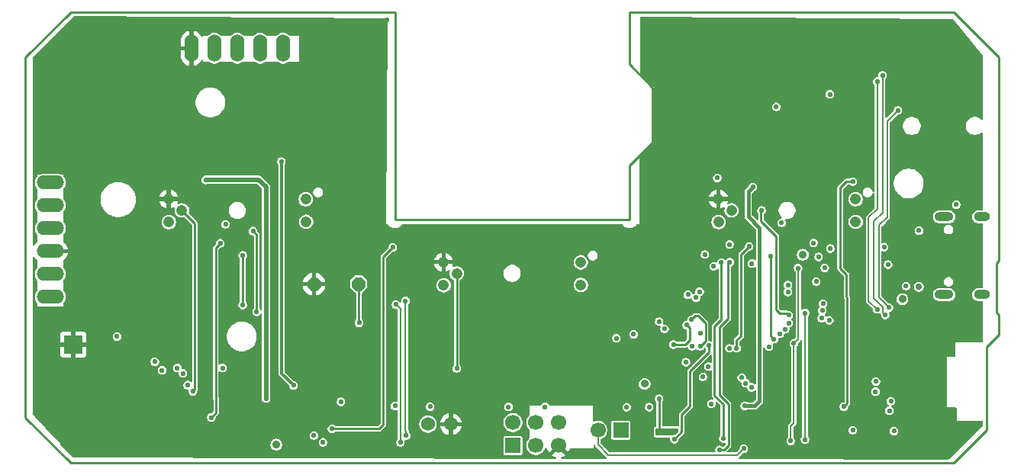
<source format=gbr>
%TF.GenerationSoftware,KiCad,Pcbnew,9.0.0*%
%TF.CreationDate,2025-08-29T01:04:51+01:00*%
%TF.ProjectId,FED3,46454433-2e6b-4696-9361-645f70636258,rev?*%
%TF.SameCoordinates,Original*%
%TF.FileFunction,Copper,L3,Inr*%
%TF.FilePolarity,Positive*%
%FSLAX46Y46*%
G04 Gerber Fmt 4.6, Leading zero omitted, Abs format (unit mm)*
G04 Created by KiCad (PCBNEW 9.0.0) date 2025-08-29 01:04:51*
%MOMM*%
%LPD*%
G01*
G04 APERTURE LIST*
G04 Aperture macros list*
%AMOutline5P*
0 Free polygon, 5 corners , with rotation*
0 The origin of the aperture is its center*
0 number of corners: always 5*
0 $1 to $10 corner X, Y*
0 $11 Rotation angle, in degrees counterclockwise*
0 create outline with 5 corners*
4,1,5,$1,$2,$3,$4,$5,$6,$7,$8,$9,$10,$1,$2,$11*%
%AMOutline6P*
0 Free polygon, 6 corners , with rotation*
0 The origin of the aperture is its center*
0 number of corners: always 6*
0 $1 to $12 corner X, Y*
0 $13 Rotation angle, in degrees counterclockwise*
0 create outline with 6 corners*
4,1,6,$1,$2,$3,$4,$5,$6,$7,$8,$9,$10,$11,$12,$1,$2,$13*%
%AMOutline7P*
0 Free polygon, 7 corners , with rotation*
0 The origin of the aperture is its center*
0 number of corners: always 7*
0 $1 to $14 corner X, Y*
0 $15 Rotation angle, in degrees counterclockwise*
0 create outline with 7 corners*
4,1,7,$1,$2,$3,$4,$5,$6,$7,$8,$9,$10,$11,$12,$13,$14,$1,$2,$15*%
%AMOutline8P*
0 Free polygon, 8 corners , with rotation*
0 The origin of the aperture is its center*
0 number of corners: always 8*
0 $1 to $16 corner X, Y*
0 $17 Rotation angle, in degrees counterclockwise*
0 create outline with 8 corners*
4,1,8,$1,$2,$3,$4,$5,$6,$7,$8,$9,$10,$11,$12,$13,$14,$15,$16,$1,$2,$17*%
G04 Aperture macros list end*
%TA.AperFunction,HeatsinkPad*%
%ADD10O,1.800000X1.000000*%
%TD*%
%TA.AperFunction,HeatsinkPad*%
%ADD11O,2.100000X1.000000*%
%TD*%
%TA.AperFunction,ComponentPad*%
%ADD12C,1.208000*%
%TD*%
%TA.AperFunction,HeatsinkPad*%
%ADD13C,0.510000*%
%TD*%
%TA.AperFunction,ComponentPad*%
%ADD14O,3.048000X1.524000*%
%TD*%
%TA.AperFunction,ComponentPad*%
%ADD15R,1.700000X1.700000*%
%TD*%
%TA.AperFunction,ComponentPad*%
%ADD16C,1.700000*%
%TD*%
%TA.AperFunction,ComponentPad*%
%ADD17C,1.524000*%
%TD*%
%TA.AperFunction,ComponentPad*%
%ADD18R,2.000000X2.000000*%
%TD*%
%TA.AperFunction,ComponentPad*%
%ADD19Outline8P,-0.762000X0.315631X-0.315631X0.762000X0.315631X0.762000X0.762000X0.315631X0.762000X-0.315631X0.315631X-0.762000X-0.315631X-0.762000X-0.762000X-0.315631X180.000000*%
%TD*%
%TA.AperFunction,ComponentPad*%
%ADD20O,1.524000X3.048000*%
%TD*%
%TA.AperFunction,ViaPad*%
%ADD21C,0.550000*%
%TD*%
%TA.AperFunction,ViaPad*%
%ADD22C,0.600000*%
%TD*%
%TA.AperFunction,ViaPad*%
%ADD23C,0.900000*%
%TD*%
%TA.AperFunction,ViaPad*%
%ADD24C,0.700000*%
%TD*%
%TA.AperFunction,Conductor*%
%ADD25C,0.220000*%
%TD*%
%TA.AperFunction,Conductor*%
%ADD26C,0.500000*%
%TD*%
%TA.AperFunction,Conductor*%
%ADD27C,0.406400*%
%TD*%
%TA.AperFunction,Conductor*%
%ADD28C,0.300000*%
%TD*%
%TA.AperFunction,Conductor*%
%ADD29C,0.210000*%
%TD*%
%TA.AperFunction,Conductor*%
%ADD30C,0.254000*%
%TD*%
%TA.AperFunction,Conductor*%
%ADD31C,0.230000*%
%TD*%
%TA.AperFunction,Profile*%
%ADD32C,0.250000*%
%TD*%
G04 APERTURE END LIST*
D10*
%TO.N,Net-(J3-SHIELD)*%
%TO.C,J3*%
X200609200Y-102713600D03*
D11*
X196429200Y-102713600D03*
D10*
X200609200Y-111353600D03*
D11*
X196429200Y-111353600D03*
%TD*%
D12*
%TO.N,GND*%
%TO.C,PI1*%
X171381100Y-100733600D03*
%TO.N,D6*%
X172851100Y-102003600D03*
%TO.N,+3V3*%
X171401100Y-103303600D03*
%TO.N,Net-(PI1-Pad2)*%
X186621100Y-103273600D03*
%TO.N,+3V3*%
X186601100Y-100763600D03*
%TD*%
%TO.N,GND*%
%TO.C,PI2*%
X140881100Y-107733600D03*
%TO.N,TX*%
X142351100Y-109003600D03*
%TO.N,+3V3*%
X140901100Y-110303600D03*
%TO.N,Net-(PI2-Pad2)*%
X156121100Y-110273600D03*
%TO.N,+3V3*%
X156101100Y-107763600D03*
%TD*%
%TO.N,GND*%
%TO.C,PI3*%
X110381100Y-100733600D03*
%TO.N,D5*%
X111851100Y-102003600D03*
%TO.N,+3V3*%
X110401100Y-103303600D03*
%TO.N,Net-(PI3-Pad2)*%
X125621100Y-103273600D03*
%TO.N,+3V3*%
X125601100Y-100763600D03*
%TD*%
D13*
%TO.N,GND*%
%TO.C,U3*%
X168630600Y-124975000D03*
X168630600Y-125900000D03*
X168630600Y-126825000D03*
X169710600Y-124975000D03*
X169710600Y-125900000D03*
X169710600Y-126825000D03*
%TD*%
D14*
%TO.N,/Controller Stage/D10*%
%TO.C,SCREEN0*%
X97251100Y-98903600D03*
%TO.N,/Controller Stage/D11*%
X97251100Y-101443600D03*
%TO.N,/Controller Stage/D12*%
X97251100Y-103983600D03*
%TO.N,GND*%
X97251100Y-106523600D03*
%TO.N,unconnected-(SCREEN0-Pin_5-Pad5)*%
X97251100Y-109063600D03*
%TO.N,+3V3*%
X97251100Y-111603600D03*
%TD*%
D15*
%TO.N,/Controller Stage/SWCLK*%
%TO.C,J1*%
X148582050Y-128109743D03*
D16*
%TO.N,+3V3*%
X148582050Y-125569743D03*
%TO.N,/Controller Stage/SWDIO*%
X151122050Y-128109743D03*
%TO.N,unconnected-(J1-Pin_4-Pad4)*%
X151122050Y-125569743D03*
%TO.N,GND*%
X153662050Y-128109743D03*
%TO.N,/Controller Stage/~{RESET}*%
X153662050Y-125569743D03*
%TD*%
D17*
%TO.N,GND*%
%TO.C,X3*%
X141694300Y-125736400D03*
%TO.N,VBat*%
X139154300Y-125736400D03*
%TD*%
D18*
%TO.N,GND*%
%TO.C,TP5*%
X99800000Y-116900000D03*
%TD*%
D19*
%TO.N,RX*%
%TO.C,BZ1*%
X131459200Y-110180000D03*
%TO.N,GND*%
X126510000Y-110180000D03*
%TD*%
D20*
%TO.N,GND*%
%TO.C,MOTOR0*%
X112921100Y-84003600D03*
%TO.N,/ORANGE*%
X115461100Y-84003600D03*
%TO.N,/YELLOW*%
X118001100Y-84003600D03*
%TO.N,/PINK*%
X120541100Y-84003600D03*
%TO.N,/BLUE*%
X123081100Y-84003600D03*
%TD*%
D15*
%TO.N,Net-(J2-Pin_1)*%
%TO.C,J2*%
X160550000Y-126400000D03*
D16*
%TO.N,VUSB*%
X158010000Y-126400000D03*
%TD*%
D21*
%TO.N,GND*%
X110720000Y-122420000D03*
X197034500Y-90526000D03*
X194560000Y-110390000D03*
X181840000Y-103990000D03*
X184800000Y-118450000D03*
X187050000Y-112350000D03*
X171210000Y-124250000D03*
X163750000Y-86250000D03*
X198130000Y-113700000D03*
X141290000Y-128230000D03*
X138025000Y-111225000D03*
X162800000Y-124941002D03*
X131600000Y-98850000D03*
X117300000Y-86600000D03*
X108825000Y-94375000D03*
X197410000Y-124400000D03*
X181920000Y-104830000D03*
X185700000Y-127350000D03*
X110525000Y-112900000D03*
X109000000Y-108700000D03*
X187300000Y-105940000D03*
X188975000Y-127500000D03*
X199075000Y-126750000D03*
X161890000Y-121020000D03*
X128800000Y-91450000D03*
X193750000Y-115300000D03*
X192680000Y-104840000D03*
X173350000Y-118700000D03*
X174925000Y-114575000D03*
X147852894Y-103795731D03*
X115680000Y-100530000D03*
D22*
X155050000Y-111000000D03*
D21*
X160700000Y-107000000D03*
X114550000Y-112050000D03*
X170290000Y-122320000D03*
X112075000Y-114975000D03*
X145100000Y-125800000D03*
X173150000Y-114500000D03*
X112225000Y-108875000D03*
X192280000Y-109470000D03*
X137400000Y-120600000D03*
X187900000Y-89425000D03*
X164500000Y-119500000D03*
D22*
X158260000Y-114970000D03*
D21*
X185250000Y-89350000D03*
X200400000Y-114700000D03*
X97025000Y-86825000D03*
X193600000Y-128500000D03*
X103725000Y-88225000D03*
X177875000Y-123125000D03*
X179951900Y-91029400D03*
X186000000Y-97800000D03*
X177050000Y-95825000D03*
X190373000Y-107111800D03*
X112675000Y-123250000D03*
X121910000Y-98440000D03*
X160070000Y-108050000D03*
X182275000Y-115400000D03*
X152700000Y-108700000D03*
X133283100Y-86415600D03*
X175735500Y-91029400D03*
X143050000Y-111400000D03*
X158550000Y-111650000D03*
X182300000Y-122900000D03*
X103725000Y-98300000D03*
X166700000Y-103700000D03*
X161125000Y-122900000D03*
X122710000Y-121850000D03*
X98815300Y-96778800D03*
X105475000Y-83975000D03*
X129175000Y-100975000D03*
X174000000Y-96000000D03*
X122225000Y-112425000D03*
X113800000Y-129000000D03*
X196340000Y-120170000D03*
X125041765Y-120429854D03*
X169360000Y-108997500D03*
X149650000Y-120850000D03*
X194310000Y-103530000D03*
X121210000Y-124490000D03*
X126600000Y-86600000D03*
X126250000Y-80900000D03*
X132500000Y-124650000D03*
X134600000Y-80800000D03*
X108600000Y-120150000D03*
X122840000Y-124380000D03*
X195750000Y-113450000D03*
X134100000Y-101700000D03*
X191058800Y-125222000D03*
X163400000Y-81300000D03*
X173200000Y-110700000D03*
X196750000Y-117700000D03*
X197799100Y-82351600D03*
X185800000Y-104650000D03*
X119740000Y-100590000D03*
X172470000Y-120860000D03*
X100263100Y-81589600D03*
X131025000Y-106900000D03*
X111800000Y-97900000D03*
X113325000Y-80800000D03*
X173220000Y-121710000D03*
X187080000Y-95480000D03*
X111900000Y-126000000D03*
X128320000Y-98370000D03*
X189400000Y-119550000D03*
X152025000Y-119475000D03*
X166300000Y-111650000D03*
X99550000Y-105450000D03*
X124300000Y-86400000D03*
X139250000Y-115000000D03*
X137395300Y-109245800D03*
X95713900Y-117221400D03*
X115200000Y-126350000D03*
X187620000Y-101860000D03*
X132500000Y-119600000D03*
X119300000Y-108060000D03*
X186800000Y-81300000D03*
X178925000Y-107200000D03*
X144700000Y-122250000D03*
X146200000Y-129100000D03*
X165785000Y-106972500D03*
X133050000Y-111550000D03*
X105400000Y-122800000D03*
X141875000Y-122500000D03*
X154925000Y-119475000D03*
X107600000Y-128800000D03*
X193800000Y-121050000D03*
X129400000Y-114700000D03*
X174150000Y-103275000D03*
X176250000Y-129200000D03*
X123640000Y-127950000D03*
X144761300Y-108509200D03*
X108000000Y-112300000D03*
X104600000Y-118900000D03*
X122100000Y-107900000D03*
X111693100Y-87050600D03*
X184650000Y-124850000D03*
X120900000Y-127990000D03*
X194370000Y-111980000D03*
X192660000Y-117600000D03*
X101725000Y-110225000D03*
X184627690Y-109543265D03*
X114400000Y-115200000D03*
X117900000Y-109900000D03*
X189350000Y-115700000D03*
X157550000Y-121500000D03*
X132570000Y-121990000D03*
X111693100Y-91495600D03*
X184969500Y-93142200D03*
X115050000Y-123100000D03*
X149074710Y-115016462D03*
X135070000Y-126140000D03*
X97977100Y-126547600D03*
X134000000Y-94500000D03*
X117100000Y-114200000D03*
X121300000Y-86600000D03*
X109050000Y-122525000D03*
X159250000Y-103800000D03*
X95691100Y-94289600D03*
X187300000Y-106820000D03*
X163500000Y-96500000D03*
X98253900Y-122047400D03*
X169630000Y-121720000D03*
X175251800Y-111062165D03*
X136850000Y-103800000D03*
X115950000Y-103100000D03*
X130716405Y-125548435D03*
X176903900Y-84171400D03*
X173691900Y-84455400D03*
X116950000Y-117415000D03*
X170240000Y-121120000D03*
X163900000Y-102450000D03*
X101475000Y-92175000D03*
%TO.N,+3V3*%
X174800000Y-106000000D03*
X183184800Y-108381800D03*
X116100000Y-105655000D03*
X177800000Y-90500000D03*
X183700000Y-114200000D03*
X181940000Y-105610000D03*
X104650000Y-116000000D03*
X128500000Y-126250000D03*
X168005000Y-111350000D03*
X182250000Y-109900000D03*
X173400000Y-117299813D03*
D23*
X180750000Y-106910000D03*
D21*
X115100000Y-125000000D03*
X182850000Y-113950000D03*
X172625000Y-105775000D03*
X190525400Y-123190000D03*
X135250000Y-106100000D03*
X182499000Y-107162600D03*
X183800000Y-106230000D03*
%TO.N,/IOs Interface/VCCNEO*%
X152159100Y-123816200D03*
X114500000Y-98620000D03*
X148095100Y-123816200D03*
X135500000Y-123716000D03*
X139400000Y-123800000D03*
D23*
X163200000Y-121266000D03*
D21*
X163707689Y-123841600D03*
X121193750Y-122906250D03*
X129500000Y-123250000D03*
X175200000Y-99400000D03*
X161200000Y-123850000D03*
X170600000Y-123500000D03*
X174300000Y-123716000D03*
%TO.N,/EN*%
X192210000Y-110400000D03*
%TO.N,Net-(LED1-DI)*%
X167775000Y-118850000D03*
%TO.N,Net-(LED8-DO)*%
X122900000Y-96570000D03*
X124228175Y-121428176D03*
%TO.N,Net-(LED10-DI)*%
X116700000Y-103550000D03*
X178400000Y-103378000D03*
%TO.N,/Controller Stage/SCL*%
X136650000Y-112050000D03*
X189000000Y-113000000D03*
X183000000Y-112350000D03*
X126500000Y-127000000D03*
X189000000Y-87700000D03*
X136750000Y-127000000D03*
%TO.N,/Controller Stage/SDA*%
X127500000Y-127750000D03*
X182898234Y-113113248D03*
X136101000Y-127750000D03*
X135600000Y-112450000D03*
X189900000Y-113600000D03*
X189600000Y-87000000D03*
%TO.N,/Controller Stage/AREF*%
X168900000Y-111687500D03*
X169885000Y-106897500D03*
%TO.N,VUSB*%
X193649600Y-104241600D03*
X174200000Y-128455000D03*
D24*
X193624200Y-110490000D03*
D21*
X197770000Y-101370000D03*
D23*
X191800000Y-111850000D03*
D21*
%TO.N,RX*%
X172615854Y-117309459D03*
X164800000Y-114350000D03*
X131505030Y-114475628D03*
%TO.N,A0*%
X191300000Y-90900000D03*
X190300000Y-112800000D03*
X169300000Y-111025000D03*
%TO.N,TX*%
X142350000Y-119550000D03*
X170250000Y-119350000D03*
%TO.N,D6*%
X176172000Y-102003600D03*
X179178408Y-113644953D03*
%TO.N,D5*%
X113075000Y-122100000D03*
X177000000Y-117147512D03*
%TO.N,D13*%
X178205779Y-115700000D03*
X116350000Y-119495000D03*
X111350000Y-119500000D03*
X160060000Y-116200000D03*
%TO.N,/Controller Stage/SWDIO*%
X171915000Y-127320000D03*
X171712500Y-107787500D03*
%TO.N,/Controller Stage/~{RESET}*%
X179750000Y-116775000D03*
X180225000Y-108400000D03*
X179400000Y-127600000D03*
X175100000Y-107900000D03*
%TO.N,D8*%
X169365000Y-115645000D03*
X161977136Y-115748717D03*
%TO.N,/Controller Stage/SWCLK*%
X172650000Y-107750000D03*
X171500000Y-128600000D03*
%TO.N,/Controller Stage/D10*%
X120150000Y-113260000D03*
X178809985Y-115174790D03*
X119750000Y-104300000D03*
%TO.N,/Controller Stage/D11*%
X177550000Y-116300000D03*
X177150000Y-107100000D03*
%TO.N,/Controller Stage/D12*%
X118600000Y-112500000D03*
X179174262Y-114496407D03*
X118600000Y-107000000D03*
%TO.N,/Controller Stage/SD_CS*%
X188865168Y-121000000D03*
X169665300Y-120484700D03*
%TO.N,/Controller Stage/SCK*%
X174400000Y-121200000D03*
X190350000Y-124250000D03*
%TO.N,D+*%
X189779200Y-106070400D03*
X179100448Y-110287271D03*
%TO.N,D-*%
X190211771Y-108013359D03*
X179091310Y-111057219D03*
%TO.N,/Controller Stage/D7*%
X181000000Y-113400000D03*
X181000000Y-127450000D03*
%TO.N,/Controller Stage/MISO*%
X175050000Y-121650000D03*
X190875000Y-126500000D03*
%TO.N,A2*%
X168399824Y-114134000D03*
X169356276Y-117097000D03*
X112475000Y-121400000D03*
%TO.N,A5*%
X165405000Y-115143717D03*
X108850000Y-118800000D03*
X170850000Y-108200000D03*
%TO.N,A4*%
X168461636Y-117097000D03*
X109650000Y-119750000D03*
%TO.N,A3*%
X166400000Y-116900000D03*
X167855300Y-114739000D03*
X111975000Y-120100000D03*
%TO.N,D9*%
X170300000Y-117000000D03*
X166500000Y-127400000D03*
%TO.N,Net-(IC4-VBAT)*%
X183759600Y-89109600D03*
X171259900Y-98406000D03*
%TO.N,VBat*%
X166245879Y-126602052D03*
X164800000Y-122900000D03*
D23*
X122320000Y-127990000D03*
D21*
X165552592Y-126559814D03*
X186300000Y-126400000D03*
%TO.N,/Controller Stage/MOSI*%
X188823600Y-122123200D03*
X173972880Y-120559319D03*
%TO.N,Net-(U3-STAT1)*%
X186300000Y-98800000D03*
X185300000Y-123800000D03*
%TD*%
D25*
%TO.N,+3V3*%
X115656000Y-124444000D02*
X115656000Y-122848986D01*
X134200000Y-125800000D02*
X134200000Y-107150000D01*
X134200000Y-107150000D02*
X135250000Y-106100000D01*
X173920000Y-115925000D02*
X173920000Y-106880000D01*
X133750000Y-126250000D02*
X134200000Y-125800000D01*
X115600000Y-106155000D02*
X116100000Y-105655000D01*
X115100000Y-125000000D02*
X115656000Y-124444000D01*
X173400000Y-117299813D02*
X173400000Y-116445000D01*
X173400000Y-116445000D02*
X173920000Y-115925000D01*
X128500000Y-126250000D02*
X133750000Y-126250000D01*
X135200000Y-106100000D02*
X135350000Y-106100000D01*
X173920000Y-106880000D02*
X174800000Y-106000000D01*
X115656000Y-122848986D02*
X115600000Y-122792986D01*
X115600000Y-122792986D02*
X115600000Y-106155000D01*
D26*
%TO.N,/IOs Interface/VCCNEO*%
X121193750Y-119806250D02*
X121200000Y-119800000D01*
D27*
X175950000Y-103950000D02*
X174700000Y-102700000D01*
X175409000Y-123716000D02*
X175950000Y-123175000D01*
D26*
X114520000Y-98600000D02*
X114500000Y-98620000D01*
D27*
X175950000Y-123175000D02*
X175950000Y-103950000D01*
X174700000Y-102700000D02*
X174700000Y-99900000D01*
D26*
X121193750Y-122906250D02*
X121193750Y-119806250D01*
D27*
X174700000Y-99900000D02*
X175200000Y-99400000D01*
D26*
X121200000Y-99400000D02*
X120400000Y-98600000D01*
X120400000Y-98600000D02*
X114520000Y-98600000D01*
D27*
X174300000Y-123716000D02*
X175409000Y-123716000D01*
D26*
X121200000Y-119800000D02*
X121200000Y-99400000D01*
D28*
%TO.N,Net-(LED8-DO)*%
X122900000Y-96570000D02*
X122900000Y-120100000D01*
X122900000Y-120100000D02*
X124228175Y-121428176D01*
D29*
%TO.N,/Controller Stage/SCL*%
X136750000Y-127000000D02*
X136750000Y-126549000D01*
X188061600Y-102792400D02*
X189000000Y-101854000D01*
X136750000Y-126549000D02*
X136650000Y-126449000D01*
X136650000Y-126449000D02*
X136650000Y-112050000D01*
X189000000Y-101854000D02*
X189000000Y-87700000D01*
X189000000Y-113000000D02*
X188061600Y-112061600D01*
X188061600Y-112061600D02*
X188061600Y-102792400D01*
%TO.N,/Controller Stage/SDA*%
X136101000Y-127750000D02*
X136101000Y-112951000D01*
X189650057Y-113350057D02*
X189900000Y-113600000D01*
X189600000Y-102271400D02*
X188645800Y-103225600D01*
X189601000Y-87948943D02*
X189600000Y-87949943D01*
X188645800Y-103225600D02*
X188645800Y-111745800D01*
X189600000Y-87450057D02*
X189601000Y-87451057D01*
X189600000Y-87949943D02*
X189600000Y-102271400D01*
X136101000Y-112951000D02*
X135600000Y-112450000D01*
X189650057Y-112750057D02*
X189650057Y-113350057D01*
X188645800Y-111745800D02*
X189650057Y-112750057D01*
X189600000Y-87000000D02*
X189600000Y-87450057D01*
X189601000Y-87451057D02*
X189601000Y-87948943D01*
%TO.N,VUSB*%
X158010000Y-126400000D02*
X158010000Y-128030000D01*
X174145000Y-128400000D02*
X174200000Y-128455000D01*
X159161000Y-129181000D02*
X173474000Y-129181000D01*
X158010000Y-128030000D02*
X159161000Y-129181000D01*
X173474000Y-129181000D02*
X174200000Y-128455000D01*
D30*
%TO.N,RX*%
X131500000Y-114470598D02*
X131500000Y-110173700D01*
D29*
%TO.N,A0*%
X190100000Y-102731851D02*
X190100000Y-92100000D01*
X189179200Y-103652651D02*
X190100000Y-102731851D01*
X190300000Y-112800000D02*
X190300000Y-112750000D01*
X189179200Y-111629200D02*
X189179200Y-103652651D01*
X190300000Y-112750000D02*
X189179200Y-111629200D01*
X190300000Y-112800000D02*
X190403067Y-112696933D01*
X190100000Y-92100000D02*
X191300000Y-90900000D01*
D25*
%TO.N,TX*%
X142351100Y-119548900D02*
X142351100Y-109003600D01*
X142350000Y-119550000D02*
X142351100Y-119548900D01*
%TO.N,D6*%
X177800000Y-104850000D02*
X177800000Y-113000000D01*
X176172000Y-102003600D02*
X176100000Y-102075600D01*
X178933455Y-113400000D02*
X179178408Y-113644953D01*
X176100000Y-103150000D02*
X177800000Y-104850000D01*
X178200000Y-113400000D02*
X178933455Y-113400000D01*
X176100000Y-102075600D02*
X176100000Y-103150000D01*
X177800000Y-113000000D02*
X178200000Y-113400000D01*
%TO.N,D5*%
X113300000Y-121875000D02*
X113300000Y-103452500D01*
X113075000Y-122100000D02*
X113300000Y-121875000D01*
D31*
X111851100Y-102003600D02*
X113300000Y-103452500D01*
D25*
%TO.N,/Controller Stage/SWDIO*%
X170950000Y-122569400D02*
X170950000Y-114900000D01*
X171915000Y-123534400D02*
X170950000Y-122569400D01*
X170950000Y-114900000D02*
X171712500Y-114137500D01*
X171915000Y-127320000D02*
X171915000Y-123534400D01*
X171712500Y-114137500D02*
X171712500Y-107787500D01*
D29*
%TO.N,/Controller Stage/~{RESET}*%
X179750000Y-125600000D02*
X179750000Y-116775000D01*
X180250000Y-108425000D02*
X180250000Y-116275000D01*
X179400000Y-125950000D02*
X179750000Y-125600000D01*
X180250000Y-116275000D02*
X179750000Y-116775000D01*
X180225000Y-108400000D02*
X180250000Y-108425000D01*
X179400000Y-127600000D02*
X179400000Y-125950000D01*
D25*
%TO.N,/Controller Stage/SWCLK*%
X172500000Y-123497146D02*
X171500000Y-122497146D01*
X171470000Y-128570000D02*
X172030000Y-128570000D01*
X172450000Y-107950000D02*
X172650000Y-107750000D01*
X172500000Y-128100000D02*
X172500000Y-123497146D01*
X171500000Y-122497146D02*
X171500000Y-114972254D01*
X172030000Y-128570000D02*
X172500000Y-128100000D01*
X171500000Y-128600000D02*
X171470000Y-128570000D01*
X172450000Y-114022254D02*
X172450000Y-107950000D01*
X171500000Y-114972254D02*
X172450000Y-114022254D01*
%TO.N,/Controller Stage/D10*%
X120150000Y-104700000D02*
X119750000Y-104300000D01*
X120150000Y-113260000D02*
X120150000Y-104700000D01*
%TO.N,/Controller Stage/D11*%
X177200000Y-107150000D02*
X177150000Y-107100000D01*
X177550000Y-116300000D02*
X177200000Y-115950000D01*
X177200000Y-115950000D02*
X177200000Y-107150000D01*
%TO.N,/Controller Stage/D12*%
X118600000Y-112500000D02*
X118600000Y-107000000D01*
D29*
%TO.N,/Controller Stage/D7*%
X181000000Y-113400000D02*
X181000000Y-127450000D01*
D25*
%TO.N,A2*%
X169694000Y-116748986D02*
X169694000Y-116759276D01*
X169970000Y-114545000D02*
X169970000Y-116472986D01*
X169970000Y-116472986D02*
X169694000Y-116748986D01*
X169156615Y-113731615D02*
X169970000Y-114545000D01*
X168802209Y-113731615D02*
X169156615Y-113731615D01*
X168399824Y-114134000D02*
X168802209Y-113731615D01*
X169694000Y-116759276D02*
X169356276Y-117097000D01*
%TO.N,A3*%
X168200000Y-115083700D02*
X168200000Y-116425000D01*
X167855300Y-114739000D02*
X168200000Y-115083700D01*
X167725000Y-116900000D02*
X166400000Y-116900000D01*
X168200000Y-116425000D02*
X167725000Y-116900000D01*
%TO.N,D9*%
X167300000Y-124700000D02*
X168225000Y-123775000D01*
X167300000Y-126600000D02*
X167300000Y-124700000D01*
X168225000Y-119857500D02*
X170300000Y-117782500D01*
X170300000Y-117782500D02*
X170300000Y-117000000D01*
X168225000Y-123775000D02*
X168225000Y-119857500D01*
X166500000Y-127400000D02*
X167300000Y-126600000D01*
D31*
%TO.N,VBat*%
X164840000Y-126395293D02*
X164840000Y-122940000D01*
X164840000Y-122940000D02*
X164800000Y-122900000D01*
X166245879Y-126602052D02*
X166039120Y-126395293D01*
X166039120Y-126395293D02*
X164840000Y-126395293D01*
%TO.N,Net-(U3-STAT1)*%
X185600000Y-111600000D02*
X185600000Y-109135154D01*
X184900000Y-99500000D02*
X185600000Y-98800000D01*
X185691000Y-123409000D02*
X185691000Y-111691000D01*
X184900000Y-108435154D02*
X184900000Y-99500000D01*
X185691000Y-111691000D02*
X185600000Y-111600000D01*
X185600000Y-109135154D02*
X184900000Y-108435154D01*
X185300000Y-123800000D02*
X185691000Y-123409000D01*
X185600000Y-98800000D02*
X186300000Y-98800000D01*
%TD*%
%TA.AperFunction,Conductor*%
%TO.N,GND*%
G36*
X170300000Y-124450000D02*
G01*
X167989113Y-124450000D01*
X168473462Y-123965651D01*
X168480438Y-123953567D01*
X168534007Y-123900000D01*
X169750000Y-123900000D01*
X170300000Y-124450000D01*
G37*
%TD.AperFunction*%
%TD*%
%TA.AperFunction,Conductor*%
%TO.N,GND*%
G36*
X170500000Y-127692235D02*
G01*
X167794235Y-127692235D01*
X167794235Y-124644878D01*
X167989113Y-124450000D01*
X170300000Y-124450000D01*
X170150000Y-124300000D01*
X170500000Y-124300000D01*
X170500000Y-127692235D01*
G37*
%TD.AperFunction*%
%TD*%
%TA.AperFunction,Conductor*%
%TO.N,VBat*%
G36*
X166923039Y-126219685D02*
G01*
X166968794Y-126272489D01*
X166980000Y-126324000D01*
X166980000Y-126429524D01*
X166960315Y-126496563D01*
X166943681Y-126517205D01*
X166572705Y-126888181D01*
X166511382Y-126921666D01*
X166485024Y-126924500D01*
X166437399Y-126924500D01*
X166356775Y-126946103D01*
X166316463Y-126956905D01*
X166287553Y-126973596D01*
X166270592Y-126983388D01*
X166208595Y-127000000D01*
X164524000Y-127000000D01*
X164456961Y-126980315D01*
X164411206Y-126927511D01*
X164400000Y-126876000D01*
X164400000Y-126324000D01*
X164419685Y-126256961D01*
X164472489Y-126211206D01*
X164524000Y-126200000D01*
X166856000Y-126200000D01*
X166923039Y-126219685D01*
G37*
%TD.AperFunction*%
%TD*%
%TA.AperFunction,Conductor*%
%TO.N,GND*%
G36*
X134578699Y-80692823D02*
G01*
X134637680Y-80712492D01*
X134673836Y-80763073D01*
X134678519Y-80794201D01*
X134502329Y-103499735D01*
X134502330Y-103499736D01*
X134635847Y-103499854D01*
X134694960Y-103519119D01*
X134719403Y-103544563D01*
X134762797Y-103609507D01*
X134762799Y-103609509D01*
X134895193Y-103741903D01*
X135050864Y-103845919D01*
X135050865Y-103845919D01*
X135050869Y-103845922D01*
X135154390Y-103888802D01*
X135223846Y-103917572D01*
X135223847Y-103917572D01*
X135223849Y-103917573D01*
X135407484Y-103954100D01*
X135407485Y-103954100D01*
X135594715Y-103954100D01*
X135594716Y-103954100D01*
X135778351Y-103917573D01*
X135951331Y-103845922D01*
X136107008Y-103741902D01*
X136239402Y-103609508D01*
X136281770Y-103546098D01*
X136330595Y-103507607D01*
X136365494Y-103501390D01*
X160651286Y-103522958D01*
X160710398Y-103542223D01*
X160734840Y-103567666D01*
X160762797Y-103609507D01*
X160762799Y-103609509D01*
X160895193Y-103741903D01*
X161050864Y-103845919D01*
X161050865Y-103845919D01*
X161050869Y-103845922D01*
X161154390Y-103888802D01*
X161223846Y-103917572D01*
X161223847Y-103917572D01*
X161223849Y-103917573D01*
X161407484Y-103954100D01*
X161407485Y-103954100D01*
X161594715Y-103954100D01*
X161594716Y-103954100D01*
X161778351Y-103917573D01*
X161951331Y-103845922D01*
X162107008Y-103741902D01*
X162239402Y-103609508D01*
X162266351Y-103569175D01*
X162315173Y-103530685D01*
X162350077Y-103524467D01*
X162650295Y-103524734D01*
X162650590Y-103224364D01*
X170596600Y-103224364D01*
X170596600Y-103382835D01*
X170627516Y-103538266D01*
X170682068Y-103669964D01*
X170688161Y-103684674D01*
X170720810Y-103733536D01*
X170776202Y-103816437D01*
X170888262Y-103928497D01*
X170891254Y-103930496D01*
X171020026Y-104016539D01*
X171041660Y-104025500D01*
X171166433Y-104077183D01*
X171166434Y-104077183D01*
X171166436Y-104077184D01*
X171321864Y-104108100D01*
X171321865Y-104108100D01*
X171480335Y-104108100D01*
X171480336Y-104108100D01*
X171635764Y-104077184D01*
X171782174Y-104016539D01*
X171913939Y-103928496D01*
X172025996Y-103816439D01*
X172114039Y-103684674D01*
X172174684Y-103538264D01*
X172205600Y-103382836D01*
X172205600Y-103224364D01*
X172174684Y-103068936D01*
X172165534Y-103046847D01*
X172126258Y-102952026D01*
X172114039Y-102922526D01*
X172031938Y-102799654D01*
X172025997Y-102790762D01*
X171913937Y-102678702D01*
X171810377Y-102609506D01*
X171782174Y-102590661D01*
X171782171Y-102590659D01*
X171782170Y-102590659D01*
X171635766Y-102530016D01*
X171529816Y-102508942D01*
X171480336Y-102499100D01*
X171321864Y-102499100D01*
X171283007Y-102506829D01*
X171166433Y-102530016D01*
X171020029Y-102590659D01*
X170888262Y-102678702D01*
X170888261Y-102678704D01*
X170776204Y-102790761D01*
X170776202Y-102790762D01*
X170688159Y-102922529D01*
X170627516Y-103068933D01*
X170596600Y-103224364D01*
X162650590Y-103224364D01*
X162650743Y-103068933D01*
X162651271Y-102530016D01*
X162653258Y-100505399D01*
X170345317Y-100505399D01*
X170345318Y-100505400D01*
X171114325Y-100505400D01*
X171101030Y-100518695D01*
X171054952Y-100598505D01*
X171031100Y-100687522D01*
X171031100Y-100779678D01*
X171054952Y-100868695D01*
X171101030Y-100948505D01*
X171114325Y-100961800D01*
X170345317Y-100961800D01*
X170361450Y-101042909D01*
X170441384Y-101235883D01*
X170441388Y-101235892D01*
X170557434Y-101409566D01*
X170557434Y-101409567D01*
X170705132Y-101557265D01*
X170878807Y-101673311D01*
X170878816Y-101673315D01*
X171071790Y-101753249D01*
X171152900Y-101769382D01*
X171152900Y-101000375D01*
X171166195Y-101013670D01*
X171246005Y-101059748D01*
X171335022Y-101083600D01*
X171427178Y-101083600D01*
X171516195Y-101059748D01*
X171596005Y-101013670D01*
X171609300Y-101000375D01*
X171609300Y-101769381D01*
X171690409Y-101753249D01*
X171690410Y-101753249D01*
X171883383Y-101673315D01*
X171883389Y-101673313D01*
X171930824Y-101641617D01*
X171990664Y-101624739D01*
X172048995Y-101646258D01*
X172083538Y-101697953D01*
X172081099Y-101760080D01*
X172079663Y-101763750D01*
X172077516Y-101768934D01*
X172068732Y-101813095D01*
X172046600Y-101924364D01*
X172046600Y-102082836D01*
X172053133Y-102115680D01*
X172077516Y-102238266D01*
X172124365Y-102351368D01*
X172138161Y-102384674D01*
X172161003Y-102418859D01*
X172226202Y-102516437D01*
X172338262Y-102628497D01*
X172368501Y-102648702D01*
X172470026Y-102716539D01*
X172510100Y-102733138D01*
X172616433Y-102777183D01*
X172616434Y-102777183D01*
X172616436Y-102777184D01*
X172771864Y-102808100D01*
X172771865Y-102808100D01*
X172930335Y-102808100D01*
X172930336Y-102808100D01*
X173085764Y-102777184D01*
X173232174Y-102716539D01*
X173363939Y-102628496D01*
X173475996Y-102516439D01*
X173564039Y-102384674D01*
X173624684Y-102238264D01*
X173655600Y-102082836D01*
X173655600Y-101924364D01*
X173624684Y-101768936D01*
X173617045Y-101750495D01*
X173580375Y-101661964D01*
X173564039Y-101622526D01*
X173475996Y-101490761D01*
X173363939Y-101378704D01*
X173363937Y-101378702D01*
X173298501Y-101334980D01*
X173232174Y-101290661D01*
X173232171Y-101290659D01*
X173232170Y-101290659D01*
X173085766Y-101230016D01*
X172982145Y-101209405D01*
X172930336Y-101199100D01*
X172771864Y-101199100D01*
X172749747Y-101203499D01*
X172616435Y-101230015D01*
X172486906Y-101283668D01*
X172424924Y-101288545D01*
X172371912Y-101256059D01*
X172348119Y-101198617D01*
X172355467Y-101152226D01*
X172400749Y-101042907D01*
X172416883Y-100961800D01*
X171647875Y-100961800D01*
X171661170Y-100948505D01*
X171707248Y-100868695D01*
X171731100Y-100779678D01*
X171731100Y-100687522D01*
X171707248Y-100598505D01*
X171661170Y-100518695D01*
X171647875Y-100505400D01*
X172416882Y-100505400D01*
X172416882Y-100505399D01*
X172400749Y-100424290D01*
X172320815Y-100231316D01*
X172320811Y-100231307D01*
X172204765Y-100057633D01*
X172204765Y-100057632D01*
X172057067Y-99909934D01*
X171883392Y-99793888D01*
X171883383Y-99793884D01*
X171690409Y-99713950D01*
X171609300Y-99697817D01*
X171609300Y-100466825D01*
X171596005Y-100453530D01*
X171516195Y-100407452D01*
X171427178Y-100383600D01*
X171335022Y-100383600D01*
X171246005Y-100407452D01*
X171166195Y-100453530D01*
X171152900Y-100466825D01*
X171152900Y-99697817D01*
X171152899Y-99697817D01*
X171071790Y-99713950D01*
X170878816Y-99793884D01*
X170878807Y-99793888D01*
X170705133Y-99909934D01*
X170705132Y-99909934D01*
X170557434Y-100057632D01*
X170557434Y-100057633D01*
X170441388Y-100231307D01*
X170441384Y-100231316D01*
X170361450Y-100424290D01*
X170345317Y-100505399D01*
X162653258Y-100505399D01*
X162655379Y-98343396D01*
X170784400Y-98343396D01*
X170784400Y-98468603D01*
X170816805Y-98589536D01*
X170836038Y-98622850D01*
X170879405Y-98697964D01*
X170967936Y-98786495D01*
X171076364Y-98849095D01*
X171197299Y-98881500D01*
X171322501Y-98881500D01*
X171443436Y-98849095D01*
X171551864Y-98786495D01*
X171640395Y-98697964D01*
X171702995Y-98589536D01*
X171735400Y-98468601D01*
X171735400Y-98343399D01*
X171702995Y-98222464D01*
X171640395Y-98114036D01*
X171551864Y-98025505D01*
X171507687Y-98000000D01*
X171443436Y-97962905D01*
X171322503Y-97930500D01*
X171322501Y-97930500D01*
X171197299Y-97930500D01*
X171197296Y-97930500D01*
X171076363Y-97962905D01*
X170967938Y-98025503D01*
X170879403Y-98114038D01*
X170816805Y-98222463D01*
X170784400Y-98343396D01*
X162655379Y-98343396D01*
X162657576Y-96104836D01*
X162676847Y-96045727D01*
X162687814Y-96033039D01*
X164181565Y-94571512D01*
X164182351Y-94571187D01*
X164202889Y-94550648D01*
X164223750Y-94530238D01*
X164223750Y-94530237D01*
X164223774Y-94530214D01*
X164223883Y-94530052D01*
X164224460Y-94529198D01*
X164224671Y-94528888D01*
X164224685Y-94528852D01*
X164224687Y-94528851D01*
X164235832Y-94501943D01*
X164247264Y-94475175D01*
X164247272Y-94474335D01*
X164247600Y-94473546D01*
X164247600Y-94444322D01*
X164247916Y-94415307D01*
X164247600Y-94414519D01*
X164247600Y-90437396D01*
X177324500Y-90437396D01*
X177324500Y-90562603D01*
X177356905Y-90683536D01*
X177419505Y-90791964D01*
X177508036Y-90880495D01*
X177616464Y-90943095D01*
X177737399Y-90975500D01*
X177862601Y-90975500D01*
X177983536Y-90943095D01*
X178091964Y-90880495D01*
X178180495Y-90791964D01*
X178243095Y-90683536D01*
X178275500Y-90562601D01*
X178275500Y-90437399D01*
X178243095Y-90316464D01*
X178180495Y-90208036D01*
X178091964Y-90119505D01*
X177983536Y-90056905D01*
X177862603Y-90024500D01*
X177862601Y-90024500D01*
X177737399Y-90024500D01*
X177737396Y-90024500D01*
X177616463Y-90056905D01*
X177508038Y-90119503D01*
X177419503Y-90208038D01*
X177356905Y-90316463D01*
X177324500Y-90437396D01*
X164247600Y-90437396D01*
X164247600Y-89046996D01*
X183284100Y-89046996D01*
X183284100Y-89172203D01*
X183316505Y-89293136D01*
X183379105Y-89401564D01*
X183467636Y-89490095D01*
X183576064Y-89552695D01*
X183696999Y-89585100D01*
X183822201Y-89585100D01*
X183943136Y-89552695D01*
X184051564Y-89490095D01*
X184140095Y-89401564D01*
X184202695Y-89293136D01*
X184235100Y-89172201D01*
X184235100Y-89046999D01*
X184202695Y-88926064D01*
X184140095Y-88817636D01*
X184051564Y-88729105D01*
X183943136Y-88666505D01*
X183822203Y-88634100D01*
X183822201Y-88634100D01*
X183696999Y-88634100D01*
X183696996Y-88634100D01*
X183576063Y-88666505D01*
X183467638Y-88729103D01*
X183379103Y-88817638D01*
X183316505Y-88926063D01*
X183284100Y-89046996D01*
X164247600Y-89046996D01*
X164247600Y-88317664D01*
X164224687Y-88262349D01*
X164224687Y-88262348D01*
X162696307Y-86733967D01*
X162668082Y-86678571D01*
X162666844Y-86662757D01*
X162668465Y-85012632D01*
X162672800Y-80594824D01*
X162692071Y-80535715D01*
X162742407Y-80499219D01*
X162774121Y-80494329D01*
X197313174Y-80743260D01*
X197372164Y-80762898D01*
X197390169Y-80779984D01*
X200681460Y-84784841D01*
X200704160Y-84842723D01*
X200704339Y-84848602D01*
X200712094Y-91824691D01*
X200692947Y-91883844D01*
X200642687Y-91920445D01*
X200580513Y-91920514D01*
X200540359Y-91895938D01*
X200482080Y-91837659D01*
X200318218Y-91728170D01*
X200318210Y-91728166D01*
X200136137Y-91652749D01*
X199969425Y-91619588D01*
X199942841Y-91614300D01*
X199745759Y-91614300D01*
X199719175Y-91619588D01*
X199552462Y-91652749D01*
X199370389Y-91728166D01*
X199370381Y-91728170D01*
X199206519Y-91837659D01*
X199206518Y-91837661D01*
X199067161Y-91977018D01*
X199067159Y-91977019D01*
X198957670Y-92140881D01*
X198957666Y-92140889D01*
X198882249Y-92322962D01*
X198843800Y-92516259D01*
X198843800Y-92713340D01*
X198882249Y-92906637D01*
X198957666Y-93088710D01*
X198957670Y-93088718D01*
X199067159Y-93252580D01*
X199206519Y-93391940D01*
X199370381Y-93501429D01*
X199370383Y-93501430D01*
X199370386Y-93501432D01*
X199461425Y-93539141D01*
X199552462Y-93576850D01*
X199552463Y-93576850D01*
X199552465Y-93576851D01*
X199745759Y-93615300D01*
X199745760Y-93615300D01*
X199942840Y-93615300D01*
X199942841Y-93615300D01*
X200136135Y-93576851D01*
X200318214Y-93501432D01*
X200482082Y-93391939D01*
X200542114Y-93331906D01*
X200597510Y-93303681D01*
X200658919Y-93313406D01*
X200702883Y-93357370D01*
X200713848Y-93402930D01*
X200721122Y-99946035D01*
X200723271Y-101879566D01*
X200723308Y-101912388D01*
X200704161Y-101971541D01*
X200653901Y-102008142D01*
X200622708Y-102013100D01*
X200140207Y-102013100D01*
X200106373Y-102019830D01*
X200004869Y-102040020D01*
X199877392Y-102092823D01*
X199877389Y-102092824D01*
X199762656Y-102169487D01*
X199665087Y-102267056D01*
X199588424Y-102381789D01*
X199588423Y-102381792D01*
X199535620Y-102509269D01*
X199508700Y-102644607D01*
X199508700Y-102782592D01*
X199535620Y-102917930D01*
X199588423Y-103045407D01*
X199588424Y-103045410D01*
X199592060Y-103050851D01*
X199665086Y-103160142D01*
X199762658Y-103257714D01*
X199877389Y-103334375D01*
X199921956Y-103352835D01*
X200004869Y-103387179D01*
X200004870Y-103387179D01*
X200004872Y-103387180D01*
X200140207Y-103414100D01*
X200140208Y-103414100D01*
X200624489Y-103414100D01*
X200683620Y-103433313D01*
X200720165Y-103483613D01*
X200725088Y-103514587D01*
X200730331Y-108230727D01*
X200732912Y-110552388D01*
X200713765Y-110611541D01*
X200663505Y-110648142D01*
X200632312Y-110653100D01*
X200140207Y-110653100D01*
X200106373Y-110659830D01*
X200004869Y-110680020D01*
X199877392Y-110732823D01*
X199877389Y-110732824D01*
X199762656Y-110809487D01*
X199665087Y-110907056D01*
X199588424Y-111021789D01*
X199588423Y-111021792D01*
X199535620Y-111149269D01*
X199508700Y-111284607D01*
X199508700Y-111422592D01*
X199535620Y-111557930D01*
X199588423Y-111685407D01*
X199588424Y-111685410D01*
X199612725Y-111721779D01*
X199665086Y-111800142D01*
X199762658Y-111897714D01*
X199877389Y-111974375D01*
X199877691Y-111974500D01*
X200004869Y-112027179D01*
X200004870Y-112027179D01*
X200004872Y-112027180D01*
X200140207Y-112054100D01*
X200140208Y-112054100D01*
X200634093Y-112054100D01*
X200693224Y-112073313D01*
X200729769Y-112123613D01*
X200734692Y-112154587D01*
X200739621Y-116588261D01*
X200739628Y-116594062D01*
X200720481Y-116653215D01*
X200670221Y-116689816D01*
X200639028Y-116694774D01*
X197672463Y-116694774D01*
X197672463Y-118142579D01*
X197653250Y-118201710D01*
X197602950Y-118238255D01*
X197571643Y-118243179D01*
X196750000Y-118241385D01*
X196750000Y-123878177D01*
X197710217Y-123878177D01*
X197769348Y-123897390D01*
X197805893Y-123947690D01*
X197810817Y-123978777D01*
X197810817Y-125394423D01*
X200648922Y-125394423D01*
X200708053Y-125413636D01*
X200744598Y-125463936D01*
X200749521Y-125494910D01*
X200749621Y-125583718D01*
X200749953Y-125882870D01*
X200730806Y-125942023D01*
X200720012Y-125954590D01*
X197004456Y-129620933D01*
X196948872Y-129648789D01*
X196933616Y-129649925D01*
X173719693Y-129608134D01*
X173660596Y-129588815D01*
X173624142Y-129538449D01*
X173624254Y-129476275D01*
X173656928Y-129430132D01*
X173656919Y-129430123D01*
X173656972Y-129430069D01*
X173658637Y-129427719D01*
X173661572Y-129425466D01*
X173661581Y-129425461D01*
X174127077Y-128959965D01*
X174182475Y-128931739D01*
X174198212Y-128930500D01*
X174262601Y-128930500D01*
X174383536Y-128898095D01*
X174491964Y-128835495D01*
X174580495Y-128746964D01*
X174643095Y-128638536D01*
X174675500Y-128517601D01*
X174675500Y-128392399D01*
X174643095Y-128271464D01*
X174580495Y-128163036D01*
X174491964Y-128074505D01*
X174480610Y-128067950D01*
X174383536Y-128011905D01*
X174262603Y-127979500D01*
X174262601Y-127979500D01*
X174137399Y-127979500D01*
X174137396Y-127979500D01*
X174016463Y-128011905D01*
X173908038Y-128074503D01*
X173819503Y-128163038D01*
X173756905Y-128271463D01*
X173724500Y-128392396D01*
X173724500Y-128456788D01*
X173705287Y-128515919D01*
X173695035Y-128527923D01*
X173376923Y-128846035D01*
X173321525Y-128874261D01*
X173305788Y-128875500D01*
X172406483Y-128875500D01*
X172347352Y-128856287D01*
X172310807Y-128805987D01*
X172310807Y-128743813D01*
X172335346Y-128703767D01*
X172748462Y-128290652D01*
X172772062Y-128249774D01*
X172789340Y-128219848D01*
X172808190Y-128149500D01*
X172810500Y-128140879D01*
X172810500Y-128059122D01*
X172810500Y-127537396D01*
X178924500Y-127537396D01*
X178924500Y-127662603D01*
X178956905Y-127783536D01*
X179009999Y-127875500D01*
X179019505Y-127891964D01*
X179108036Y-127980495D01*
X179216464Y-128043095D01*
X179337399Y-128075500D01*
X179462601Y-128075500D01*
X179583536Y-128043095D01*
X179691964Y-127980495D01*
X179780495Y-127891964D01*
X179843095Y-127783536D01*
X179875500Y-127662601D01*
X179875500Y-127537399D01*
X179843095Y-127416464D01*
X179780495Y-127308036D01*
X179734964Y-127262505D01*
X179706738Y-127207107D01*
X179705500Y-127191371D01*
X179705500Y-126118212D01*
X179724713Y-126059081D01*
X179734965Y-126047077D01*
X179862197Y-125919845D01*
X179994461Y-125787581D01*
X180002261Y-125774071D01*
X180034681Y-125717919D01*
X180039254Y-125700851D01*
X180055499Y-125640225D01*
X180055500Y-125640218D01*
X180055500Y-117183628D01*
X180074713Y-117124497D01*
X180084959Y-117112499D01*
X180130495Y-117066964D01*
X180193095Y-116958536D01*
X180225500Y-116837601D01*
X180225500Y-116773211D01*
X180244713Y-116714080D01*
X180254959Y-116702082D01*
X180494461Y-116462581D01*
X180506778Y-116441246D01*
X180552983Y-116399644D01*
X180614816Y-116393145D01*
X180668661Y-116424233D01*
X180693949Y-116481032D01*
X180694500Y-116491547D01*
X180694500Y-127041371D01*
X180675287Y-127100502D01*
X180665036Y-127112505D01*
X180619503Y-127158038D01*
X180556905Y-127266463D01*
X180524500Y-127387396D01*
X180524500Y-127512603D01*
X180556905Y-127633536D01*
X180588000Y-127687396D01*
X180619505Y-127741964D01*
X180708036Y-127830495D01*
X180816464Y-127893095D01*
X180937399Y-127925500D01*
X181062601Y-127925500D01*
X181183536Y-127893095D01*
X181291964Y-127830495D01*
X181380495Y-127741964D01*
X181443095Y-127633536D01*
X181475500Y-127512601D01*
X181475500Y-127387399D01*
X181443095Y-127266464D01*
X181380495Y-127158036D01*
X181334964Y-127112505D01*
X181306738Y-127057107D01*
X181305500Y-127041371D01*
X181305500Y-126337396D01*
X185824500Y-126337396D01*
X185824500Y-126462603D01*
X185856905Y-126583536D01*
X185904367Y-126665745D01*
X185919505Y-126691964D01*
X186008036Y-126780495D01*
X186116464Y-126843095D01*
X186237399Y-126875500D01*
X186362601Y-126875500D01*
X186483536Y-126843095D01*
X186591964Y-126780495D01*
X186680495Y-126691964D01*
X186743095Y-126583536D01*
X186775500Y-126462601D01*
X186775500Y-126437396D01*
X190399500Y-126437396D01*
X190399500Y-126562603D01*
X190431905Y-126683536D01*
X190486712Y-126778467D01*
X190494505Y-126791964D01*
X190583036Y-126880495D01*
X190691464Y-126943095D01*
X190812399Y-126975500D01*
X190937601Y-126975500D01*
X191058536Y-126943095D01*
X191166964Y-126880495D01*
X191255495Y-126791964D01*
X191318095Y-126683536D01*
X191350500Y-126562601D01*
X191350500Y-126437399D01*
X191318095Y-126316464D01*
X191255495Y-126208036D01*
X191166964Y-126119505D01*
X191166515Y-126119246D01*
X191058536Y-126056905D01*
X190937603Y-126024500D01*
X190937601Y-126024500D01*
X190812399Y-126024500D01*
X190812396Y-126024500D01*
X190691463Y-126056905D01*
X190583038Y-126119503D01*
X190494503Y-126208038D01*
X190431905Y-126316463D01*
X190399500Y-126437396D01*
X186775500Y-126437396D01*
X186775500Y-126337399D01*
X186743095Y-126216464D01*
X186680495Y-126108036D01*
X186591964Y-126019505D01*
X186587883Y-126017149D01*
X186483536Y-125956905D01*
X186362603Y-125924500D01*
X186362601Y-125924500D01*
X186237399Y-125924500D01*
X186237396Y-125924500D01*
X186116463Y-125956905D01*
X186008038Y-126019503D01*
X185919503Y-126108038D01*
X185856905Y-126216463D01*
X185824500Y-126337396D01*
X181305500Y-126337396D01*
X181305500Y-113887396D01*
X182374500Y-113887396D01*
X182374500Y-114012603D01*
X182406905Y-114133536D01*
X182447842Y-114204443D01*
X182469505Y-114241964D01*
X182558036Y-114330495D01*
X182666464Y-114393095D01*
X182787399Y-114425500D01*
X182912601Y-114425500D01*
X183033536Y-114393095D01*
X183093452Y-114358503D01*
X183118081Y-114344284D01*
X183178896Y-114331357D01*
X183235695Y-114356646D01*
X183255503Y-114381107D01*
X183256904Y-114383534D01*
X183256905Y-114383536D01*
X183319505Y-114491964D01*
X183408036Y-114580495D01*
X183516464Y-114643095D01*
X183637399Y-114675500D01*
X183762601Y-114675500D01*
X183883536Y-114643095D01*
X183991964Y-114580495D01*
X184080495Y-114491964D01*
X184143095Y-114383536D01*
X184175500Y-114262601D01*
X184175500Y-114137399D01*
X184143095Y-114016464D01*
X184080495Y-113908036D01*
X183991964Y-113819505D01*
X183990469Y-113818642D01*
X183883536Y-113756905D01*
X183762603Y-113724500D01*
X183762601Y-113724500D01*
X183637399Y-113724500D01*
X183637396Y-113724500D01*
X183560725Y-113745044D01*
X183516464Y-113756905D01*
X183516462Y-113756906D01*
X183516461Y-113756906D01*
X183431917Y-113805716D01*
X183419967Y-113808255D01*
X183409878Y-113815142D01*
X183390282Y-113814565D01*
X183371102Y-113818642D01*
X183359940Y-113813672D01*
X183347731Y-113813313D01*
X183334685Y-113802427D01*
X183314303Y-113793352D01*
X183298528Y-113775305D01*
X183293483Y-113767914D01*
X183293095Y-113766464D01*
X183230495Y-113658036D01*
X183192679Y-113620220D01*
X183187378Y-113612453D01*
X183181158Y-113591204D01*
X183171108Y-113571478D01*
X183172609Y-113561995D01*
X183169913Y-113552782D01*
X183177370Y-113531935D01*
X183180834Y-113510070D01*
X183189422Y-113498249D01*
X183190856Y-113494241D01*
X183193787Y-113492240D01*
X183199331Y-113484609D01*
X183278729Y-113405212D01*
X183341329Y-113296784D01*
X183373734Y-113175849D01*
X183373734Y-113050647D01*
X183341329Y-112929712D01*
X183302583Y-112862601D01*
X183288938Y-112838966D01*
X183276012Y-112778150D01*
X183301302Y-112721351D01*
X183304907Y-112717551D01*
X183380495Y-112641964D01*
X183443095Y-112533536D01*
X183475500Y-112412601D01*
X183475500Y-112287399D01*
X183443095Y-112166464D01*
X183380495Y-112058036D01*
X183291964Y-111969505D01*
X183229394Y-111933381D01*
X183183536Y-111906905D01*
X183062603Y-111874500D01*
X183062601Y-111874500D01*
X182937399Y-111874500D01*
X182937396Y-111874500D01*
X182816463Y-111906905D01*
X182708038Y-111969503D01*
X182619503Y-112058038D01*
X182556905Y-112166463D01*
X182524500Y-112287396D01*
X182524500Y-112412603D01*
X182536833Y-112458628D01*
X182556905Y-112533536D01*
X182556906Y-112533537D01*
X182556906Y-112533538D01*
X182609295Y-112624282D01*
X182622221Y-112685097D01*
X182596931Y-112741896D01*
X182593308Y-112745714D01*
X182517737Y-112821286D01*
X182455139Y-112929711D01*
X182422734Y-113050644D01*
X182422734Y-113175851D01*
X182446477Y-113264458D01*
X182455139Y-113296784D01*
X182517739Y-113405212D01*
X182548900Y-113436373D01*
X182577125Y-113491769D01*
X182567399Y-113553177D01*
X182548900Y-113578640D01*
X182469503Y-113658038D01*
X182406905Y-113766463D01*
X182374500Y-113887396D01*
X181305500Y-113887396D01*
X181305500Y-113808628D01*
X181324713Y-113749497D01*
X181334959Y-113737499D01*
X181380495Y-113691964D01*
X181443095Y-113583536D01*
X181475500Y-113462601D01*
X181475500Y-113337399D01*
X181443095Y-113216464D01*
X181380495Y-113108036D01*
X181291964Y-113019505D01*
X181183536Y-112956905D01*
X181138036Y-112944713D01*
X181062603Y-112924500D01*
X181062601Y-112924500D01*
X180937399Y-112924500D01*
X180937396Y-112924500D01*
X180861964Y-112944713D01*
X180816464Y-112956905D01*
X180816462Y-112956906D01*
X180816461Y-112956906D01*
X180706398Y-113020449D01*
X180645583Y-113033375D01*
X180588784Y-113008085D01*
X180557698Y-112954240D01*
X180555500Y-112933326D01*
X180555500Y-109837396D01*
X181774500Y-109837396D01*
X181774500Y-109962603D01*
X181806905Y-110083536D01*
X181831673Y-110126437D01*
X181869505Y-110191964D01*
X181958036Y-110280495D01*
X182066464Y-110343095D01*
X182187399Y-110375500D01*
X182312601Y-110375500D01*
X182433536Y-110343095D01*
X182541964Y-110280495D01*
X182630495Y-110191964D01*
X182693095Y-110083536D01*
X182725500Y-109962601D01*
X182725500Y-109837399D01*
X182693095Y-109716464D01*
X182630495Y-109608036D01*
X182541964Y-109519505D01*
X182536653Y-109516439D01*
X182433536Y-109456905D01*
X182312603Y-109424500D01*
X182312601Y-109424500D01*
X182187399Y-109424500D01*
X182187396Y-109424500D01*
X182066463Y-109456905D01*
X181958038Y-109519503D01*
X181869503Y-109608038D01*
X181806905Y-109716463D01*
X181774500Y-109837396D01*
X180555500Y-109837396D01*
X180555500Y-108783628D01*
X180574713Y-108724497D01*
X180584959Y-108712499D01*
X180605495Y-108691964D01*
X180668095Y-108583536D01*
X180700500Y-108462601D01*
X180700500Y-108337399D01*
X180695622Y-108319196D01*
X182709300Y-108319196D01*
X182709300Y-108444403D01*
X182741705Y-108565336D01*
X182804044Y-108673313D01*
X182804305Y-108673764D01*
X182892836Y-108762295D01*
X183001264Y-108824895D01*
X183122199Y-108857300D01*
X183247401Y-108857300D01*
X183368336Y-108824895D01*
X183476764Y-108762295D01*
X183565295Y-108673764D01*
X183627895Y-108565336D01*
X183660300Y-108444401D01*
X183660300Y-108319199D01*
X183627895Y-108198264D01*
X183565295Y-108089836D01*
X183476764Y-108001305D01*
X183471500Y-107998266D01*
X183368336Y-107938705D01*
X183247403Y-107906300D01*
X183247401Y-107906300D01*
X183122199Y-107906300D01*
X183122196Y-107906300D01*
X183001263Y-107938705D01*
X182892838Y-108001303D01*
X182804303Y-108089838D01*
X182741705Y-108198263D01*
X182709300Y-108319196D01*
X180695622Y-108319196D01*
X180668095Y-108216464D01*
X180605495Y-108108036D01*
X180516964Y-108019505D01*
X180506857Y-108013670D01*
X180408536Y-107956905D01*
X180287603Y-107924500D01*
X180287601Y-107924500D01*
X180162399Y-107924500D01*
X180162396Y-107924500D01*
X180041463Y-107956905D01*
X179933038Y-108019503D01*
X179844503Y-108108038D01*
X179781905Y-108216463D01*
X179749500Y-108337396D01*
X179749500Y-108462603D01*
X179781905Y-108583536D01*
X179834999Y-108675500D01*
X179844505Y-108691964D01*
X179915036Y-108762495D01*
X179943261Y-108817891D01*
X179944500Y-108833628D01*
X179944500Y-116106788D01*
X179941991Y-116114508D01*
X179943261Y-116122525D01*
X179932566Y-116143513D01*
X179925287Y-116165919D01*
X179915035Y-116177923D01*
X179822923Y-116270035D01*
X179767525Y-116298261D01*
X179751788Y-116299500D01*
X179687396Y-116299500D01*
X179566463Y-116331905D01*
X179458038Y-116394503D01*
X179369503Y-116483038D01*
X179306905Y-116591463D01*
X179274500Y-116712396D01*
X179274500Y-116837603D01*
X179306905Y-116958536D01*
X179364720Y-117058677D01*
X179369505Y-117066964D01*
X179415036Y-117112495D01*
X179443261Y-117167891D01*
X179444500Y-117183628D01*
X179444500Y-125431788D01*
X179425287Y-125490919D01*
X179415035Y-125502923D01*
X179155539Y-125762418D01*
X179115317Y-125832083D01*
X179115317Y-125832084D01*
X179094500Y-125909774D01*
X179094500Y-127191371D01*
X179075287Y-127250502D01*
X179065036Y-127262505D01*
X179019503Y-127308038D01*
X178956905Y-127416463D01*
X178924500Y-127537396D01*
X172810500Y-127537396D01*
X172810500Y-123456268D01*
X172803815Y-123431319D01*
X172800649Y-123419505D01*
X172789341Y-123377301D01*
X172789339Y-123377295D01*
X172748463Y-123306496D01*
X172748461Y-123306494D01*
X171839965Y-122397997D01*
X171811739Y-122342599D01*
X171810500Y-122326862D01*
X171810500Y-120496715D01*
X173497380Y-120496715D01*
X173497380Y-120621922D01*
X173529785Y-120742855D01*
X173572282Y-120816464D01*
X173592385Y-120851283D01*
X173680916Y-120939814D01*
X173789344Y-121002414D01*
X173852020Y-121019208D01*
X173904163Y-121053071D01*
X173926444Y-121111116D01*
X173924387Y-121130729D01*
X173925361Y-121130858D01*
X173924500Y-121137399D01*
X173924500Y-121262603D01*
X173956905Y-121383536D01*
X174018819Y-121490777D01*
X174019505Y-121491964D01*
X174108036Y-121580495D01*
X174216464Y-121643095D01*
X174337399Y-121675500D01*
X174462601Y-121675500D01*
X174469142Y-121674639D01*
X174469388Y-121676512D01*
X174522638Y-121679299D01*
X174570960Y-121718422D01*
X174583766Y-121747182D01*
X174606905Y-121833536D01*
X174668176Y-121939663D01*
X174669505Y-121941964D01*
X174758036Y-122030495D01*
X174866464Y-122093095D01*
X174987399Y-122125500D01*
X175112601Y-122125500D01*
X175233536Y-122093095D01*
X175341964Y-122030495D01*
X175374567Y-121997891D01*
X175429963Y-121969667D01*
X175491371Y-121979393D01*
X175535335Y-122023357D01*
X175546300Y-122069028D01*
X175546300Y-122966112D01*
X175527087Y-123025243D01*
X175516835Y-123037247D01*
X175271247Y-123282835D01*
X175215849Y-123311061D01*
X175200112Y-123312300D01*
X174578726Y-123312300D01*
X174528428Y-123298823D01*
X174483536Y-123272905D01*
X174468862Y-123268973D01*
X174362603Y-123240500D01*
X174362601Y-123240500D01*
X174237399Y-123240500D01*
X174237396Y-123240500D01*
X174116463Y-123272905D01*
X174008038Y-123335503D01*
X173919503Y-123424038D01*
X173856905Y-123532463D01*
X173824500Y-123653396D01*
X173824500Y-123778603D01*
X173856905Y-123899536D01*
X173914754Y-123999736D01*
X173919505Y-124007964D01*
X174008036Y-124096495D01*
X174116464Y-124159095D01*
X174237399Y-124191500D01*
X174362601Y-124191500D01*
X174483536Y-124159095D01*
X174528428Y-124133176D01*
X174578726Y-124119700D01*
X175349675Y-124119700D01*
X175349691Y-124119701D01*
X175355852Y-124119701D01*
X175462148Y-124119701D01*
X175548752Y-124096495D01*
X175564823Y-124092189D01*
X175656878Y-124039041D01*
X175732041Y-123963878D01*
X175732042Y-123963875D01*
X176197875Y-123498042D01*
X176197878Y-123498041D01*
X176273041Y-123422878D01*
X176311220Y-123356750D01*
X176326190Y-123330822D01*
X176328315Y-123322891D01*
X176353700Y-123228153D01*
X176353701Y-123228146D01*
X176353701Y-123115691D01*
X176353700Y-123115673D01*
X176353700Y-117336808D01*
X176372913Y-117277677D01*
X176423213Y-117241132D01*
X176485387Y-117241132D01*
X176535687Y-117277677D01*
X176551470Y-117310767D01*
X176555327Y-117325160D01*
X176556905Y-117331048D01*
X176590340Y-117388961D01*
X176619505Y-117439476D01*
X176708036Y-117528007D01*
X176816464Y-117590607D01*
X176937399Y-117623012D01*
X177062601Y-117623012D01*
X177183536Y-117590607D01*
X177291964Y-117528007D01*
X177380495Y-117439476D01*
X177443095Y-117331048D01*
X177475500Y-117210113D01*
X177475500Y-117084911D01*
X177443095Y-116963976D01*
X177421399Y-116926398D01*
X177408474Y-116865583D01*
X177433764Y-116808784D01*
X177487608Y-116777698D01*
X177508523Y-116775500D01*
X177612601Y-116775500D01*
X177733536Y-116743095D01*
X177841964Y-116680495D01*
X177930495Y-116591964D01*
X177993095Y-116483536D01*
X178025500Y-116362601D01*
X178025500Y-116274720D01*
X178044713Y-116215589D01*
X178095013Y-116179044D01*
X178139229Y-116174980D01*
X178143177Y-116175499D01*
X178143178Y-116175500D01*
X178143179Y-116175500D01*
X178268380Y-116175500D01*
X178389315Y-116143095D01*
X178497743Y-116080495D01*
X178586274Y-115991964D01*
X178648874Y-115883536D01*
X178681279Y-115762601D01*
X178681279Y-115750890D01*
X178700492Y-115691759D01*
X178750792Y-115655214D01*
X178781879Y-115650290D01*
X178872586Y-115650290D01*
X178993521Y-115617885D01*
X179101949Y-115555285D01*
X179190480Y-115466754D01*
X179253080Y-115358326D01*
X179285485Y-115237391D01*
X179285485Y-115112189D01*
X179273194Y-115066319D01*
X179276447Y-115004233D01*
X179315574Y-114955914D01*
X179344328Y-114943111D01*
X179357798Y-114939502D01*
X179466226Y-114876902D01*
X179554757Y-114788371D01*
X179617357Y-114679943D01*
X179649762Y-114559008D01*
X179649762Y-114433806D01*
X179617357Y-114312871D01*
X179554757Y-114204443D01*
X179494199Y-114143885D01*
X179465975Y-114088490D01*
X179475701Y-114027082D01*
X179494198Y-114001621D01*
X179558903Y-113936917D01*
X179621503Y-113828489D01*
X179653908Y-113707554D01*
X179653908Y-113582352D01*
X179621503Y-113461417D01*
X179558903Y-113352989D01*
X179470372Y-113264458D01*
X179361944Y-113201858D01*
X179345292Y-113197396D01*
X179241011Y-113169453D01*
X179241009Y-113169453D01*
X179181603Y-113169453D01*
X179130890Y-113152975D01*
X179129817Y-113154835D01*
X179053305Y-113110660D01*
X179053300Y-113110658D01*
X178974338Y-113089500D01*
X178974334Y-113089500D01*
X178974333Y-113089500D01*
X178370283Y-113089500D01*
X178311152Y-113070287D01*
X178299148Y-113060035D01*
X178139965Y-112900851D01*
X178111739Y-112845453D01*
X178110500Y-112829716D01*
X178110500Y-110994615D01*
X178615810Y-110994615D01*
X178615810Y-111119822D01*
X178648215Y-111240755D01*
X178708240Y-111344724D01*
X178710815Y-111349183D01*
X178799346Y-111437714D01*
X178907774Y-111500314D01*
X179028709Y-111532719D01*
X179153911Y-111532719D01*
X179274846Y-111500314D01*
X179383274Y-111437714D01*
X179471805Y-111349183D01*
X179534405Y-111240755D01*
X179566810Y-111119820D01*
X179566810Y-110994618D01*
X179534405Y-110873683D01*
X179471805Y-110765255D01*
X179454496Y-110747946D01*
X179426271Y-110692548D01*
X179435999Y-110631140D01*
X179454493Y-110605684D01*
X179480943Y-110579235D01*
X179543543Y-110470807D01*
X179575948Y-110349872D01*
X179575948Y-110224670D01*
X179543543Y-110103735D01*
X179480943Y-109995307D01*
X179392412Y-109906776D01*
X179283984Y-109844176D01*
X179163051Y-109811771D01*
X179163049Y-109811771D01*
X179037847Y-109811771D01*
X179037844Y-109811771D01*
X178916911Y-109844176D01*
X178808486Y-109906774D01*
X178719951Y-109995309D01*
X178657353Y-110103734D01*
X178624948Y-110224667D01*
X178624948Y-110349874D01*
X178657353Y-110470807D01*
X178719950Y-110579231D01*
X178719953Y-110579235D01*
X178737260Y-110596542D01*
X178765485Y-110651938D01*
X178755759Y-110713346D01*
X178737261Y-110738808D01*
X178710813Y-110765257D01*
X178648215Y-110873682D01*
X178615810Y-110994615D01*
X178110500Y-110994615D01*
X178110500Y-106845931D01*
X180099500Y-106845931D01*
X180099500Y-106974069D01*
X180100494Y-106979064D01*
X180124497Y-107099736D01*
X180124499Y-107099745D01*
X180173533Y-107218123D01*
X180173537Y-107218131D01*
X180244722Y-107324667D01*
X180335332Y-107415277D01*
X180441868Y-107486462D01*
X180441870Y-107486463D01*
X180441873Y-107486465D01*
X180560256Y-107535501D01*
X180685931Y-107560500D01*
X180685932Y-107560500D01*
X180814068Y-107560500D01*
X180814069Y-107560500D01*
X180939744Y-107535501D01*
X181058127Y-107486465D01*
X181164669Y-107415276D01*
X181255276Y-107324669D01*
X181326465Y-107218127D01*
X181375396Y-107099998D01*
X182023500Y-107099998D01*
X182023500Y-107225203D01*
X182055905Y-107346136D01*
X182117569Y-107452944D01*
X182118505Y-107454564D01*
X182207036Y-107543095D01*
X182315464Y-107605695D01*
X182436399Y-107638100D01*
X182561601Y-107638100D01*
X182682536Y-107605695D01*
X182790964Y-107543095D01*
X182879495Y-107454564D01*
X182942095Y-107346136D01*
X182974500Y-107225201D01*
X182974500Y-107099999D01*
X182974500Y-107099998D01*
X182974499Y-107099993D01*
X182955784Y-107030150D01*
X182942095Y-106979064D01*
X182879495Y-106870636D01*
X182790964Y-106782105D01*
X182752948Y-106760157D01*
X182682536Y-106719505D01*
X182561603Y-106687100D01*
X182561601Y-106687100D01*
X182436399Y-106687100D01*
X182436396Y-106687100D01*
X182315463Y-106719505D01*
X182207038Y-106782103D01*
X182118503Y-106870638D01*
X182055905Y-106979063D01*
X182023501Y-107099993D01*
X182023500Y-107099998D01*
X181375396Y-107099998D01*
X181375501Y-107099744D01*
X181385265Y-107050661D01*
X181389344Y-107030150D01*
X181400500Y-106974069D01*
X181400500Y-106845931D01*
X181375501Y-106720256D01*
X181326465Y-106601873D01*
X181318852Y-106590480D01*
X181255277Y-106495332D01*
X181164667Y-106404722D01*
X181058131Y-106333537D01*
X181058123Y-106333533D01*
X180939745Y-106284499D01*
X180939736Y-106284497D01*
X180847510Y-106266152D01*
X180814069Y-106259500D01*
X180685931Y-106259500D01*
X180654936Y-106265665D01*
X180560263Y-106284497D01*
X180560254Y-106284499D01*
X180441876Y-106333533D01*
X180441868Y-106333537D01*
X180335332Y-106404722D01*
X180335331Y-106404724D01*
X180244724Y-106495331D01*
X180244722Y-106495332D01*
X180173537Y-106601868D01*
X180173533Y-106601876D01*
X180124499Y-106720254D01*
X180124497Y-106720263D01*
X180101696Y-106834889D01*
X180099500Y-106845931D01*
X178110500Y-106845931D01*
X178110500Y-106167396D01*
X183324500Y-106167396D01*
X183324500Y-106292603D01*
X183356905Y-106413536D01*
X183417039Y-106517694D01*
X183419505Y-106521964D01*
X183508036Y-106610495D01*
X183616464Y-106673095D01*
X183737399Y-106705500D01*
X183862601Y-106705500D01*
X183983536Y-106673095D01*
X184091964Y-106610495D01*
X184180495Y-106521964D01*
X184243095Y-106413536D01*
X184275500Y-106292601D01*
X184275500Y-106167399D01*
X184243095Y-106046464D01*
X184180495Y-105938036D01*
X184091964Y-105849505D01*
X184071345Y-105837601D01*
X183983536Y-105786905D01*
X183862603Y-105754500D01*
X183862601Y-105754500D01*
X183737399Y-105754500D01*
X183737396Y-105754500D01*
X183616463Y-105786905D01*
X183508038Y-105849503D01*
X183419503Y-105938038D01*
X183356905Y-106046463D01*
X183324500Y-106167396D01*
X178110500Y-106167396D01*
X178110500Y-105547396D01*
X181464500Y-105547396D01*
X181464500Y-105672603D01*
X181496905Y-105793536D01*
X181550786Y-105886863D01*
X181559505Y-105901964D01*
X181648036Y-105990495D01*
X181756464Y-106053095D01*
X181877399Y-106085500D01*
X182002601Y-106085500D01*
X182123536Y-106053095D01*
X182231964Y-105990495D01*
X182320495Y-105901964D01*
X182383095Y-105793536D01*
X182415500Y-105672601D01*
X182415500Y-105547399D01*
X182383095Y-105426464D01*
X182320495Y-105318036D01*
X182231964Y-105229505D01*
X182201479Y-105211905D01*
X182123536Y-105166905D01*
X182002603Y-105134500D01*
X182002601Y-105134500D01*
X181877399Y-105134500D01*
X181877396Y-105134500D01*
X181756463Y-105166905D01*
X181648038Y-105229503D01*
X181559503Y-105318038D01*
X181496905Y-105426463D01*
X181464500Y-105547396D01*
X178110500Y-105547396D01*
X178110500Y-104809123D01*
X178110499Y-104809119D01*
X178101491Y-104775500D01*
X178089340Y-104730152D01*
X178089340Y-104730151D01*
X178048462Y-104659348D01*
X176704510Y-103315396D01*
X177924500Y-103315396D01*
X177924500Y-103440603D01*
X177956905Y-103561536D01*
X178010237Y-103653912D01*
X178019505Y-103669964D01*
X178108036Y-103758495D01*
X178216464Y-103821095D01*
X178337399Y-103853500D01*
X178462601Y-103853500D01*
X178583536Y-103821095D01*
X178691964Y-103758495D01*
X178780495Y-103669964D01*
X178843095Y-103561536D01*
X178875500Y-103440601D01*
X178875500Y-103315399D01*
X178843095Y-103194464D01*
X178788976Y-103100727D01*
X178776050Y-103039912D01*
X178801339Y-102983113D01*
X178855184Y-102952026D01*
X178895724Y-102951761D01*
X178907483Y-102954100D01*
X178907484Y-102954100D01*
X179094715Y-102954100D01*
X179094716Y-102954100D01*
X179278351Y-102917573D01*
X179451331Y-102845922D01*
X179607008Y-102741902D01*
X179739402Y-102609508D01*
X179843422Y-102453831D01*
X179915073Y-102280851D01*
X179951600Y-102097216D01*
X179951600Y-101909984D01*
X179915073Y-101726349D01*
X179914245Y-101724351D01*
X179881898Y-101646258D01*
X179843422Y-101553369D01*
X179801589Y-101490762D01*
X179739403Y-101397693D01*
X179607006Y-101265296D01*
X179451335Y-101161280D01*
X179451326Y-101161276D01*
X179278353Y-101089627D01*
X179128138Y-101059748D01*
X179094716Y-101053100D01*
X178907484Y-101053100D01*
X178874062Y-101059748D01*
X178723846Y-101089627D01*
X178550873Y-101161276D01*
X178550864Y-101161280D01*
X178395193Y-101265296D01*
X178395192Y-101265298D01*
X178262798Y-101397692D01*
X178262796Y-101397693D01*
X178158780Y-101553364D01*
X178158776Y-101553373D01*
X178087127Y-101726346D01*
X178050600Y-101909984D01*
X178050600Y-102097215D01*
X178087127Y-102280853D01*
X178158776Y-102453826D01*
X178158780Y-102453835D01*
X178262796Y-102609506D01*
X178386428Y-102733138D01*
X178414654Y-102788536D01*
X178404928Y-102849944D01*
X178360964Y-102893908D01*
X178341332Y-102901445D01*
X178274209Y-102919432D01*
X178216464Y-102934905D01*
X178193994Y-102947878D01*
X178108038Y-102997503D01*
X178019503Y-103086038D01*
X177956905Y-103194463D01*
X177924500Y-103315396D01*
X176704510Y-103315396D01*
X176439965Y-103050851D01*
X176411739Y-102995453D01*
X176410500Y-102979716D01*
X176410500Y-102473043D01*
X176429713Y-102413912D01*
X176460802Y-102385920D01*
X176463964Y-102384095D01*
X176552495Y-102295564D01*
X176615095Y-102187136D01*
X176647500Y-102066201D01*
X176647500Y-101940999D01*
X176615095Y-101820064D01*
X176552495Y-101711636D01*
X176463964Y-101623105D01*
X176462966Y-101622529D01*
X176355536Y-101560505D01*
X176234603Y-101528100D01*
X176234601Y-101528100D01*
X176109399Y-101528100D01*
X176109396Y-101528100D01*
X175988463Y-101560505D01*
X175880038Y-101623103D01*
X175791503Y-101711638D01*
X175728905Y-101820063D01*
X175696500Y-101940996D01*
X175696500Y-102066203D01*
X175716707Y-102141613D01*
X175728905Y-102187136D01*
X175775047Y-102267058D01*
X175776023Y-102268747D01*
X175789500Y-102319046D01*
X175789500Y-102975712D01*
X175770287Y-103034843D01*
X175719987Y-103071388D01*
X175657813Y-103071388D01*
X175617765Y-103046847D01*
X175133165Y-102562247D01*
X175104939Y-102506849D01*
X175103700Y-102491112D01*
X175103700Y-100108887D01*
X175122913Y-100049756D01*
X175133159Y-100037757D01*
X175288371Y-99882545D01*
X175333465Y-99856510D01*
X175383536Y-99843095D01*
X175491964Y-99780495D01*
X175580495Y-99691964D01*
X175643095Y-99583536D01*
X175675500Y-99462601D01*
X175675500Y-99458464D01*
X184584500Y-99458464D01*
X184584500Y-99464256D01*
X184584500Y-108476692D01*
X184601457Y-108539974D01*
X184606001Y-108556935D01*
X184647535Y-108628873D01*
X184647537Y-108628876D01*
X184980261Y-108961599D01*
X185255035Y-109236373D01*
X185283261Y-109291771D01*
X185284500Y-109307508D01*
X185284500Y-111641538D01*
X185289515Y-111660254D01*
X185299736Y-111698398D01*
X185306001Y-111721779D01*
X185347537Y-111793722D01*
X185356980Y-111803164D01*
X185364128Y-111816892D01*
X185366829Y-111833026D01*
X185374259Y-111847601D01*
X185375500Y-111863354D01*
X185375500Y-123223900D01*
X185356287Y-123283031D01*
X185305987Y-123319576D01*
X185274900Y-123324500D01*
X185237396Y-123324500D01*
X185116463Y-123356905D01*
X185008038Y-123419503D01*
X184919503Y-123508038D01*
X184856905Y-123616463D01*
X184824500Y-123737396D01*
X184824500Y-123862603D01*
X184852112Y-123965649D01*
X184856905Y-123983536D01*
X184919505Y-124091964D01*
X185008036Y-124180495D01*
X185116464Y-124243095D01*
X185237399Y-124275500D01*
X185362601Y-124275500D01*
X185483536Y-124243095D01*
X185580011Y-124187396D01*
X189874500Y-124187396D01*
X189874500Y-124312603D01*
X189906905Y-124433536D01*
X189950675Y-124509350D01*
X189969505Y-124541964D01*
X190058036Y-124630495D01*
X190166464Y-124693095D01*
X190287399Y-124725500D01*
X190412601Y-124725500D01*
X190533536Y-124693095D01*
X190641964Y-124630495D01*
X190730495Y-124541964D01*
X190793095Y-124433536D01*
X190825500Y-124312601D01*
X190825500Y-124187399D01*
X190793095Y-124066464D01*
X190730495Y-123958036D01*
X190641964Y-123869505D01*
X190641961Y-123869503D01*
X190641959Y-123869501D01*
X190593849Y-123841725D01*
X190552246Y-123795521D01*
X190545747Y-123733687D01*
X190576835Y-123679843D01*
X190618109Y-123657432D01*
X190708936Y-123633095D01*
X190817364Y-123570495D01*
X190905895Y-123481964D01*
X190968495Y-123373536D01*
X191000900Y-123252601D01*
X191000900Y-123127399D01*
X190968495Y-123006464D01*
X190905895Y-122898036D01*
X190817364Y-122809505D01*
X190814944Y-122808108D01*
X190708936Y-122746905D01*
X190588003Y-122714500D01*
X190588001Y-122714500D01*
X190462799Y-122714500D01*
X190462796Y-122714500D01*
X190341863Y-122746905D01*
X190233438Y-122809503D01*
X190144903Y-122898038D01*
X190082305Y-123006463D01*
X190049900Y-123127396D01*
X190049900Y-123252603D01*
X190082305Y-123373536D01*
X190130069Y-123456268D01*
X190144905Y-123481964D01*
X190233436Y-123570495D01*
X190233438Y-123570496D01*
X190233439Y-123570497D01*
X190281550Y-123598274D01*
X190323153Y-123644478D01*
X190329652Y-123706312D01*
X190298565Y-123760156D01*
X190257288Y-123782568D01*
X190166464Y-123806905D01*
X190130321Y-123827771D01*
X190058038Y-123869503D01*
X189969503Y-123958038D01*
X189906905Y-124066463D01*
X189874500Y-124187396D01*
X185580011Y-124187396D01*
X185591964Y-124180495D01*
X185680495Y-124091964D01*
X185743095Y-123983536D01*
X185775500Y-123862601D01*
X185775500Y-123812353D01*
X185794713Y-123753222D01*
X185804959Y-123741224D01*
X185943463Y-123602721D01*
X185984999Y-123530778D01*
X185990379Y-123510700D01*
X185991093Y-123508038D01*
X186003668Y-123461105D01*
X186006500Y-123450536D01*
X186006500Y-122060596D01*
X188348100Y-122060596D01*
X188348100Y-122185803D01*
X188380505Y-122306736D01*
X188429710Y-122391964D01*
X188443105Y-122415164D01*
X188531636Y-122503695D01*
X188640064Y-122566295D01*
X188760999Y-122598700D01*
X188886201Y-122598700D01*
X189007136Y-122566295D01*
X189115564Y-122503695D01*
X189204095Y-122415164D01*
X189266695Y-122306736D01*
X189299100Y-122185801D01*
X189299100Y-122060599D01*
X189266695Y-121939664D01*
X189204095Y-121831236D01*
X189115564Y-121742705D01*
X189007136Y-121680105D01*
X188948303Y-121664340D01*
X188896161Y-121630478D01*
X188873881Y-121572433D01*
X188889974Y-121512377D01*
X188938293Y-121473250D01*
X188948299Y-121469998D01*
X189048704Y-121443095D01*
X189157132Y-121380495D01*
X189245663Y-121291964D01*
X189308263Y-121183536D01*
X189340668Y-121062601D01*
X189340668Y-120937399D01*
X189308263Y-120816464D01*
X189245663Y-120708036D01*
X189157132Y-120619505D01*
X189048704Y-120556905D01*
X188927771Y-120524500D01*
X188927769Y-120524500D01*
X188802567Y-120524500D01*
X188802564Y-120524500D01*
X188681631Y-120556905D01*
X188573206Y-120619503D01*
X188484671Y-120708038D01*
X188422073Y-120816463D01*
X188389668Y-120937396D01*
X188389668Y-121062603D01*
X188422073Y-121183536D01*
X188483598Y-121290103D01*
X188484673Y-121291964D01*
X188573204Y-121380495D01*
X188681632Y-121443095D01*
X188740463Y-121458859D01*
X188792605Y-121492721D01*
X188814886Y-121550765D01*
X188798794Y-121610821D01*
X188750475Y-121649948D01*
X188740463Y-121653202D01*
X188698895Y-121664341D01*
X188640064Y-121680105D01*
X188603921Y-121700971D01*
X188531638Y-121742703D01*
X188443103Y-121831238D01*
X188380505Y-121939663D01*
X188348100Y-122060596D01*
X186006500Y-122060596D01*
X186006500Y-111649464D01*
X186004490Y-111641964D01*
X185985000Y-111569225D01*
X185984998Y-111569220D01*
X185963924Y-111532719D01*
X185943462Y-111497278D01*
X185943460Y-111497276D01*
X185943459Y-111497274D01*
X185939446Y-111492044D01*
X185940943Y-111490895D01*
X185916736Y-111443367D01*
X185915500Y-111427645D01*
X185915500Y-109093619D01*
X185915499Y-109093615D01*
X185912611Y-109082836D01*
X185893999Y-109013376D01*
X185868264Y-108968802D01*
X185852462Y-108941432D01*
X185244965Y-108333934D01*
X185216739Y-108278536D01*
X185215500Y-108262799D01*
X185215500Y-103194364D01*
X185816600Y-103194364D01*
X185816600Y-103352836D01*
X185820023Y-103370043D01*
X185847516Y-103508266D01*
X185907845Y-103653912D01*
X185908161Y-103654674D01*
X185952480Y-103721001D01*
X185996202Y-103786437D01*
X185996204Y-103786439D01*
X186108261Y-103898496D01*
X186240026Y-103986539D01*
X186291929Y-104008038D01*
X186386433Y-104047183D01*
X186386434Y-104047183D01*
X186386436Y-104047184D01*
X186541864Y-104078100D01*
X186541865Y-104078100D01*
X186700335Y-104078100D01*
X186700336Y-104078100D01*
X186855764Y-104047184D01*
X187002174Y-103986539D01*
X187133939Y-103898496D01*
X187245996Y-103786439D01*
X187334039Y-103654674D01*
X187394684Y-103508264D01*
X187425600Y-103352836D01*
X187425600Y-103194364D01*
X187394684Y-103038936D01*
X187388100Y-103023042D01*
X187358575Y-102951761D01*
X187334039Y-102892526D01*
X187256969Y-102777183D01*
X187245997Y-102760762D01*
X187133937Y-102648702D01*
X187047069Y-102590659D01*
X187002174Y-102560661D01*
X187002171Y-102560659D01*
X187002170Y-102560659D01*
X186855766Y-102500016D01*
X186720159Y-102473043D01*
X186700336Y-102469100D01*
X186541864Y-102469100D01*
X186522041Y-102473043D01*
X186386433Y-102500016D01*
X186240029Y-102560659D01*
X186108262Y-102648702D01*
X186108261Y-102648704D01*
X185996204Y-102760761D01*
X185996202Y-102760762D01*
X185908159Y-102892529D01*
X185847516Y-103038933D01*
X185824609Y-103154100D01*
X185816600Y-103194364D01*
X185215500Y-103194364D01*
X185215500Y-100684364D01*
X185796600Y-100684364D01*
X185796600Y-100842835D01*
X185827516Y-100998266D01*
X185888159Y-101144670D01*
X185888161Y-101144674D01*
X185932480Y-101211001D01*
X185976202Y-101276437D01*
X186088262Y-101388497D01*
X186102025Y-101397693D01*
X186220026Y-101476539D01*
X186293231Y-101506861D01*
X186366433Y-101537183D01*
X186366434Y-101537183D01*
X186366436Y-101537184D01*
X186521864Y-101568100D01*
X186521865Y-101568100D01*
X186680335Y-101568100D01*
X186680336Y-101568100D01*
X186835764Y-101537184D01*
X186982174Y-101476539D01*
X187113939Y-101388496D01*
X187225996Y-101276439D01*
X187314039Y-101144674D01*
X187374684Y-100998264D01*
X187405600Y-100842836D01*
X187405600Y-100684364D01*
X187374684Y-100528936D01*
X187314039Y-100382526D01*
X187225996Y-100250761D01*
X187113939Y-100138704D01*
X187113937Y-100138702D01*
X187024327Y-100078827D01*
X186982174Y-100050661D01*
X186982171Y-100050659D01*
X186982170Y-100050659D01*
X186835766Y-99990016D01*
X186691215Y-99961264D01*
X186680336Y-99959100D01*
X186521864Y-99959100D01*
X186510985Y-99961264D01*
X186366433Y-99990016D01*
X186220029Y-100050659D01*
X186088262Y-100138702D01*
X186088261Y-100138704D01*
X185976204Y-100250761D01*
X185976202Y-100250762D01*
X185888159Y-100382529D01*
X185827516Y-100528933D01*
X185796600Y-100684364D01*
X185215500Y-100684364D01*
X185215500Y-99931122D01*
X187400600Y-99931122D01*
X187400600Y-100076077D01*
X187434682Y-100203272D01*
X187434683Y-100203274D01*
X187438116Y-100216085D01*
X187510591Y-100341615D01*
X187514068Y-100345092D01*
X187613084Y-100444108D01*
X187613083Y-100444108D01*
X187738611Y-100516582D01*
X187738612Y-100516582D01*
X187738615Y-100516584D01*
X187878625Y-100554100D01*
X187878627Y-100554100D01*
X188023573Y-100554100D01*
X188023575Y-100554100D01*
X188163585Y-100516584D01*
X188289115Y-100444109D01*
X188391609Y-100341615D01*
X188464084Y-100216085D01*
X188496728Y-100094256D01*
X188530591Y-100042114D01*
X188588636Y-100019833D01*
X188648691Y-100035925D01*
X188687818Y-100084244D01*
X188694500Y-100120295D01*
X188694500Y-101685788D01*
X188675287Y-101744919D01*
X188665035Y-101756923D01*
X187817139Y-102604818D01*
X187776917Y-102674483D01*
X187776917Y-102674484D01*
X187756100Y-102752174D01*
X187756100Y-112101825D01*
X187776917Y-112179515D01*
X187776917Y-112179516D01*
X187817139Y-112249181D01*
X188495035Y-112927077D01*
X188523261Y-112982475D01*
X188524500Y-112998212D01*
X188524500Y-113062603D01*
X188556905Y-113183536D01*
X188609999Y-113275500D01*
X188619505Y-113291964D01*
X188708036Y-113380495D01*
X188816464Y-113443095D01*
X188937399Y-113475500D01*
X189062601Y-113475500D01*
X189183536Y-113443095D01*
X189222622Y-113420528D01*
X189238317Y-113417192D01*
X189252233Y-113409201D01*
X189267963Y-113410891D01*
X189283437Y-113407602D01*
X189298095Y-113414128D01*
X189314051Y-113415843D01*
X189323284Y-113425343D01*
X189340236Y-113432891D01*
X189360159Y-113457553D01*
X189364703Y-113465466D01*
X189365376Y-113467976D01*
X189405596Y-113537638D01*
X189406895Y-113538937D01*
X189411138Y-113546325D01*
X189416217Y-113570497D01*
X189424465Y-113593780D01*
X189424500Y-113596423D01*
X189424500Y-113662603D01*
X189456905Y-113783536D01*
X189516867Y-113887396D01*
X189519505Y-113891964D01*
X189608036Y-113980495D01*
X189716464Y-114043095D01*
X189837399Y-114075500D01*
X189962601Y-114075500D01*
X190083536Y-114043095D01*
X190191964Y-113980495D01*
X190280495Y-113891964D01*
X190343095Y-113783536D01*
X190375500Y-113662601D01*
X190375500Y-113537399D01*
X190343095Y-113416464D01*
X190340776Y-113412448D01*
X190327851Y-113351634D01*
X190353140Y-113294836D01*
X190401861Y-113264980D01*
X190483536Y-113243095D01*
X190591964Y-113180495D01*
X190680495Y-113091964D01*
X190743095Y-112983536D01*
X190775500Y-112862601D01*
X190775500Y-112737399D01*
X190743095Y-112616464D01*
X190680495Y-112508036D01*
X190591964Y-112419505D01*
X190587554Y-112416959D01*
X190483536Y-112356905D01*
X190362603Y-112324500D01*
X190362601Y-112324500D01*
X190348212Y-112324500D01*
X190289081Y-112305287D01*
X190277077Y-112295035D01*
X189767973Y-111785931D01*
X191149500Y-111785931D01*
X191149500Y-111914068D01*
X191174497Y-112039736D01*
X191174499Y-112039745D01*
X191223533Y-112158123D01*
X191223537Y-112158131D01*
X191294722Y-112264667D01*
X191385332Y-112355277D01*
X191491868Y-112426462D01*
X191491870Y-112426463D01*
X191491873Y-112426465D01*
X191610256Y-112475501D01*
X191735931Y-112500500D01*
X191735932Y-112500500D01*
X191864068Y-112500500D01*
X191864069Y-112500500D01*
X191989744Y-112475501D01*
X192108127Y-112426465D01*
X192214669Y-112355276D01*
X192305276Y-112264669D01*
X192376465Y-112158127D01*
X192425501Y-112039744D01*
X192450500Y-111914069D01*
X192450500Y-111785931D01*
X192425501Y-111660256D01*
X192376465Y-111541873D01*
X192370894Y-111533536D01*
X192305277Y-111435332D01*
X192214667Y-111344722D01*
X192124698Y-111284607D01*
X195178700Y-111284607D01*
X195178700Y-111422592D01*
X195205620Y-111557930D01*
X195258423Y-111685407D01*
X195258424Y-111685410D01*
X195282725Y-111721779D01*
X195335086Y-111800142D01*
X195432658Y-111897714D01*
X195547389Y-111974375D01*
X195547691Y-111974500D01*
X195674869Y-112027179D01*
X195674870Y-112027179D01*
X195674872Y-112027180D01*
X195810207Y-112054100D01*
X195810208Y-112054100D01*
X197048192Y-112054100D01*
X197048193Y-112054100D01*
X197183528Y-112027180D01*
X197311011Y-111974375D01*
X197425742Y-111897714D01*
X197523314Y-111800142D01*
X197599975Y-111685411D01*
X197652780Y-111557928D01*
X197679700Y-111422593D01*
X197679700Y-111284607D01*
X197652780Y-111149272D01*
X197645156Y-111130867D01*
X197610494Y-111047184D01*
X197599975Y-111021789D01*
X197523314Y-110907058D01*
X197425742Y-110809486D01*
X197333641Y-110747946D01*
X197311010Y-110732824D01*
X197311007Y-110732823D01*
X197183530Y-110680020D01*
X197093304Y-110662073D01*
X197048193Y-110653100D01*
X195810207Y-110653100D01*
X195776373Y-110659830D01*
X195674869Y-110680020D01*
X195547392Y-110732823D01*
X195547389Y-110732824D01*
X195432656Y-110809487D01*
X195335087Y-110907056D01*
X195258424Y-111021789D01*
X195258423Y-111021792D01*
X195205620Y-111149269D01*
X195178700Y-111284607D01*
X192124698Y-111284607D01*
X192108131Y-111273537D01*
X192108123Y-111273533D01*
X191989745Y-111224499D01*
X191989736Y-111224497D01*
X191875229Y-111201720D01*
X191864069Y-111199500D01*
X191735931Y-111199500D01*
X191724771Y-111201720D01*
X191610263Y-111224497D01*
X191610254Y-111224499D01*
X191491876Y-111273533D01*
X191491868Y-111273537D01*
X191385332Y-111344722D01*
X191385331Y-111344724D01*
X191294724Y-111435331D01*
X191294722Y-111435332D01*
X191223537Y-111541868D01*
X191223533Y-111541876D01*
X191174499Y-111660254D01*
X191174497Y-111660263D01*
X191149500Y-111785931D01*
X189767973Y-111785931D01*
X189514165Y-111532123D01*
X189485939Y-111476725D01*
X189484700Y-111460988D01*
X189484700Y-110337396D01*
X191734500Y-110337396D01*
X191734500Y-110462603D01*
X191766905Y-110583536D01*
X191807973Y-110654670D01*
X191829505Y-110691964D01*
X191918036Y-110780495D01*
X192026464Y-110843095D01*
X192147399Y-110875500D01*
X192272601Y-110875500D01*
X192393536Y-110843095D01*
X192501964Y-110780495D01*
X192590495Y-110691964D01*
X192653095Y-110583536D01*
X192685500Y-110462601D01*
X192685500Y-110417522D01*
X193073700Y-110417522D01*
X193073700Y-110562477D01*
X193095680Y-110644505D01*
X193108553Y-110692548D01*
X193111217Y-110702488D01*
X193183691Y-110828015D01*
X193286184Y-110930508D01*
X193286183Y-110930508D01*
X193411711Y-111002982D01*
X193411712Y-111002982D01*
X193411715Y-111002984D01*
X193551725Y-111040500D01*
X193551727Y-111040500D01*
X193696673Y-111040500D01*
X193696675Y-111040500D01*
X193836685Y-111002984D01*
X193962215Y-110930509D01*
X194064709Y-110828015D01*
X194137184Y-110702485D01*
X194174700Y-110562475D01*
X194174700Y-110417525D01*
X194137184Y-110277515D01*
X194064709Y-110151985D01*
X193962215Y-110049491D01*
X193962216Y-110049491D01*
X193836688Y-109977017D01*
X193836685Y-109977016D01*
X193713892Y-109944113D01*
X193696677Y-109939500D01*
X193696675Y-109939500D01*
X193551725Y-109939500D01*
X193551722Y-109939500D01*
X193411711Y-109977017D01*
X193286184Y-110049491D01*
X193183691Y-110151984D01*
X193111217Y-110277511D01*
X193073700Y-110417522D01*
X192685500Y-110417522D01*
X192685500Y-110337399D01*
X192653095Y-110216464D01*
X192590495Y-110108036D01*
X192501964Y-110019505D01*
X192455679Y-109992783D01*
X192393536Y-109956905D01*
X192272603Y-109924500D01*
X192272601Y-109924500D01*
X192147399Y-109924500D01*
X192147396Y-109924500D01*
X192026463Y-109956905D01*
X191918038Y-110019503D01*
X191829503Y-110108038D01*
X191766905Y-110216463D01*
X191734500Y-110337396D01*
X189484700Y-110337396D01*
X189484700Y-109854411D01*
X196403700Y-109854411D01*
X196403700Y-109992788D01*
X196439510Y-110126432D01*
X196439512Y-110126437D01*
X196496225Y-110224667D01*
X196508695Y-110246265D01*
X196606535Y-110344105D01*
X196726364Y-110413288D01*
X196726365Y-110413288D01*
X196726367Y-110413289D01*
X196860011Y-110449099D01*
X196860015Y-110449099D01*
X196860017Y-110449100D01*
X196860019Y-110449100D01*
X196998381Y-110449100D01*
X196998383Y-110449100D01*
X196998385Y-110449099D01*
X196998388Y-110449099D01*
X197132032Y-110413289D01*
X197132031Y-110413289D01*
X197132036Y-110413288D01*
X197251865Y-110344105D01*
X197349705Y-110246265D01*
X197418888Y-110126436D01*
X197439505Y-110049491D01*
X197454699Y-109992788D01*
X197454700Y-109992781D01*
X197454700Y-109854418D01*
X197454699Y-109854411D01*
X197418889Y-109720767D01*
X197418887Y-109720762D01*
X197364266Y-109626156D01*
X197349705Y-109600935D01*
X197251865Y-109503095D01*
X197246532Y-109500016D01*
X197132037Y-109433912D01*
X197132032Y-109433910D01*
X196998388Y-109398100D01*
X196998383Y-109398100D01*
X196860017Y-109398100D01*
X196860011Y-109398100D01*
X196726367Y-109433910D01*
X196726362Y-109433912D01*
X196606537Y-109503093D01*
X196606536Y-109503094D01*
X196606535Y-109503095D01*
X196508695Y-109600935D01*
X196508694Y-109600936D01*
X196508693Y-109600937D01*
X196439512Y-109720762D01*
X196439510Y-109720767D01*
X196403700Y-109854411D01*
X189484700Y-109854411D01*
X189484700Y-107950755D01*
X189736271Y-107950755D01*
X189736271Y-108075962D01*
X189768676Y-108196895D01*
X189818773Y-108283668D01*
X189831276Y-108305323D01*
X189919807Y-108393854D01*
X190028235Y-108456454D01*
X190149170Y-108488859D01*
X190274372Y-108488859D01*
X190395307Y-108456454D01*
X190503735Y-108393854D01*
X190592266Y-108305323D01*
X190654866Y-108196895D01*
X190687271Y-108075960D01*
X190687271Y-107950758D01*
X190654866Y-107829823D01*
X190592266Y-107721395D01*
X190503735Y-107632864D01*
X190460734Y-107608038D01*
X190395307Y-107570264D01*
X190274374Y-107537859D01*
X190274372Y-107537859D01*
X190149170Y-107537859D01*
X190149167Y-107537859D01*
X190028234Y-107570264D01*
X189919809Y-107632862D01*
X189831274Y-107721397D01*
X189768676Y-107829822D01*
X189736271Y-107950755D01*
X189484700Y-107950755D01*
X189484700Y-106614866D01*
X189503913Y-106555735D01*
X189554213Y-106519190D01*
X189611334Y-106517694D01*
X189716599Y-106545900D01*
X189841801Y-106545900D01*
X189962736Y-106513495D01*
X190071164Y-106450895D01*
X190159695Y-106362364D01*
X190222295Y-106253936D01*
X190254700Y-106133001D01*
X190254700Y-106007799D01*
X190222295Y-105886864D01*
X190159695Y-105778436D01*
X190071164Y-105689905D01*
X190041190Y-105672600D01*
X189962736Y-105627305D01*
X189841803Y-105594900D01*
X189841801Y-105594900D01*
X189716599Y-105594900D01*
X189716595Y-105594900D01*
X189611338Y-105623105D01*
X189549249Y-105619851D01*
X189500930Y-105580724D01*
X189484700Y-105525933D01*
X189484700Y-104178996D01*
X193174100Y-104178996D01*
X193174100Y-104304203D01*
X193206505Y-104425136D01*
X193255124Y-104509349D01*
X193269105Y-104533564D01*
X193357636Y-104622095D01*
X193466064Y-104684695D01*
X193586999Y-104717100D01*
X193712201Y-104717100D01*
X193833136Y-104684695D01*
X193941564Y-104622095D01*
X194030095Y-104533564D01*
X194092695Y-104425136D01*
X194125100Y-104304201D01*
X194125100Y-104178999D01*
X194097075Y-104074411D01*
X196403700Y-104074411D01*
X196403700Y-104212788D01*
X196439510Y-104346432D01*
X196439512Y-104346437D01*
X196493251Y-104439515D01*
X196508695Y-104466265D01*
X196606535Y-104564105D01*
X196606537Y-104564106D01*
X196717923Y-104628415D01*
X196726364Y-104633288D01*
X196726365Y-104633288D01*
X196726367Y-104633289D01*
X196860011Y-104669099D01*
X196860015Y-104669099D01*
X196860017Y-104669100D01*
X196860019Y-104669100D01*
X196998381Y-104669100D01*
X196998383Y-104669100D01*
X196998385Y-104669099D01*
X196998388Y-104669099D01*
X197132032Y-104633289D01*
X197132031Y-104633289D01*
X197132036Y-104633288D01*
X197251865Y-104564105D01*
X197349705Y-104466265D01*
X197418888Y-104346436D01*
X197432746Y-104294716D01*
X197454699Y-104212788D01*
X197454700Y-104212781D01*
X197454700Y-104074418D01*
X197454699Y-104074411D01*
X197418889Y-103940767D01*
X197418887Y-103940762D01*
X197349706Y-103820937D01*
X197349705Y-103820935D01*
X197251865Y-103723095D01*
X197251862Y-103723093D01*
X197132037Y-103653912D01*
X197132032Y-103653910D01*
X196998388Y-103618100D01*
X196998383Y-103618100D01*
X196860017Y-103618100D01*
X196860011Y-103618100D01*
X196726367Y-103653910D01*
X196726362Y-103653912D01*
X196606537Y-103723093D01*
X196606536Y-103723094D01*
X196606535Y-103723095D01*
X196508695Y-103820935D01*
X196508694Y-103820936D01*
X196508693Y-103820937D01*
X196439512Y-103940762D01*
X196439510Y-103940767D01*
X196403700Y-104074411D01*
X194097075Y-104074411D01*
X194092695Y-104058064D01*
X194030095Y-103949636D01*
X193941564Y-103861105D01*
X193934289Y-103856905D01*
X193833136Y-103798505D01*
X193712203Y-103766100D01*
X193712201Y-103766100D01*
X193586999Y-103766100D01*
X193586996Y-103766100D01*
X193466063Y-103798505D01*
X193357638Y-103861103D01*
X193269103Y-103949638D01*
X193206505Y-104058063D01*
X193174100Y-104178996D01*
X189484700Y-104178996D01*
X189484700Y-103820863D01*
X189503913Y-103761732D01*
X189514165Y-103749728D01*
X189925108Y-103338785D01*
X190344461Y-102919432D01*
X190376990Y-102863091D01*
X190384681Y-102849770D01*
X190400531Y-102790616D01*
X190405499Y-102772076D01*
X190405500Y-102772069D01*
X190405500Y-102644607D01*
X195178700Y-102644607D01*
X195178700Y-102782592D01*
X195205620Y-102917930D01*
X195258423Y-103045407D01*
X195258424Y-103045410D01*
X195262060Y-103050851D01*
X195335086Y-103160142D01*
X195432658Y-103257714D01*
X195547389Y-103334375D01*
X195591956Y-103352835D01*
X195674869Y-103387179D01*
X195674870Y-103387179D01*
X195674872Y-103387180D01*
X195810207Y-103414100D01*
X195810208Y-103414100D01*
X197048192Y-103414100D01*
X197048193Y-103414100D01*
X197183528Y-103387180D01*
X197311011Y-103334375D01*
X197425742Y-103257714D01*
X197523314Y-103160142D01*
X197599975Y-103045411D01*
X197652780Y-102917928D01*
X197679700Y-102782593D01*
X197679700Y-102644607D01*
X197652780Y-102509272D01*
X197652643Y-102508942D01*
X197599976Y-102381792D01*
X197599975Y-102381789D01*
X197542359Y-102295561D01*
X197523314Y-102267058D01*
X197425742Y-102169486D01*
X197368376Y-102131155D01*
X197311010Y-102092824D01*
X197311007Y-102092823D01*
X197183530Y-102040020D01*
X197093304Y-102022073D01*
X197048193Y-102013100D01*
X195810207Y-102013100D01*
X195776373Y-102019830D01*
X195674869Y-102040020D01*
X195547392Y-102092823D01*
X195547389Y-102092824D01*
X195432656Y-102169487D01*
X195335087Y-102267056D01*
X195258424Y-102381789D01*
X195258423Y-102381792D01*
X195205620Y-102509269D01*
X195178700Y-102644607D01*
X190405500Y-102644607D01*
X190405500Y-101307396D01*
X197294500Y-101307396D01*
X197294500Y-101432603D01*
X197326905Y-101553536D01*
X197366737Y-101622529D01*
X197389505Y-101661964D01*
X197478036Y-101750495D01*
X197586464Y-101813095D01*
X197707399Y-101845500D01*
X197832601Y-101845500D01*
X197953536Y-101813095D01*
X198061964Y-101750495D01*
X198150495Y-101661964D01*
X198213095Y-101553536D01*
X198245500Y-101432601D01*
X198245500Y-101307399D01*
X198213095Y-101186464D01*
X198150495Y-101078036D01*
X198061964Y-100989505D01*
X197953536Y-100926905D01*
X197933895Y-100921642D01*
X197832603Y-100894500D01*
X197832601Y-100894500D01*
X197707399Y-100894500D01*
X197707396Y-100894500D01*
X197586463Y-100926905D01*
X197478038Y-100989503D01*
X197389503Y-101078038D01*
X197326905Y-101186463D01*
X197294500Y-101307396D01*
X190405500Y-101307396D01*
X190405500Y-98873696D01*
X190849500Y-98873696D01*
X190849500Y-99133503D01*
X190890138Y-99390086D01*
X190890142Y-99390102D01*
X190970420Y-99637172D01*
X191088361Y-99868642D01*
X191088366Y-99868651D01*
X191132259Y-99929065D01*
X191241067Y-100078827D01*
X191241069Y-100078829D01*
X191424771Y-100262531D01*
X191634949Y-100415234D01*
X191634957Y-100415238D01*
X191866427Y-100533179D01*
X192113497Y-100613457D01*
X192113500Y-100613457D01*
X192113507Y-100613460D01*
X192113512Y-100613460D01*
X192113513Y-100613461D01*
X192370096Y-100654099D01*
X192370101Y-100654100D01*
X192370103Y-100654100D01*
X192629899Y-100654100D01*
X192629903Y-100654099D01*
X192886493Y-100613460D01*
X193133572Y-100533179D01*
X193365051Y-100415234D01*
X193575229Y-100262531D01*
X193758931Y-100078829D01*
X193911634Y-99868651D01*
X194029579Y-99637172D01*
X194109860Y-99390093D01*
X194150500Y-99133497D01*
X194150500Y-98873703D01*
X194148741Y-98862600D01*
X194109861Y-98617113D01*
X194109860Y-98617112D01*
X194109860Y-98617107D01*
X194076787Y-98515318D01*
X194029579Y-98370027D01*
X193911638Y-98138557D01*
X193911634Y-98138549D01*
X193758931Y-97928371D01*
X193575229Y-97744669D01*
X193575227Y-97744667D01*
X193470140Y-97668317D01*
X193365051Y-97591966D01*
X193365045Y-97591963D01*
X193365042Y-97591961D01*
X193133572Y-97474020D01*
X192886502Y-97393742D01*
X192886486Y-97393738D01*
X192629903Y-97353100D01*
X192629897Y-97353100D01*
X192370103Y-97353100D01*
X192370096Y-97353100D01*
X192113513Y-97393738D01*
X192113497Y-97393742D01*
X191866427Y-97474020D01*
X191634957Y-97591961D01*
X191634946Y-97591968D01*
X191424772Y-97744667D01*
X191241067Y-97928372D01*
X191088368Y-98138546D01*
X191088361Y-98138557D01*
X190970420Y-98370027D01*
X190890142Y-98617097D01*
X190890138Y-98617113D01*
X190849500Y-98873696D01*
X190405500Y-98873696D01*
X190405500Y-92516259D01*
X191843800Y-92516259D01*
X191843800Y-92713340D01*
X191882249Y-92906637D01*
X191957666Y-93088710D01*
X191957670Y-93088718D01*
X192067159Y-93252580D01*
X192206519Y-93391940D01*
X192370381Y-93501429D01*
X192370383Y-93501430D01*
X192370386Y-93501432D01*
X192461425Y-93539141D01*
X192552462Y-93576850D01*
X192552463Y-93576850D01*
X192552465Y-93576851D01*
X192745759Y-93615300D01*
X192745760Y-93615300D01*
X192942840Y-93615300D01*
X192942841Y-93615300D01*
X193136135Y-93576851D01*
X193318214Y-93501432D01*
X193482082Y-93391939D01*
X193621439Y-93252582D01*
X193730932Y-93088714D01*
X193806351Y-92906635D01*
X193844800Y-92713341D01*
X193844800Y-92516259D01*
X193806351Y-92322965D01*
X193730932Y-92140886D01*
X193621439Y-91977018D01*
X193482082Y-91837661D01*
X193482080Y-91837659D01*
X193318218Y-91728170D01*
X193318210Y-91728166D01*
X193136137Y-91652749D01*
X192969425Y-91619588D01*
X192942841Y-91614300D01*
X192745759Y-91614300D01*
X192719175Y-91619588D01*
X192552462Y-91652749D01*
X192370389Y-91728166D01*
X192370381Y-91728170D01*
X192206519Y-91837659D01*
X192206518Y-91837661D01*
X192067161Y-91977018D01*
X192067159Y-91977019D01*
X191957670Y-92140881D01*
X191957666Y-92140889D01*
X191882249Y-92322962D01*
X191843800Y-92516259D01*
X190405500Y-92516259D01*
X190405500Y-92268212D01*
X190424713Y-92209081D01*
X190434965Y-92197077D01*
X191227077Y-91404965D01*
X191282475Y-91376739D01*
X191298212Y-91375500D01*
X191362601Y-91375500D01*
X191483536Y-91343095D01*
X191591964Y-91280495D01*
X191680495Y-91191964D01*
X191743095Y-91083536D01*
X191775500Y-90962601D01*
X191775500Y-90837399D01*
X191743095Y-90716464D01*
X191680495Y-90608036D01*
X191591964Y-90519505D01*
X191483536Y-90456905D01*
X191362603Y-90424500D01*
X191362601Y-90424500D01*
X191237399Y-90424500D01*
X191237396Y-90424500D01*
X191116463Y-90456905D01*
X191008038Y-90519503D01*
X190919503Y-90608038D01*
X190856905Y-90716463D01*
X190824500Y-90837396D01*
X190824500Y-90901788D01*
X190805287Y-90960919D01*
X190795035Y-90972923D01*
X190077235Y-91690723D01*
X190021837Y-91718949D01*
X189960429Y-91709223D01*
X189916465Y-91665259D01*
X189905500Y-91619588D01*
X189905500Y-88003353D01*
X189906361Y-87990222D01*
X189906500Y-87989166D01*
X189906500Y-87407628D01*
X189925713Y-87348497D01*
X189935959Y-87336499D01*
X189980495Y-87291964D01*
X190043095Y-87183536D01*
X190075500Y-87062601D01*
X190075500Y-86937399D01*
X190043095Y-86816464D01*
X189980495Y-86708036D01*
X189891964Y-86619505D01*
X189783536Y-86556905D01*
X189662603Y-86524500D01*
X189662601Y-86524500D01*
X189537399Y-86524500D01*
X189537396Y-86524500D01*
X189416463Y-86556905D01*
X189308038Y-86619503D01*
X189219503Y-86708038D01*
X189156905Y-86816463D01*
X189124500Y-86937396D01*
X189124500Y-87062604D01*
X189133948Y-87097862D01*
X189130694Y-87159951D01*
X189091567Y-87208270D01*
X189036776Y-87224500D01*
X188937396Y-87224500D01*
X188816463Y-87256905D01*
X188708038Y-87319503D01*
X188619503Y-87408038D01*
X188556905Y-87516463D01*
X188524500Y-87637396D01*
X188524500Y-87762603D01*
X188556905Y-87883536D01*
X188617889Y-87989166D01*
X188619505Y-87991964D01*
X188665036Y-88037495D01*
X188693261Y-88092891D01*
X188694500Y-88108628D01*
X188694500Y-99886904D01*
X188675287Y-99946035D01*
X188624987Y-99982580D01*
X188562813Y-99982580D01*
X188512513Y-99946035D01*
X188496728Y-99912942D01*
X188484860Y-99868651D01*
X188464084Y-99791115D01*
X188391609Y-99665585D01*
X188289115Y-99563091D01*
X188289116Y-99563091D01*
X188163588Y-99490617D01*
X188163585Y-99490616D01*
X188126073Y-99480564D01*
X188023577Y-99453100D01*
X188023575Y-99453100D01*
X187878625Y-99453100D01*
X187878622Y-99453100D01*
X187738611Y-99490617D01*
X187613084Y-99563091D01*
X187510591Y-99665584D01*
X187438117Y-99791111D01*
X187400600Y-99931122D01*
X185215500Y-99931122D01*
X185215500Y-99672354D01*
X185234713Y-99613223D01*
X185244965Y-99601219D01*
X185701219Y-99144965D01*
X185708452Y-99141279D01*
X185713223Y-99134713D01*
X185735628Y-99127433D01*
X185756617Y-99116739D01*
X185772354Y-99115500D01*
X185901371Y-99115500D01*
X185960502Y-99134713D01*
X185972505Y-99144964D01*
X186008036Y-99180495D01*
X186116464Y-99243095D01*
X186237399Y-99275500D01*
X186362601Y-99275500D01*
X186483536Y-99243095D01*
X186591964Y-99180495D01*
X186680495Y-99091964D01*
X186743095Y-98983536D01*
X186775500Y-98862601D01*
X186775500Y-98737399D01*
X186743095Y-98616464D01*
X186680495Y-98508036D01*
X186591964Y-98419505D01*
X186483536Y-98356905D01*
X186362603Y-98324500D01*
X186362601Y-98324500D01*
X186237399Y-98324500D01*
X186237396Y-98324500D01*
X186116463Y-98356905D01*
X186008038Y-98419503D01*
X185972505Y-98455036D01*
X185917107Y-98483262D01*
X185901371Y-98484500D01*
X185558461Y-98484500D01*
X185493958Y-98501784D01*
X185478222Y-98506001D01*
X185478221Y-98506001D01*
X185478219Y-98506002D01*
X185462082Y-98515318D01*
X185462083Y-98515319D01*
X185406278Y-98547538D01*
X184647536Y-99306279D01*
X184647536Y-99306280D01*
X184627671Y-99340688D01*
X184606001Y-99378221D01*
X184606001Y-99378222D01*
X184584500Y-99458464D01*
X175675500Y-99458464D01*
X175675500Y-99337399D01*
X175643095Y-99216464D01*
X175580495Y-99108036D01*
X175491964Y-99019505D01*
X175459037Y-99000495D01*
X175383536Y-98956905D01*
X175262603Y-98924500D01*
X175262601Y-98924500D01*
X175137399Y-98924500D01*
X175137396Y-98924500D01*
X175016463Y-98956905D01*
X174908038Y-99019503D01*
X174819503Y-99108038D01*
X174756904Y-99216466D01*
X174743487Y-99266534D01*
X174717451Y-99311629D01*
X174452124Y-99576957D01*
X174376959Y-99652121D01*
X174323810Y-99744177D01*
X174323811Y-99744178D01*
X174296299Y-99846848D01*
X174296299Y-99961251D01*
X174296300Y-99961264D01*
X174296300Y-102646848D01*
X174296299Y-102646852D01*
X174296299Y-102753148D01*
X174306339Y-102790616D01*
X174308759Y-102799650D01*
X174308760Y-102799654D01*
X174323809Y-102855819D01*
X174323811Y-102855824D01*
X174376959Y-102947878D01*
X174457853Y-103028772D01*
X174457859Y-103028777D01*
X175516835Y-104087753D01*
X175545061Y-104143151D01*
X175546300Y-104158888D01*
X175546300Y-107434366D01*
X175527087Y-107493497D01*
X175476787Y-107530042D01*
X175414613Y-107530042D01*
X175395401Y-107521489D01*
X175283536Y-107456905D01*
X175162603Y-107424500D01*
X175162601Y-107424500D01*
X175037399Y-107424500D01*
X175037396Y-107424500D01*
X174916463Y-107456905D01*
X174808038Y-107519503D01*
X174719503Y-107608038D01*
X174656905Y-107716463D01*
X174624500Y-107837396D01*
X174624500Y-107962603D01*
X174656905Y-108083536D01*
X174701787Y-108161276D01*
X174719505Y-108191964D01*
X174808036Y-108280495D01*
X174916464Y-108343095D01*
X175037399Y-108375500D01*
X175162601Y-108375500D01*
X175283536Y-108343095D01*
X175378021Y-108288545D01*
X175395401Y-108278511D01*
X175456216Y-108265584D01*
X175513015Y-108290873D01*
X175544102Y-108344718D01*
X175546300Y-108365633D01*
X175546300Y-121230972D01*
X175527087Y-121290103D01*
X175476787Y-121326648D01*
X175414613Y-121326648D01*
X175374567Y-121302108D01*
X175341964Y-121269505D01*
X175330009Y-121262603D01*
X175233536Y-121206905D01*
X175112603Y-121174500D01*
X175112601Y-121174500D01*
X174987399Y-121174500D01*
X174987397Y-121174500D01*
X174980860Y-121175361D01*
X174980614Y-121173494D01*
X174927330Y-121170688D01*
X174879021Y-121131549D01*
X174866234Y-121102820D01*
X174843095Y-121016464D01*
X174780495Y-120908036D01*
X174691964Y-120819505D01*
X174583536Y-120756905D01*
X174530776Y-120742767D01*
X174520858Y-120740110D01*
X174468715Y-120706246D01*
X174446435Y-120648201D01*
X174448500Y-120628590D01*
X174447519Y-120628461D01*
X174448380Y-120621919D01*
X174448380Y-120496718D01*
X174448379Y-120496715D01*
X174444033Y-120480495D01*
X174415975Y-120375783D01*
X174353375Y-120267355D01*
X174264844Y-120178824D01*
X174181134Y-120130495D01*
X174156416Y-120116224D01*
X174035483Y-120083819D01*
X174035481Y-120083819D01*
X173910279Y-120083819D01*
X173910276Y-120083819D01*
X173789343Y-120116224D01*
X173680918Y-120178822D01*
X173592383Y-120267357D01*
X173529785Y-120375782D01*
X173497380Y-120496715D01*
X171810500Y-120496715D01*
X171810500Y-117246855D01*
X172140354Y-117246855D01*
X172140354Y-117372062D01*
X172172759Y-117492995D01*
X172218660Y-117572500D01*
X172235359Y-117601423D01*
X172323890Y-117689954D01*
X172432318Y-117752554D01*
X172553253Y-117784959D01*
X172678455Y-117784959D01*
X172799390Y-117752554D01*
X172907818Y-117689954D01*
X172941617Y-117656154D01*
X172997013Y-117627930D01*
X173058421Y-117637656D01*
X173083881Y-117656153D01*
X173108036Y-117680308D01*
X173216464Y-117742908D01*
X173337399Y-117775313D01*
X173462601Y-117775313D01*
X173583536Y-117742908D01*
X173691964Y-117680308D01*
X173780495Y-117591777D01*
X173843095Y-117483349D01*
X173875500Y-117362414D01*
X173875500Y-117237212D01*
X173843095Y-117116277D01*
X173780495Y-117007849D01*
X173739964Y-116967318D01*
X173711738Y-116911920D01*
X173710500Y-116896184D01*
X173710500Y-116615283D01*
X173729713Y-116556152D01*
X173739959Y-116544154D01*
X174168462Y-116115652D01*
X174209340Y-116044849D01*
X174230500Y-115965879D01*
X174230500Y-115884121D01*
X174230500Y-107050283D01*
X174249713Y-106991152D01*
X174259965Y-106979148D01*
X174734148Y-106504965D01*
X174789546Y-106476739D01*
X174805283Y-106475500D01*
X174862601Y-106475500D01*
X174983536Y-106443095D01*
X175091964Y-106380495D01*
X175180495Y-106291964D01*
X175243095Y-106183536D01*
X175275500Y-106062601D01*
X175275500Y-105937399D01*
X175243095Y-105816464D01*
X175180495Y-105708036D01*
X175091964Y-105619505D01*
X175049346Y-105594900D01*
X174983536Y-105556905D01*
X174862603Y-105524500D01*
X174862601Y-105524500D01*
X174737399Y-105524500D01*
X174737396Y-105524500D01*
X174616463Y-105556905D01*
X174508038Y-105619503D01*
X174419503Y-105708038D01*
X174356905Y-105816463D01*
X174324500Y-105937396D01*
X174324500Y-105994716D01*
X174305287Y-106053847D01*
X174295035Y-106065851D01*
X173671538Y-106689348D01*
X173662898Y-106704311D01*
X173630660Y-106760150D01*
X173630657Y-106760157D01*
X173610634Y-106834889D01*
X173610633Y-106834892D01*
X173609500Y-106839119D01*
X173609500Y-115754716D01*
X173590287Y-115813847D01*
X173580035Y-115825851D01*
X173151538Y-116254348D01*
X173151537Y-116254350D01*
X173110660Y-116325150D01*
X173100627Y-116362599D01*
X173100626Y-116362602D01*
X173089500Y-116404121D01*
X173089500Y-116867777D01*
X173070287Y-116926908D01*
X173019987Y-116963453D01*
X172957813Y-116963453D01*
X172917767Y-116938913D01*
X172907818Y-116928964D01*
X172903375Y-116926399D01*
X172799390Y-116866364D01*
X172678457Y-116833959D01*
X172678455Y-116833959D01*
X172553253Y-116833959D01*
X172553250Y-116833959D01*
X172432317Y-116866364D01*
X172323892Y-116928962D01*
X172235357Y-117017497D01*
X172172759Y-117125922D01*
X172140354Y-117246855D01*
X171810500Y-117246855D01*
X171810500Y-115142537D01*
X171829713Y-115083406D01*
X171839965Y-115071402D01*
X172698462Y-114212905D01*
X172698463Y-114212903D01*
X172703346Y-114204445D01*
X172739340Y-114142103D01*
X172747506Y-114111628D01*
X172760499Y-114063137D01*
X172760500Y-114063130D01*
X172760500Y-108289858D01*
X172779713Y-108230727D01*
X172827577Y-108195951D01*
X172827440Y-108195620D01*
X172828821Y-108195047D01*
X172830013Y-108194182D01*
X172833165Y-108193248D01*
X172833530Y-108193096D01*
X172833536Y-108193095D01*
X172941964Y-108130495D01*
X173030495Y-108041964D01*
X173093095Y-107933536D01*
X173125500Y-107812601D01*
X173125500Y-107687399D01*
X173093095Y-107566464D01*
X173030495Y-107458036D01*
X172941964Y-107369505D01*
X172898648Y-107344497D01*
X172833536Y-107306905D01*
X172712603Y-107274500D01*
X172712601Y-107274500D01*
X172587399Y-107274500D01*
X172587396Y-107274500D01*
X172466463Y-107306905D01*
X172358038Y-107369503D01*
X172269502Y-107458039D01*
X172269502Y-107458040D01*
X172256641Y-107480315D01*
X172210436Y-107521916D01*
X172148602Y-107528414D01*
X172098417Y-107499438D01*
X172097657Y-107500199D01*
X172094819Y-107497361D01*
X172094758Y-107497326D01*
X172094629Y-107497171D01*
X172092996Y-107495538D01*
X172092995Y-107495536D01*
X172004464Y-107407005D01*
X171962064Y-107382526D01*
X171896036Y-107344405D01*
X171775103Y-107312000D01*
X171775101Y-107312000D01*
X171649899Y-107312000D01*
X171649896Y-107312000D01*
X171528963Y-107344405D01*
X171420538Y-107407003D01*
X171332003Y-107495538D01*
X171291056Y-107566463D01*
X171269405Y-107603964D01*
X171260258Y-107638100D01*
X171236245Y-107727712D01*
X171202381Y-107779855D01*
X171144336Y-107802135D01*
X171088774Y-107788796D01*
X171033536Y-107756905D01*
X170912603Y-107724500D01*
X170912601Y-107724500D01*
X170787399Y-107724500D01*
X170787396Y-107724500D01*
X170666463Y-107756905D01*
X170558038Y-107819503D01*
X170469503Y-107908038D01*
X170406905Y-108016463D01*
X170374500Y-108137396D01*
X170374500Y-108262603D01*
X170406905Y-108383536D01*
X170460686Y-108476690D01*
X170469505Y-108491964D01*
X170558036Y-108580495D01*
X170666464Y-108643095D01*
X170787399Y-108675500D01*
X170912601Y-108675500D01*
X171033536Y-108643095D01*
X171141964Y-108580495D01*
X171230267Y-108492191D01*
X171285663Y-108463967D01*
X171347071Y-108473693D01*
X171391035Y-108517657D01*
X171402000Y-108563328D01*
X171402000Y-113967216D01*
X171382787Y-114026347D01*
X171372535Y-114038351D01*
X170701538Y-114709348D01*
X170701537Y-114709350D01*
X170660660Y-114780150D01*
X170660657Y-114780158D01*
X170640307Y-114856109D01*
X170640304Y-114856120D01*
X170639501Y-114859113D01*
X170639500Y-114859125D01*
X170639500Y-116472706D01*
X170620287Y-116531837D01*
X170569987Y-116568382D01*
X170510049Y-116569080D01*
X170498781Y-116565706D01*
X170483536Y-116556905D01*
X170362601Y-116524500D01*
X170361134Y-116524500D01*
X170352249Y-116521840D01*
X170332956Y-116508498D01*
X170311792Y-116498382D01*
X170307874Y-116491152D01*
X170301112Y-116486476D01*
X170293346Y-116464342D01*
X170282170Y-116443719D01*
X170280780Y-116428530D01*
X170280527Y-116427808D01*
X170280670Y-116427328D01*
X170280500Y-116425466D01*
X170280500Y-114504119D01*
X170280499Y-114504118D01*
X170277934Y-114494542D01*
X170277934Y-114494543D01*
X170277933Y-114494539D01*
X170259340Y-114425151D01*
X170259339Y-114425150D01*
X170259339Y-114425148D01*
X170218463Y-114354350D01*
X170218462Y-114354348D01*
X169347267Y-113483153D01*
X169347264Y-113483151D01*
X169276465Y-113442275D01*
X169276460Y-113442273D01*
X169197498Y-113421115D01*
X169197494Y-113421115D01*
X169197493Y-113421115D01*
X168843087Y-113421115D01*
X168761330Y-113421115D01*
X168744460Y-113425635D01*
X168744455Y-113425636D01*
X168740170Y-113426785D01*
X168682361Y-113442275D01*
X168661530Y-113454302D01*
X168653955Y-113458674D01*
X168653950Y-113458677D01*
X168611556Y-113483153D01*
X168465675Y-113629035D01*
X168410277Y-113657261D01*
X168394540Y-113658500D01*
X168337220Y-113658500D01*
X168216287Y-113690905D01*
X168107862Y-113753503D01*
X168019327Y-113842038D01*
X167956729Y-113950463D01*
X167924324Y-114071396D01*
X167924324Y-114162900D01*
X167905111Y-114222031D01*
X167854811Y-114258576D01*
X167823724Y-114263500D01*
X167792696Y-114263500D01*
X167671763Y-114295905D01*
X167563338Y-114358503D01*
X167474803Y-114447038D01*
X167412205Y-114555463D01*
X167379800Y-114676396D01*
X167379800Y-114801603D01*
X167412205Y-114922536D01*
X167431475Y-114955914D01*
X167474805Y-115030964D01*
X167563336Y-115119495D01*
X167671764Y-115182095D01*
X167792699Y-115214500D01*
X167792704Y-115214500D01*
X167799233Y-115215360D01*
X167798917Y-115217754D01*
X167848031Y-115233713D01*
X167884576Y-115284013D01*
X167889500Y-115315100D01*
X167889500Y-116254716D01*
X167870287Y-116313847D01*
X167860035Y-116325851D01*
X167625851Y-116560035D01*
X167570453Y-116588261D01*
X167554716Y-116589500D01*
X166803629Y-116589500D01*
X166744498Y-116570287D01*
X166732495Y-116560036D01*
X166714229Y-116541770D01*
X166691964Y-116519505D01*
X166682195Y-116513865D01*
X166583536Y-116456905D01*
X166462603Y-116424500D01*
X166462601Y-116424500D01*
X166337399Y-116424500D01*
X166337396Y-116424500D01*
X166216463Y-116456905D01*
X166108038Y-116519503D01*
X166019503Y-116608038D01*
X165956905Y-116716463D01*
X165924500Y-116837396D01*
X165924500Y-116962603D01*
X165956905Y-117083536D01*
X166017990Y-117189341D01*
X166019505Y-117191964D01*
X166108036Y-117280495D01*
X166216464Y-117343095D01*
X166337399Y-117375500D01*
X166462601Y-117375500D01*
X166583536Y-117343095D01*
X166691964Y-117280495D01*
X166732495Y-117239964D01*
X166787893Y-117211738D01*
X166803629Y-117210500D01*
X167765877Y-117210500D01*
X167765879Y-117210500D01*
X167767324Y-117210113D01*
X167844845Y-117189341D01*
X167844844Y-117189341D01*
X167844849Y-117189340D01*
X167860566Y-117180265D01*
X167921380Y-117167337D01*
X167978180Y-117192623D01*
X168008039Y-117241346D01*
X168017685Y-117277343D01*
X168018541Y-117280536D01*
X168025139Y-117291964D01*
X168081138Y-117388960D01*
X168081141Y-117388964D01*
X168169672Y-117477495D01*
X168278100Y-117540095D01*
X168399035Y-117572500D01*
X168524237Y-117572500D01*
X168645172Y-117540095D01*
X168753600Y-117477495D01*
X168837823Y-117393271D01*
X168893219Y-117365047D01*
X168954627Y-117374773D01*
X168980087Y-117393270D01*
X169064312Y-117477495D01*
X169172740Y-117540095D01*
X169293675Y-117572500D01*
X169418877Y-117572500D01*
X169539812Y-117540095D01*
X169648240Y-117477495D01*
X169736771Y-117388964D01*
X169773608Y-117325158D01*
X169794854Y-117306027D01*
X169815059Y-117285823D01*
X169817769Y-117285393D01*
X169819810Y-117283556D01*
X169848244Y-117280566D01*
X169876467Y-117276097D01*
X169878912Y-117277343D01*
X169881644Y-117277056D01*
X169931862Y-117304321D01*
X169960036Y-117332495D01*
X169988261Y-117387891D01*
X169989500Y-117403628D01*
X169989500Y-117612216D01*
X169970287Y-117671347D01*
X169960035Y-117683351D01*
X167976538Y-119666848D01*
X167976537Y-119666850D01*
X167935660Y-119737650D01*
X167935657Y-119737658D01*
X167916802Y-119808031D01*
X167916801Y-119808036D01*
X167914500Y-119816620D01*
X167914500Y-123604716D01*
X167895287Y-123663847D01*
X167885035Y-123675851D01*
X167051538Y-124509348D01*
X167051537Y-124509350D01*
X167010660Y-124580150D01*
X167010657Y-124580158D01*
X166994945Y-124638800D01*
X166994944Y-124638804D01*
X166989500Y-124659116D01*
X166989500Y-125897596D01*
X166970287Y-125956727D01*
X166919987Y-125993272D01*
X166874584Y-125997172D01*
X166865280Y-125995834D01*
X166856000Y-125994500D01*
X166855999Y-125994500D01*
X165256100Y-125994500D01*
X165196969Y-125975287D01*
X165160424Y-125924987D01*
X165155500Y-125893900D01*
X165155500Y-123258628D01*
X165174713Y-123199497D01*
X165176605Y-123197281D01*
X165176485Y-123197189D01*
X165180488Y-123191970D01*
X165180495Y-123191964D01*
X165243095Y-123083536D01*
X165275500Y-122962601D01*
X165275500Y-122837399D01*
X165243095Y-122716464D01*
X165180495Y-122608036D01*
X165091964Y-122519505D01*
X165024397Y-122480496D01*
X164983536Y-122456905D01*
X164862603Y-122424500D01*
X164862601Y-122424500D01*
X164737399Y-122424500D01*
X164737396Y-122424500D01*
X164616463Y-122456905D01*
X164508038Y-122519503D01*
X164419503Y-122608038D01*
X164356905Y-122716463D01*
X164324500Y-122837396D01*
X164324500Y-122962603D01*
X164356905Y-123083536D01*
X164416867Y-123187396D01*
X164419505Y-123191964D01*
X164495036Y-123267495D01*
X164523261Y-123322891D01*
X164524500Y-123338628D01*
X164524500Y-125908516D01*
X164505287Y-125967647D01*
X164454987Y-126004192D01*
X164445289Y-126006816D01*
X164428807Y-126010402D01*
X164418629Y-126012889D01*
X164337913Y-126055900D01*
X164285116Y-126101649D01*
X164285115Y-126101650D01*
X164267157Y-126119245D01*
X164222510Y-126199063D01*
X164202824Y-126266102D01*
X164202823Y-126266108D01*
X164194500Y-126324001D01*
X164194500Y-126876006D01*
X164198526Y-126913443D01*
X164199197Y-126919684D01*
X164210403Y-126971195D01*
X164212890Y-126981373D01*
X164216158Y-126987505D01*
X164255900Y-127062086D01*
X164301649Y-127114883D01*
X164301650Y-127114884D01*
X164301655Y-127114889D01*
X164319246Y-127132843D01*
X164399063Y-127177490D01*
X164466102Y-127197175D01*
X164466108Y-127197176D01*
X164484814Y-127199865D01*
X164524000Y-127205500D01*
X165928737Y-127205500D01*
X165987868Y-127224713D01*
X166024413Y-127275013D01*
X166025910Y-127332135D01*
X166024500Y-127337395D01*
X166024500Y-127462603D01*
X166056905Y-127583536D01*
X166116867Y-127687396D01*
X166119505Y-127691964D01*
X166208036Y-127780495D01*
X166316464Y-127843095D01*
X166437399Y-127875500D01*
X166562601Y-127875500D01*
X166683536Y-127843095D01*
X166791964Y-127780495D01*
X166880495Y-127691964D01*
X166943095Y-127583536D01*
X166975500Y-127462601D01*
X166975500Y-127405283D01*
X166994713Y-127346152D01*
X167004965Y-127334148D01*
X167548462Y-126790651D01*
X167548463Y-126790649D01*
X167554325Y-126780496D01*
X167589340Y-126719849D01*
X167589340Y-126719845D01*
X167589343Y-126719841D01*
X167610498Y-126640885D01*
X167610500Y-126640876D01*
X167610500Y-124870283D01*
X167629713Y-124811152D01*
X167639965Y-124799148D01*
X167696445Y-124742668D01*
X167783318Y-124655794D01*
X167794235Y-124650231D01*
X167794235Y-127692235D01*
X170500000Y-127692235D01*
X170500000Y-124300000D01*
X170150000Y-124300000D01*
X169750000Y-123900000D01*
X168534007Y-123900000D01*
X168480437Y-123953569D01*
X168514340Y-123894849D01*
X168522981Y-123862600D01*
X168535499Y-123815883D01*
X168535500Y-123815876D01*
X168535500Y-120422096D01*
X169189800Y-120422096D01*
X169189800Y-120547303D01*
X169222205Y-120668236D01*
X169265285Y-120742855D01*
X169284805Y-120776664D01*
X169373336Y-120865195D01*
X169481764Y-120927795D01*
X169602699Y-120960200D01*
X169727901Y-120960200D01*
X169848836Y-120927795D01*
X169957264Y-120865195D01*
X170045795Y-120776664D01*
X170108395Y-120668236D01*
X170140800Y-120547301D01*
X170140800Y-120422099D01*
X170108395Y-120301164D01*
X170045795Y-120192736D01*
X169957264Y-120104205D01*
X169848836Y-120041605D01*
X169727903Y-120009200D01*
X169727901Y-120009200D01*
X169602699Y-120009200D01*
X169602696Y-120009200D01*
X169481763Y-120041605D01*
X169373338Y-120104203D01*
X169284803Y-120192738D01*
X169222205Y-120301163D01*
X169189800Y-120422096D01*
X168535500Y-120422096D01*
X168535500Y-120027783D01*
X168554713Y-119968652D01*
X168564959Y-119956654D01*
X170467767Y-118053846D01*
X170523163Y-118025622D01*
X170584571Y-118035348D01*
X170628535Y-118079312D01*
X170639500Y-118124983D01*
X170639500Y-118851573D01*
X170620287Y-118910704D01*
X170569987Y-118947249D01*
X170507813Y-118947249D01*
X170488602Y-118938696D01*
X170433538Y-118906906D01*
X170433537Y-118906905D01*
X170433536Y-118906905D01*
X170377413Y-118891866D01*
X170312603Y-118874500D01*
X170312601Y-118874500D01*
X170187399Y-118874500D01*
X170187396Y-118874500D01*
X170066463Y-118906905D01*
X169958038Y-118969503D01*
X169869503Y-119058038D01*
X169806905Y-119166463D01*
X169774500Y-119287396D01*
X169774500Y-119412603D01*
X169806905Y-119533536D01*
X169860499Y-119626366D01*
X169869505Y-119641964D01*
X169958036Y-119730495D01*
X170066464Y-119793095D01*
X170187399Y-119825500D01*
X170312601Y-119825500D01*
X170433536Y-119793095D01*
X170488600Y-119761303D01*
X170549416Y-119748377D01*
X170606215Y-119773666D01*
X170637302Y-119827511D01*
X170639500Y-119848426D01*
X170639500Y-122610283D01*
X170660658Y-122689245D01*
X170660660Y-122689250D01*
X170695936Y-122750349D01*
X170701538Y-122760052D01*
X170811555Y-122870069D01*
X170839780Y-122925465D01*
X170830054Y-122986873D01*
X170786090Y-123030837D01*
X170724682Y-123040563D01*
X170714382Y-123038374D01*
X170662606Y-123024500D01*
X170662601Y-123024500D01*
X170537399Y-123024500D01*
X170537396Y-123024500D01*
X170416463Y-123056905D01*
X170308038Y-123119503D01*
X170219503Y-123208038D01*
X170156905Y-123316463D01*
X170124500Y-123437396D01*
X170124500Y-123562603D01*
X170156905Y-123683536D01*
X170216867Y-123787396D01*
X170219505Y-123791964D01*
X170308036Y-123880495D01*
X170416464Y-123943095D01*
X170537399Y-123975500D01*
X170662601Y-123975500D01*
X170783536Y-123943095D01*
X170891964Y-123880495D01*
X170980495Y-123791964D01*
X171043095Y-123683536D01*
X171075500Y-123562601D01*
X171075500Y-123437399D01*
X171061625Y-123385617D01*
X171064878Y-123323529D01*
X171104005Y-123275210D01*
X171164061Y-123259118D01*
X171222106Y-123281398D01*
X171229921Y-123288435D01*
X171575036Y-123633550D01*
X171603261Y-123688946D01*
X171604500Y-123704683D01*
X171604500Y-126916371D01*
X171585287Y-126975502D01*
X171575036Y-126987505D01*
X171534503Y-127028038D01*
X171471905Y-127136463D01*
X171439500Y-127257396D01*
X171439500Y-127382603D01*
X171471905Y-127503536D01*
X171533222Y-127609743D01*
X171534505Y-127611964D01*
X171623036Y-127700495D01*
X171731464Y-127763095D01*
X171852399Y-127795500D01*
X171977601Y-127795500D01*
X172062864Y-127772653D01*
X172091415Y-127774149D01*
X172119987Y-127774149D01*
X172122207Y-127775762D01*
X172124950Y-127775906D01*
X172147165Y-127793895D01*
X172170287Y-127810694D01*
X172171135Y-127813305D01*
X172173269Y-127815033D01*
X172189500Y-127869825D01*
X172189500Y-127929716D01*
X172170287Y-127988847D01*
X172160035Y-128000851D01*
X171937807Y-128223078D01*
X171882409Y-128251304D01*
X171821000Y-128241578D01*
X171795541Y-128223082D01*
X171795537Y-128223078D01*
X171791964Y-128219505D01*
X171683536Y-128156905D01*
X171655901Y-128149500D01*
X171562603Y-128124500D01*
X171562601Y-128124500D01*
X171437399Y-128124500D01*
X171437396Y-128124500D01*
X171316463Y-128156905D01*
X171208038Y-128219503D01*
X171119503Y-128308038D01*
X171056905Y-128416463D01*
X171024500Y-128537396D01*
X171024500Y-128662604D01*
X171047614Y-128748862D01*
X171044361Y-128810951D01*
X171005233Y-128859270D01*
X170950442Y-128875500D01*
X159329212Y-128875500D01*
X159270081Y-128856287D01*
X159258077Y-128846035D01*
X158344965Y-127932923D01*
X158316739Y-127877525D01*
X158315500Y-127861788D01*
X158315500Y-127477730D01*
X158334713Y-127418599D01*
X158377602Y-127384788D01*
X158426587Y-127364497D01*
X158507598Y-127330941D01*
X158679655Y-127215977D01*
X158825977Y-127069655D01*
X158940941Y-126897598D01*
X159020130Y-126706420D01*
X159060500Y-126503465D01*
X159060500Y-126296535D01*
X159020130Y-126093580D01*
X159009261Y-126067341D01*
X158978581Y-125993272D01*
X158940941Y-125902402D01*
X158939335Y-125899999D01*
X158917510Y-125867335D01*
X158825977Y-125730345D01*
X158679655Y-125584023D01*
X158614247Y-125540319D01*
X158599181Y-125530252D01*
X159499500Y-125530252D01*
X159499500Y-127269747D01*
X159511132Y-127328229D01*
X159511132Y-127328230D01*
X159511133Y-127328231D01*
X159517259Y-127337399D01*
X159538710Y-127369503D01*
X159555448Y-127394552D01*
X159621769Y-127438867D01*
X159680252Y-127450500D01*
X159680253Y-127450500D01*
X161419747Y-127450500D01*
X161419748Y-127450500D01*
X161478231Y-127438867D01*
X161544552Y-127394552D01*
X161588867Y-127328231D01*
X161600500Y-127269748D01*
X161600500Y-125530252D01*
X161588867Y-125471769D01*
X161544552Y-125405448D01*
X161478231Y-125361133D01*
X161478230Y-125361132D01*
X161478229Y-125361132D01*
X161434268Y-125352388D01*
X161419748Y-125349500D01*
X159680252Y-125349500D01*
X159668620Y-125351813D01*
X159621770Y-125361132D01*
X159555448Y-125405447D01*
X159555447Y-125405448D01*
X159511132Y-125471770D01*
X159499500Y-125530252D01*
X158599181Y-125530252D01*
X158507602Y-125469061D01*
X158507593Y-125469057D01*
X158316422Y-125389870D01*
X158171943Y-125361132D01*
X158113465Y-125349500D01*
X157906535Y-125349500D01*
X157855796Y-125359592D01*
X157703577Y-125389870D01*
X157625893Y-125422048D01*
X157563910Y-125426926D01*
X157510898Y-125394440D01*
X157487105Y-125336999D01*
X157486801Y-125330136D01*
X157471374Y-123787396D01*
X160724500Y-123787396D01*
X160724500Y-123912603D01*
X160756905Y-124033536D01*
X160814653Y-124133561D01*
X160819505Y-124141964D01*
X160908036Y-124230495D01*
X161016464Y-124293095D01*
X161137399Y-124325500D01*
X161262601Y-124325500D01*
X161383536Y-124293095D01*
X161491964Y-124230495D01*
X161580495Y-124141964D01*
X161643095Y-124033536D01*
X161675500Y-123912601D01*
X161675500Y-123787399D01*
X161675500Y-123787397D01*
X161673249Y-123778996D01*
X163232189Y-123778996D01*
X163232189Y-123904203D01*
X163264594Y-124025136D01*
X163326970Y-124133177D01*
X163327194Y-124133564D01*
X163415725Y-124222095D01*
X163524153Y-124284695D01*
X163645088Y-124317100D01*
X163770290Y-124317100D01*
X163891225Y-124284695D01*
X163999653Y-124222095D01*
X164088184Y-124133564D01*
X164150784Y-124025136D01*
X164183189Y-123904201D01*
X164183189Y-123778999D01*
X164150784Y-123658064D01*
X164088184Y-123549636D01*
X163999653Y-123461105D01*
X163981350Y-123450538D01*
X163891225Y-123398505D01*
X163770292Y-123366100D01*
X163770290Y-123366100D01*
X163645088Y-123366100D01*
X163645085Y-123366100D01*
X163524152Y-123398505D01*
X163415727Y-123461103D01*
X163327192Y-123549638D01*
X163264594Y-123658063D01*
X163232189Y-123778996D01*
X161673249Y-123778996D01*
X161652081Y-123700000D01*
X161643095Y-123666464D01*
X161580495Y-123558036D01*
X161491964Y-123469505D01*
X161469038Y-123456269D01*
X161383536Y-123406905D01*
X161262603Y-123374500D01*
X161262601Y-123374500D01*
X161137399Y-123374500D01*
X161137396Y-123374500D01*
X161016463Y-123406905D01*
X160908038Y-123469503D01*
X160819503Y-123558038D01*
X160756905Y-123666463D01*
X160724500Y-123787396D01*
X157471374Y-123787396D01*
X157470500Y-123700000D01*
X152697305Y-123700000D01*
X152638174Y-123680787D01*
X152604363Y-123637898D01*
X152602196Y-123632667D01*
X152602195Y-123632666D01*
X152602195Y-123632664D01*
X152539595Y-123524236D01*
X152451064Y-123435705D01*
X152447307Y-123433536D01*
X152342636Y-123373105D01*
X152221703Y-123340700D01*
X152221701Y-123340700D01*
X152096499Y-123340700D01*
X152096496Y-123340700D01*
X151975563Y-123373105D01*
X151867138Y-123435703D01*
X151778603Y-123524238D01*
X151716003Y-123632667D01*
X151713837Y-123637898D01*
X151673458Y-123685176D01*
X151620895Y-123700000D01*
X150400000Y-123700000D01*
X150400000Y-124764491D01*
X150380787Y-124823622D01*
X150370535Y-124835626D01*
X150306074Y-124900086D01*
X150306074Y-124900087D01*
X150306073Y-124900088D01*
X150293872Y-124918348D01*
X150191111Y-125072140D01*
X150191107Y-125072149D01*
X150111920Y-125263320D01*
X150076161Y-125443095D01*
X150071550Y-125466278D01*
X150071550Y-125673208D01*
X150077981Y-125705539D01*
X150111920Y-125876165D01*
X150191107Y-126067336D01*
X150191111Y-126067345D01*
X150237344Y-126136538D01*
X150306073Y-126239398D01*
X150306074Y-126239399D01*
X150370535Y-126303860D01*
X150398761Y-126359258D01*
X150400000Y-126374995D01*
X150400000Y-127304491D01*
X150380787Y-127363622D01*
X150370535Y-127375626D01*
X150306074Y-127440086D01*
X150306074Y-127440087D01*
X150306073Y-127440088D01*
X150291029Y-127462603D01*
X150191111Y-127612140D01*
X150191107Y-127612149D01*
X150111920Y-127803320D01*
X150076678Y-127980496D01*
X150071550Y-128006278D01*
X150071550Y-128213208D01*
X150072803Y-128219505D01*
X150111920Y-128416165D01*
X150191107Y-128607336D01*
X150191111Y-128607345D01*
X150213265Y-128640500D01*
X150306073Y-128779398D01*
X150452395Y-128925720D01*
X150503647Y-128959965D01*
X150624447Y-129040681D01*
X150624448Y-129040681D01*
X150624452Y-129040684D01*
X150764057Y-129098510D01*
X150815627Y-129119872D01*
X150815628Y-129119872D01*
X150815630Y-129119873D01*
X151018585Y-129160243D01*
X151018586Y-129160243D01*
X151225514Y-129160243D01*
X151225515Y-129160243D01*
X151428470Y-129119873D01*
X151619648Y-129040684D01*
X151791705Y-128925720D01*
X151938027Y-128779398D01*
X152052991Y-128607341D01*
X152099410Y-128495276D01*
X152113152Y-128462102D01*
X152130901Y-128441320D01*
X152146963Y-128419213D01*
X152150865Y-128417945D01*
X152153531Y-128414824D01*
X152206094Y-128400000D01*
X152309640Y-128400000D01*
X152368771Y-128419213D01*
X152405316Y-128469513D01*
X152405316Y-128469514D01*
X152451359Y-128611225D01*
X152544716Y-128794447D01*
X152544717Y-128794448D01*
X152590964Y-128858102D01*
X152590965Y-128858102D01*
X153019604Y-128429465D01*
X153075002Y-128401239D01*
X153090739Y-128400000D01*
X153252280Y-128400000D01*
X153261951Y-128416750D01*
X153355043Y-128509842D01*
X153469057Y-128575668D01*
X153508326Y-128586190D01*
X152913689Y-129180826D01*
X152977344Y-129227074D01*
X152977355Y-129227081D01*
X153160565Y-129320432D01*
X153328796Y-129375093D01*
X153379096Y-129411638D01*
X153398309Y-129470769D01*
X153379096Y-129529900D01*
X153328796Y-129566445D01*
X153297528Y-129571369D01*
X99810885Y-129475079D01*
X99751788Y-129455760D01*
X99737127Y-129442694D01*
X98396159Y-127989204D01*
X98337784Y-127925931D01*
X121669500Y-127925931D01*
X121669500Y-128054069D01*
X121670505Y-128059122D01*
X121694497Y-128179736D01*
X121694499Y-128179745D01*
X121743533Y-128298123D01*
X121743537Y-128298131D01*
X121814722Y-128404667D01*
X121905332Y-128495277D01*
X122011868Y-128566462D01*
X122011870Y-128566463D01*
X122011873Y-128566465D01*
X122130256Y-128615501D01*
X122255931Y-128640500D01*
X122255932Y-128640500D01*
X122384068Y-128640500D01*
X122384069Y-128640500D01*
X122509744Y-128615501D01*
X122628127Y-128566465D01*
X122734669Y-128495276D01*
X122825276Y-128404669D01*
X122896465Y-128298127D01*
X122945501Y-128179744D01*
X122970500Y-128054069D01*
X122970500Y-127925931D01*
X122945501Y-127800256D01*
X122898753Y-127687396D01*
X127024500Y-127687396D01*
X127024500Y-127812603D01*
X127056905Y-127933536D01*
X127119464Y-128041894D01*
X127119505Y-128041964D01*
X127208036Y-128130495D01*
X127316464Y-128193095D01*
X127437399Y-128225500D01*
X127562601Y-128225500D01*
X127683536Y-128193095D01*
X127791964Y-128130495D01*
X127880495Y-128041964D01*
X127943095Y-127933536D01*
X127975500Y-127812601D01*
X127975500Y-127687399D01*
X127943095Y-127566464D01*
X127880495Y-127458036D01*
X127791964Y-127369505D01*
X127783293Y-127364499D01*
X127683536Y-127306905D01*
X127562603Y-127274500D01*
X127562601Y-127274500D01*
X127437399Y-127274500D01*
X127437396Y-127274500D01*
X127316463Y-127306905D01*
X127208038Y-127369503D01*
X127119503Y-127458038D01*
X127056905Y-127566463D01*
X127024500Y-127687396D01*
X122898753Y-127687396D01*
X122896465Y-127681873D01*
X122883589Y-127662603D01*
X122825277Y-127575332D01*
X122734667Y-127484722D01*
X122628131Y-127413537D01*
X122628123Y-127413533D01*
X122509745Y-127364499D01*
X122509736Y-127364497D01*
X122417510Y-127346152D01*
X122384069Y-127339500D01*
X122255931Y-127339500D01*
X122224936Y-127345665D01*
X122130263Y-127364497D01*
X122130254Y-127364499D01*
X122011876Y-127413533D01*
X122011868Y-127413537D01*
X121905332Y-127484722D01*
X121905331Y-127484724D01*
X121814724Y-127575331D01*
X121814722Y-127575332D01*
X121743537Y-127681868D01*
X121743533Y-127681876D01*
X121694499Y-127800254D01*
X121694497Y-127800263D01*
X121676032Y-127893094D01*
X121669500Y-127925931D01*
X98337784Y-127925931D01*
X97482630Y-126999020D01*
X97425777Y-126937396D01*
X126024500Y-126937396D01*
X126024500Y-127062603D01*
X126056905Y-127183536D01*
X126075634Y-127215977D01*
X126119505Y-127291964D01*
X126208036Y-127380495D01*
X126316464Y-127443095D01*
X126437399Y-127475500D01*
X126562601Y-127475500D01*
X126683536Y-127443095D01*
X126791964Y-127380495D01*
X126880495Y-127291964D01*
X126943095Y-127183536D01*
X126975500Y-127062601D01*
X126975500Y-126937399D01*
X126943095Y-126816464D01*
X126880495Y-126708036D01*
X126791964Y-126619505D01*
X126788472Y-126617489D01*
X126683536Y-126556905D01*
X126562603Y-126524500D01*
X126562601Y-126524500D01*
X126437399Y-126524500D01*
X126437396Y-126524500D01*
X126316463Y-126556905D01*
X126208038Y-126619503D01*
X126119503Y-126708038D01*
X126056905Y-126816463D01*
X126024500Y-126937396D01*
X97425777Y-126937396D01*
X96790691Y-126249020D01*
X96733838Y-126187396D01*
X128024500Y-126187396D01*
X128024500Y-126312603D01*
X128056905Y-126433536D01*
X128117990Y-126539341D01*
X128119505Y-126541964D01*
X128208036Y-126630495D01*
X128316464Y-126693095D01*
X128437399Y-126725500D01*
X128562601Y-126725500D01*
X128683536Y-126693095D01*
X128791964Y-126630495D01*
X128832495Y-126589964D01*
X128887893Y-126561738D01*
X128903629Y-126560500D01*
X133790877Y-126560500D01*
X133790879Y-126560500D01*
X133796026Y-126559121D01*
X133869845Y-126539341D01*
X133869844Y-126539341D01*
X133869849Y-126539340D01*
X133940652Y-126498462D01*
X134448462Y-125990652D01*
X134489340Y-125919849D01*
X134510500Y-125840879D01*
X134510500Y-125759122D01*
X134510500Y-123653396D01*
X135024500Y-123653396D01*
X135024500Y-123778603D01*
X135056905Y-123899536D01*
X135114754Y-123999736D01*
X135119505Y-124007964D01*
X135208036Y-124096495D01*
X135316464Y-124159095D01*
X135437399Y-124191500D01*
X135562601Y-124191500D01*
X135668864Y-124163026D01*
X135730950Y-124166279D01*
X135779269Y-124205406D01*
X135795500Y-124260198D01*
X135795500Y-127341371D01*
X135776287Y-127400502D01*
X135766036Y-127412505D01*
X135720503Y-127458038D01*
X135657905Y-127566463D01*
X135625500Y-127687396D01*
X135625500Y-127812603D01*
X135657905Y-127933536D01*
X135720464Y-128041894D01*
X135720505Y-128041964D01*
X135809036Y-128130495D01*
X135917464Y-128193095D01*
X136038399Y-128225500D01*
X136163601Y-128225500D01*
X136284536Y-128193095D01*
X136392964Y-128130495D01*
X136481495Y-128041964D01*
X136544095Y-127933536D01*
X136576500Y-127812601D01*
X136576500Y-127687399D01*
X136551849Y-127595402D01*
X136555102Y-127533314D01*
X136594229Y-127484995D01*
X136654285Y-127468903D01*
X136675058Y-127472193D01*
X136687399Y-127475500D01*
X136812601Y-127475500D01*
X136933536Y-127443095D01*
X137041964Y-127380495D01*
X137130495Y-127291964D01*
X137160499Y-127239995D01*
X147531550Y-127239995D01*
X147531550Y-128979490D01*
X147543182Y-129037972D01*
X147543182Y-129037973D01*
X147543183Y-129037974D01*
X147587498Y-129104295D01*
X147653819Y-129148610D01*
X147712302Y-129160243D01*
X147712303Y-129160243D01*
X149451797Y-129160243D01*
X149451798Y-129160243D01*
X149510281Y-129148610D01*
X149576602Y-129104295D01*
X149620917Y-129037974D01*
X149632550Y-128979491D01*
X149632550Y-127239995D01*
X149620917Y-127181512D01*
X149576602Y-127115191D01*
X149576150Y-127114889D01*
X149528487Y-127083041D01*
X149510281Y-127070876D01*
X149510280Y-127070875D01*
X149510279Y-127070875D01*
X149466086Y-127062085D01*
X149451798Y-127059243D01*
X147712302Y-127059243D01*
X147700670Y-127061556D01*
X147653820Y-127070875D01*
X147587498Y-127115190D01*
X147587497Y-127115191D01*
X147543182Y-127181513D01*
X147531550Y-127239995D01*
X137160499Y-127239995D01*
X137193095Y-127183536D01*
X137225500Y-127062601D01*
X137225500Y-126937399D01*
X137193095Y-126816464D01*
X137130495Y-126708036D01*
X137084964Y-126662505D01*
X137056738Y-126607107D01*
X137055500Y-126591371D01*
X137055500Y-126508781D01*
X137055499Y-126508775D01*
X137034736Y-126431287D01*
X137034681Y-126431081D01*
X137033782Y-126429524D01*
X136994461Y-126361418D01*
X136977713Y-126344670D01*
X136972074Y-126336104D01*
X136966423Y-126315531D01*
X136956739Y-126296524D01*
X136955500Y-126280787D01*
X136955500Y-125641602D01*
X138191800Y-125641602D01*
X138191800Y-125831198D01*
X138199419Y-125869503D01*
X138228787Y-126017149D01*
X138299307Y-126187399D01*
X138301344Y-126192315D01*
X138317480Y-126216464D01*
X138406676Y-126349956D01*
X138406678Y-126349958D01*
X138540742Y-126484022D01*
X138698385Y-126589356D01*
X138873549Y-126661912D01*
X139059502Y-126698900D01*
X139059503Y-126698900D01*
X139249097Y-126698900D01*
X139249098Y-126698900D01*
X139435051Y-126661912D01*
X139610215Y-126589356D01*
X139767858Y-126484022D01*
X139901922Y-126349958D01*
X140007256Y-126192315D01*
X140079812Y-126017151D01*
X140096654Y-125932481D01*
X140100150Y-125914905D01*
X140109181Y-125869503D01*
X140116800Y-125831198D01*
X140116800Y-125641602D01*
X140090265Y-125508200D01*
X140496857Y-125508200D01*
X141239463Y-125508200D01*
X141220919Y-125540319D01*
X141186300Y-125669520D01*
X141186300Y-125803280D01*
X141220919Y-125932481D01*
X141239463Y-125964600D01*
X140496857Y-125964600D01*
X140505902Y-126021715D01*
X140505903Y-126021718D01*
X140565163Y-126204102D01*
X140565164Y-126204104D01*
X140652222Y-126374968D01*
X140652232Y-126374983D01*
X140764954Y-126530133D01*
X140900566Y-126665745D01*
X141055716Y-126778467D01*
X141055731Y-126778477D01*
X141226595Y-126865535D01*
X141226597Y-126865536D01*
X141408981Y-126924796D01*
X141408984Y-126924797D01*
X141466100Y-126933843D01*
X141466100Y-126191237D01*
X141498219Y-126209781D01*
X141627420Y-126244400D01*
X141761180Y-126244400D01*
X141890381Y-126209781D01*
X141922500Y-126191237D01*
X141922500Y-126933842D01*
X141979615Y-126924797D01*
X141979618Y-126924796D01*
X142162002Y-126865536D01*
X142162004Y-126865535D01*
X142332868Y-126778477D01*
X142332883Y-126778467D01*
X142488033Y-126665745D01*
X142623645Y-126530133D01*
X142736367Y-126374983D01*
X142736377Y-126374968D01*
X142823435Y-126204104D01*
X142823436Y-126204102D01*
X142882696Y-126021718D01*
X142882697Y-126021715D01*
X142891743Y-125964600D01*
X142149137Y-125964600D01*
X142167681Y-125932481D01*
X142202300Y-125803280D01*
X142202300Y-125669520D01*
X142167681Y-125540319D01*
X142149137Y-125508200D01*
X142891744Y-125508200D01*
X142891744Y-125508199D01*
X142886815Y-125477082D01*
X142886813Y-125477072D01*
X142885103Y-125466278D01*
X147531550Y-125466278D01*
X147531550Y-125673208D01*
X147537981Y-125705539D01*
X147571920Y-125876165D01*
X147651107Y-126067336D01*
X147651111Y-126067345D01*
X147697344Y-126136538D01*
X147766073Y-126239398D01*
X147912395Y-126385720D01*
X147989734Y-126437396D01*
X148084447Y-126500681D01*
X148084448Y-126500681D01*
X148084452Y-126500684D01*
X148220181Y-126556905D01*
X148275627Y-126579872D01*
X148275628Y-126579872D01*
X148275630Y-126579873D01*
X148478585Y-126620243D01*
X148478586Y-126620243D01*
X148685514Y-126620243D01*
X148685515Y-126620243D01*
X148888470Y-126579873D01*
X149079648Y-126500684D01*
X149251705Y-126385720D01*
X149398027Y-126239398D01*
X149512991Y-126067341D01*
X149592180Y-125876163D01*
X149632550Y-125673208D01*
X149632550Y-125466278D01*
X149592180Y-125263323D01*
X149512991Y-125072145D01*
X149506615Y-125062603D01*
X149487193Y-125033536D01*
X149398027Y-124900088D01*
X149251705Y-124753766D01*
X149160904Y-124693095D01*
X149079652Y-124638804D01*
X149079643Y-124638800D01*
X148888472Y-124559613D01*
X148753166Y-124532699D01*
X148685515Y-124519243D01*
X148478585Y-124519243D01*
X148427846Y-124529335D01*
X148275627Y-124559613D01*
X148084456Y-124638800D01*
X148084447Y-124638804D01*
X147980835Y-124708036D01*
X147912395Y-124753766D01*
X147912394Y-124753767D01*
X147912393Y-124753767D01*
X147766074Y-124900086D01*
X147766074Y-124900087D01*
X147766073Y-124900088D01*
X147753872Y-124918348D01*
X147651111Y-125072140D01*
X147651107Y-125072149D01*
X147571920Y-125263320D01*
X147536161Y-125443095D01*
X147531550Y-125466278D01*
X142885103Y-125466278D01*
X142882697Y-125451086D01*
X142882696Y-125451081D01*
X142823436Y-125268697D01*
X142823435Y-125268695D01*
X142736377Y-125097831D01*
X142736367Y-125097816D01*
X142623645Y-124942666D01*
X142488033Y-124807054D01*
X142332883Y-124694332D01*
X142332868Y-124694322D01*
X142162004Y-124607264D01*
X142162002Y-124607263D01*
X141979613Y-124548001D01*
X141979608Y-124548000D01*
X141922500Y-124538954D01*
X141922500Y-125281562D01*
X141890381Y-125263019D01*
X141761180Y-125228400D01*
X141627420Y-125228400D01*
X141498219Y-125263019D01*
X141466100Y-125281562D01*
X141466100Y-124538954D01*
X141408991Y-124548000D01*
X141408986Y-124548001D01*
X141226597Y-124607263D01*
X141226595Y-124607264D01*
X141055731Y-124694322D01*
X141055716Y-124694332D01*
X140900566Y-124807054D01*
X140764954Y-124942666D01*
X140652232Y-125097816D01*
X140652222Y-125097831D01*
X140565164Y-125268695D01*
X140565163Y-125268697D01*
X140505903Y-125451081D01*
X140505902Y-125451084D01*
X140496857Y-125508200D01*
X140090265Y-125508200D01*
X140079812Y-125455649D01*
X140007256Y-125280485D01*
X139901922Y-125122842D01*
X139767858Y-124988778D01*
X139767856Y-124988776D01*
X139635124Y-124900088D01*
X139610215Y-124883444D01*
X139610212Y-124883442D01*
X139610211Y-124883442D01*
X139494773Y-124835626D01*
X139435051Y-124810888D01*
X139435049Y-124810887D01*
X139435050Y-124810887D01*
X139286085Y-124781257D01*
X139249098Y-124773900D01*
X139059502Y-124773900D01*
X139022515Y-124781257D01*
X138873550Y-124810887D01*
X138698388Y-124883442D01*
X138540743Y-124988776D01*
X138540742Y-124988778D01*
X138406678Y-125122842D01*
X138406676Y-125122843D01*
X138301342Y-125280488D01*
X138228787Y-125455650D01*
X138203253Y-125584023D01*
X138191800Y-125641602D01*
X136955500Y-125641602D01*
X136955500Y-123737396D01*
X138924500Y-123737396D01*
X138924500Y-123862603D01*
X138952112Y-123965649D01*
X138956905Y-123983536D01*
X139019505Y-124091964D01*
X139108036Y-124180495D01*
X139216464Y-124243095D01*
X139337399Y-124275500D01*
X139462601Y-124275500D01*
X139583536Y-124243095D01*
X139691964Y-124180495D01*
X139780495Y-124091964D01*
X139843095Y-123983536D01*
X139875500Y-123862601D01*
X139875500Y-123753596D01*
X147619600Y-123753596D01*
X147619600Y-123878803D01*
X147652005Y-123999736D01*
X147707868Y-124096496D01*
X147714605Y-124108164D01*
X147803136Y-124196695D01*
X147911564Y-124259295D01*
X148032499Y-124291700D01*
X148157701Y-124291700D01*
X148278636Y-124259295D01*
X148387064Y-124196695D01*
X148475595Y-124108164D01*
X148538195Y-123999736D01*
X148570600Y-123878801D01*
X148570600Y-123753599D01*
X148538195Y-123632664D01*
X148475595Y-123524236D01*
X148387064Y-123435705D01*
X148383307Y-123433536D01*
X148278636Y-123373105D01*
X148157703Y-123340700D01*
X148157701Y-123340700D01*
X148032499Y-123340700D01*
X148032496Y-123340700D01*
X147911563Y-123373105D01*
X147803138Y-123435703D01*
X147714603Y-123524238D01*
X147652005Y-123632663D01*
X147619600Y-123753596D01*
X139875500Y-123753596D01*
X139875500Y-123737399D01*
X139843095Y-123616464D01*
X139780495Y-123508036D01*
X139691964Y-123419505D01*
X139655590Y-123398505D01*
X139583536Y-123356905D01*
X139462603Y-123324500D01*
X139462601Y-123324500D01*
X139337399Y-123324500D01*
X139337396Y-123324500D01*
X139216463Y-123356905D01*
X139108038Y-123419503D01*
X139019503Y-123508038D01*
X138956905Y-123616463D01*
X138924500Y-123737396D01*
X136955500Y-123737396D01*
X136955500Y-121201931D01*
X162549500Y-121201931D01*
X162549500Y-121330069D01*
X162550958Y-121337399D01*
X162574497Y-121455736D01*
X162574499Y-121455745D01*
X162623533Y-121574123D01*
X162623537Y-121574131D01*
X162694722Y-121680667D01*
X162785332Y-121771277D01*
X162891868Y-121842462D01*
X162891870Y-121842463D01*
X162891873Y-121842465D01*
X163010256Y-121891501D01*
X163135931Y-121916500D01*
X163135932Y-121916500D01*
X163264068Y-121916500D01*
X163264069Y-121916500D01*
X163389744Y-121891501D01*
X163508127Y-121842465D01*
X163614669Y-121771276D01*
X163705276Y-121680669D01*
X163776465Y-121574127D01*
X163825501Y-121455744D01*
X163850500Y-121330069D01*
X163850500Y-121201931D01*
X163825501Y-121076256D01*
X163776465Y-120957873D01*
X163775818Y-120956905D01*
X163705277Y-120851332D01*
X163614667Y-120760722D01*
X163508131Y-120689537D01*
X163508123Y-120689533D01*
X163389745Y-120640499D01*
X163389736Y-120640497D01*
X163305211Y-120623683D01*
X163264069Y-120615500D01*
X163135931Y-120615500D01*
X163115807Y-120619503D01*
X163010263Y-120640497D01*
X163010254Y-120640499D01*
X162891876Y-120689533D01*
X162891868Y-120689537D01*
X162785332Y-120760722D01*
X162785331Y-120760724D01*
X162694724Y-120851331D01*
X162694722Y-120851332D01*
X162623537Y-120957868D01*
X162623533Y-120957876D01*
X162574499Y-121076254D01*
X162574497Y-121076263D01*
X162554785Y-121175361D01*
X162549500Y-121201931D01*
X136955500Y-121201931D01*
X136955500Y-112458628D01*
X136974713Y-112399497D01*
X136984959Y-112387499D01*
X137030495Y-112341964D01*
X137093095Y-112233536D01*
X137125500Y-112112601D01*
X137125500Y-111987399D01*
X137093095Y-111866464D01*
X137030495Y-111758036D01*
X136941964Y-111669505D01*
X136925956Y-111660263D01*
X136833536Y-111606905D01*
X136712603Y-111574500D01*
X136712601Y-111574500D01*
X136587399Y-111574500D01*
X136587396Y-111574500D01*
X136466463Y-111606905D01*
X136358038Y-111669503D01*
X136269503Y-111758038D01*
X136206905Y-111866463D01*
X136174500Y-111987396D01*
X136174500Y-112118617D01*
X136155287Y-112177748D01*
X136104987Y-112214293D01*
X136042813Y-112214293D01*
X135992513Y-112177748D01*
X135986778Y-112168918D01*
X135980550Y-112158131D01*
X135980495Y-112158036D01*
X135891964Y-112069505D01*
X135889350Y-112067996D01*
X135783536Y-112006905D01*
X135662603Y-111974500D01*
X135662601Y-111974500D01*
X135537399Y-111974500D01*
X135537396Y-111974500D01*
X135416463Y-112006905D01*
X135308038Y-112069503D01*
X135219503Y-112158038D01*
X135156905Y-112266463D01*
X135124500Y-112387396D01*
X135124500Y-112512603D01*
X135156905Y-112633536D01*
X135219465Y-112741896D01*
X135219505Y-112741964D01*
X135308036Y-112830495D01*
X135416464Y-112893095D01*
X135537399Y-112925500D01*
X135601788Y-112925500D01*
X135609508Y-112928008D01*
X135617525Y-112926739D01*
X135638513Y-112937433D01*
X135660919Y-112944713D01*
X135672923Y-112954965D01*
X135766035Y-113048077D01*
X135794261Y-113103475D01*
X135795500Y-113119212D01*
X135795500Y-123171801D01*
X135776287Y-123230932D01*
X135725987Y-123267477D01*
X135668862Y-123268973D01*
X135562604Y-123240500D01*
X135562601Y-123240500D01*
X135437399Y-123240500D01*
X135437396Y-123240500D01*
X135316463Y-123272905D01*
X135208038Y-123335503D01*
X135119503Y-123424038D01*
X135056905Y-123532463D01*
X135024500Y-123653396D01*
X134510500Y-123653396D01*
X134510500Y-110224364D01*
X140096600Y-110224364D01*
X140096600Y-110382835D01*
X140127516Y-110538266D01*
X140181157Y-110667766D01*
X140188161Y-110684674D01*
X140200062Y-110702485D01*
X140276202Y-110816437D01*
X140388262Y-110928497D01*
X140418919Y-110948981D01*
X140520026Y-111016539D01*
X140532701Y-111021789D01*
X140666433Y-111077183D01*
X140666434Y-111077183D01*
X140666436Y-111077184D01*
X140821864Y-111108100D01*
X140821865Y-111108100D01*
X140980335Y-111108100D01*
X140980336Y-111108100D01*
X141135764Y-111077184D01*
X141282174Y-111016539D01*
X141413939Y-110928496D01*
X141525996Y-110816439D01*
X141614039Y-110684674D01*
X141674684Y-110538264D01*
X141705600Y-110382836D01*
X141705600Y-110224364D01*
X141674684Y-110068936D01*
X141614039Y-109922526D01*
X141525996Y-109790761D01*
X141413939Y-109678704D01*
X141413937Y-109678702D01*
X141308177Y-109608036D01*
X141282174Y-109590661D01*
X141282171Y-109590659D01*
X141282170Y-109590659D01*
X141135766Y-109530016D01*
X141032145Y-109509405D01*
X140980336Y-109499100D01*
X140821864Y-109499100D01*
X140783007Y-109506829D01*
X140666433Y-109530016D01*
X140520029Y-109590659D01*
X140388262Y-109678702D01*
X140388261Y-109678704D01*
X140276204Y-109790761D01*
X140276202Y-109790762D01*
X140188159Y-109922529D01*
X140127516Y-110068933D01*
X140096600Y-110224364D01*
X134510500Y-110224364D01*
X134510500Y-107505399D01*
X139845317Y-107505399D01*
X139845318Y-107505400D01*
X140614325Y-107505400D01*
X140601030Y-107518695D01*
X140554952Y-107598505D01*
X140531100Y-107687522D01*
X140531100Y-107779678D01*
X140554952Y-107868695D01*
X140601030Y-107948505D01*
X140614325Y-107961800D01*
X139845317Y-107961800D01*
X139861450Y-108042909D01*
X139941384Y-108235883D01*
X139941388Y-108235892D01*
X140057434Y-108409566D01*
X140057434Y-108409567D01*
X140205132Y-108557265D01*
X140378807Y-108673311D01*
X140378816Y-108673315D01*
X140571790Y-108753249D01*
X140652900Y-108769382D01*
X140652900Y-108000375D01*
X140666195Y-108013670D01*
X140746005Y-108059748D01*
X140835022Y-108083600D01*
X140927178Y-108083600D01*
X141016195Y-108059748D01*
X141096005Y-108013670D01*
X141109300Y-108000375D01*
X141109300Y-108769381D01*
X141190409Y-108753249D01*
X141190410Y-108753249D01*
X141383383Y-108673315D01*
X141383389Y-108673313D01*
X141430824Y-108641617D01*
X141490664Y-108624739D01*
X141548995Y-108646258D01*
X141583538Y-108697953D01*
X141581099Y-108760080D01*
X141579663Y-108763750D01*
X141577516Y-108768934D01*
X141546600Y-108924364D01*
X141546600Y-109082835D01*
X141577516Y-109238266D01*
X141638159Y-109384670D01*
X141638161Y-109384674D01*
X141664772Y-109424500D01*
X141726202Y-109516437D01*
X141726204Y-109516439D01*
X141838261Y-109628496D01*
X141970026Y-109716539D01*
X141978498Y-109720048D01*
X142025775Y-109760426D01*
X142040600Y-109812990D01*
X142040600Y-119145271D01*
X142021387Y-119204402D01*
X142011136Y-119216405D01*
X141969503Y-119258038D01*
X141906905Y-119366463D01*
X141874500Y-119487396D01*
X141874500Y-119612603D01*
X141906905Y-119733536D01*
X141961160Y-119827511D01*
X141969505Y-119841964D01*
X142058036Y-119930495D01*
X142166464Y-119993095D01*
X142287399Y-120025500D01*
X142412601Y-120025500D01*
X142533536Y-119993095D01*
X142641964Y-119930495D01*
X142730495Y-119841964D01*
X142793095Y-119733536D01*
X142825500Y-119612601D01*
X142825500Y-119487399D01*
X142793095Y-119366464D01*
X142730495Y-119258036D01*
X142691064Y-119218605D01*
X142662838Y-119163207D01*
X142661600Y-119147471D01*
X142661600Y-118787396D01*
X167299500Y-118787396D01*
X167299500Y-118912603D01*
X167331905Y-119033536D01*
X167378650Y-119114503D01*
X167394505Y-119141964D01*
X167483036Y-119230495D01*
X167591464Y-119293095D01*
X167712399Y-119325500D01*
X167837601Y-119325500D01*
X167958536Y-119293095D01*
X168066964Y-119230495D01*
X168155495Y-119141964D01*
X168218095Y-119033536D01*
X168250500Y-118912601D01*
X168250500Y-118787399D01*
X168218095Y-118666464D01*
X168155495Y-118558036D01*
X168066964Y-118469505D01*
X167958536Y-118406905D01*
X167837603Y-118374500D01*
X167837601Y-118374500D01*
X167712399Y-118374500D01*
X167712396Y-118374500D01*
X167591463Y-118406905D01*
X167483038Y-118469503D01*
X167394503Y-118558038D01*
X167331905Y-118666463D01*
X167299500Y-118787396D01*
X142661600Y-118787396D01*
X142661600Y-116137396D01*
X159584500Y-116137396D01*
X159584500Y-116262603D01*
X159616905Y-116383536D01*
X159676336Y-116486476D01*
X159679505Y-116491964D01*
X159768036Y-116580495D01*
X159876464Y-116643095D01*
X159997399Y-116675500D01*
X160122601Y-116675500D01*
X160243536Y-116643095D01*
X160351964Y-116580495D01*
X160440495Y-116491964D01*
X160503095Y-116383536D01*
X160535500Y-116262601D01*
X160535500Y-116137399D01*
X160503095Y-116016464D01*
X160440495Y-115908036D01*
X160351964Y-115819505D01*
X160342077Y-115813797D01*
X160260406Y-115766645D01*
X160260404Y-115766643D01*
X160243538Y-115756906D01*
X160243537Y-115756905D01*
X160243536Y-115756905D01*
X160187413Y-115741866D01*
X160122603Y-115724500D01*
X160122601Y-115724500D01*
X159997399Y-115724500D01*
X159997396Y-115724500D01*
X159876463Y-115756905D01*
X159768038Y-115819503D01*
X159679503Y-115908038D01*
X159616905Y-116016463D01*
X159584500Y-116137396D01*
X142661600Y-116137396D01*
X142661600Y-115686113D01*
X161501636Y-115686113D01*
X161501636Y-115811320D01*
X161534041Y-115932253D01*
X161582659Y-116016464D01*
X161596641Y-116040681D01*
X161685172Y-116129212D01*
X161793600Y-116191812D01*
X161914535Y-116224217D01*
X162039737Y-116224217D01*
X162160672Y-116191812D01*
X162269100Y-116129212D01*
X162357631Y-116040681D01*
X162420231Y-115932253D01*
X162452636Y-115811318D01*
X162452636Y-115686116D01*
X162420231Y-115565181D01*
X162357631Y-115456753D01*
X162269100Y-115368222D01*
X162251959Y-115358326D01*
X162160672Y-115305622D01*
X162039739Y-115273217D01*
X162039737Y-115273217D01*
X161914535Y-115273217D01*
X161914532Y-115273217D01*
X161793599Y-115305622D01*
X161685174Y-115368220D01*
X161596639Y-115456755D01*
X161534041Y-115565180D01*
X161501636Y-115686113D01*
X142661600Y-115686113D01*
X142661600Y-114287396D01*
X164324500Y-114287396D01*
X164324500Y-114412603D01*
X164356905Y-114533536D01*
X164400761Y-114609499D01*
X164419505Y-114641964D01*
X164508036Y-114730495D01*
X164616464Y-114793095D01*
X164737399Y-114825500D01*
X164867134Y-114825500D01*
X164926265Y-114844713D01*
X164962810Y-114895013D01*
X164962810Y-114953598D01*
X164963612Y-114953813D01*
X164962810Y-114956805D01*
X164962810Y-114957187D01*
X164962436Y-114958198D01*
X164929500Y-115081113D01*
X164929500Y-115206320D01*
X164961905Y-115327253D01*
X165008545Y-115408038D01*
X165024505Y-115435681D01*
X165113036Y-115524212D01*
X165221464Y-115586812D01*
X165342399Y-115619217D01*
X165467601Y-115619217D01*
X165588536Y-115586812D01*
X165696964Y-115524212D01*
X165785495Y-115435681D01*
X165848095Y-115327253D01*
X165880500Y-115206318D01*
X165880500Y-115081116D01*
X165848095Y-114960181D01*
X165785495Y-114851753D01*
X165696964Y-114763222D01*
X165673113Y-114749452D01*
X165588536Y-114700622D01*
X165467603Y-114668217D01*
X165467601Y-114668217D01*
X165342399Y-114668217D01*
X165337866Y-114668217D01*
X165278735Y-114649004D01*
X165242190Y-114598704D01*
X165242190Y-114540118D01*
X165241388Y-114539904D01*
X165242190Y-114536911D01*
X165242190Y-114536530D01*
X165242563Y-114535518D01*
X165243093Y-114533538D01*
X165243095Y-114533536D01*
X165275500Y-114412601D01*
X165275500Y-114287399D01*
X165243095Y-114166464D01*
X165180495Y-114058036D01*
X165091964Y-113969505D01*
X165087999Y-113967216D01*
X164983536Y-113906905D01*
X164862603Y-113874500D01*
X164862601Y-113874500D01*
X164737399Y-113874500D01*
X164737396Y-113874500D01*
X164616463Y-113906905D01*
X164508038Y-113969503D01*
X164419503Y-114058038D01*
X164356905Y-114166463D01*
X164324500Y-114287396D01*
X142661600Y-114287396D01*
X142661600Y-111287396D01*
X167529500Y-111287396D01*
X167529500Y-111412603D01*
X167561905Y-111533536D01*
X167614652Y-111624899D01*
X167624505Y-111641964D01*
X167713036Y-111730495D01*
X167821464Y-111793095D01*
X167942399Y-111825500D01*
X168067601Y-111825500D01*
X168188536Y-111793095D01*
X168289325Y-111734904D01*
X168350140Y-111721979D01*
X168406939Y-111747268D01*
X168436795Y-111795988D01*
X168456905Y-111871036D01*
X168519505Y-111979464D01*
X168608036Y-112067995D01*
X168716464Y-112130595D01*
X168837399Y-112163000D01*
X168962601Y-112163000D01*
X169083536Y-112130595D01*
X169191964Y-112067995D01*
X169280495Y-111979464D01*
X169343095Y-111871036D01*
X169375500Y-111750101D01*
X169375500Y-111624899D01*
X169369573Y-111602779D01*
X169372826Y-111540692D01*
X169411952Y-111492373D01*
X169440702Y-111479572D01*
X169483536Y-111468095D01*
X169591964Y-111405495D01*
X169680495Y-111316964D01*
X169743095Y-111208536D01*
X169775500Y-111087601D01*
X169775500Y-110962399D01*
X169743095Y-110841464D01*
X169680495Y-110733036D01*
X169591964Y-110644505D01*
X169555467Y-110623434D01*
X169483536Y-110581905D01*
X169362603Y-110549500D01*
X169362601Y-110549500D01*
X169237399Y-110549500D01*
X169237396Y-110549500D01*
X169116463Y-110581905D01*
X169008038Y-110644503D01*
X168919503Y-110733038D01*
X168856905Y-110841463D01*
X168824500Y-110962396D01*
X168824500Y-111087606D01*
X168830426Y-111109720D01*
X168827172Y-111171809D01*
X168788044Y-111220127D01*
X168776405Y-111226633D01*
X168768136Y-111230559D01*
X168716464Y-111244405D01*
X168612185Y-111304609D01*
X168608526Y-111306347D01*
X168581506Y-111309855D01*
X168554857Y-111315520D01*
X168551025Y-111313814D01*
X168546869Y-111314354D01*
X168522949Y-111301312D01*
X168498059Y-111290230D01*
X168495769Y-111286494D01*
X168492281Y-111284592D01*
X168484286Y-111267755D01*
X168468204Y-111241510D01*
X168448095Y-111166464D01*
X168385495Y-111058036D01*
X168296964Y-110969505D01*
X168278396Y-110958785D01*
X168188536Y-110906905D01*
X168067603Y-110874500D01*
X168067601Y-110874500D01*
X167942399Y-110874500D01*
X167942396Y-110874500D01*
X167821463Y-110906905D01*
X167713038Y-110969503D01*
X167624503Y-111058038D01*
X167561905Y-111166463D01*
X167529500Y-111287396D01*
X142661600Y-111287396D01*
X142661600Y-110194364D01*
X155316600Y-110194364D01*
X155316600Y-110352835D01*
X155347516Y-110508266D01*
X155407509Y-110653100D01*
X155408161Y-110654674D01*
X155447365Y-110713346D01*
X155496202Y-110786437D01*
X155608262Y-110898497D01*
X155620846Y-110906905D01*
X155740026Y-110986539D01*
X155779723Y-111002982D01*
X155886433Y-111047183D01*
X155886434Y-111047183D01*
X155886436Y-111047184D01*
X156041864Y-111078100D01*
X156041865Y-111078100D01*
X156200335Y-111078100D01*
X156200336Y-111078100D01*
X156355764Y-111047184D01*
X156502174Y-110986539D01*
X156633939Y-110898496D01*
X156745996Y-110786439D01*
X156834039Y-110654674D01*
X156894684Y-110508264D01*
X156925600Y-110352836D01*
X156925600Y-110194364D01*
X156894684Y-110038936D01*
X156886635Y-110019505D01*
X156844413Y-109917572D01*
X156834039Y-109892526D01*
X156766041Y-109790761D01*
X156745997Y-109760762D01*
X156633937Y-109648702D01*
X156547069Y-109590659D01*
X156502174Y-109560661D01*
X156502171Y-109560659D01*
X156502170Y-109560659D01*
X156355766Y-109500016D01*
X156252145Y-109479405D01*
X156200336Y-109469100D01*
X156041864Y-109469100D01*
X156003007Y-109476829D01*
X155886433Y-109500016D01*
X155740029Y-109560659D01*
X155608262Y-109648702D01*
X155608261Y-109648704D01*
X155496204Y-109760761D01*
X155496202Y-109760762D01*
X155408159Y-109892529D01*
X155347516Y-110038933D01*
X155316600Y-110194364D01*
X142661600Y-110194364D01*
X142661600Y-109812990D01*
X142680813Y-109753859D01*
X142723701Y-109720048D01*
X142732174Y-109716539D01*
X142863939Y-109628496D01*
X142975996Y-109516439D01*
X143064039Y-109384674D01*
X143124684Y-109238264D01*
X143155600Y-109082836D01*
X143155600Y-108924364D01*
X143152740Y-108909984D01*
X147550600Y-108909984D01*
X147550600Y-109097215D01*
X147587127Y-109280853D01*
X147658776Y-109453826D01*
X147658780Y-109453835D01*
X147762796Y-109609506D01*
X147895193Y-109741903D01*
X148050864Y-109845919D01*
X148050865Y-109845919D01*
X148050869Y-109845922D01*
X148163388Y-109892529D01*
X148223846Y-109917572D01*
X148223847Y-109917572D01*
X148223849Y-109917573D01*
X148407484Y-109954100D01*
X148407485Y-109954100D01*
X148594715Y-109954100D01*
X148594716Y-109954100D01*
X148778351Y-109917573D01*
X148951331Y-109845922D01*
X149107008Y-109741902D01*
X149239402Y-109609508D01*
X149343422Y-109453831D01*
X149415073Y-109280851D01*
X149451600Y-109097216D01*
X149451600Y-108909984D01*
X149415073Y-108726349D01*
X149343422Y-108553369D01*
X149334472Y-108539975D01*
X149239403Y-108397693D01*
X149107006Y-108265296D01*
X148951335Y-108161280D01*
X148951326Y-108161276D01*
X148778353Y-108089627D01*
X148628138Y-108059748D01*
X148594716Y-108053100D01*
X148407484Y-108053100D01*
X148374062Y-108059748D01*
X148223846Y-108089627D01*
X148050873Y-108161276D01*
X148050864Y-108161280D01*
X147895193Y-108265296D01*
X147895192Y-108265298D01*
X147762798Y-108397692D01*
X147762796Y-108397693D01*
X147658780Y-108553364D01*
X147658776Y-108553373D01*
X147587127Y-108726346D01*
X147550600Y-108909984D01*
X143152740Y-108909984D01*
X143124684Y-108768936D01*
X143064039Y-108622526D01*
X142975996Y-108490761D01*
X142863939Y-108378704D01*
X142863937Y-108378702D01*
X142774879Y-108319196D01*
X142732174Y-108290661D01*
X142732171Y-108290659D01*
X142732170Y-108290659D01*
X142585766Y-108230016D01*
X142482145Y-108209405D01*
X142430336Y-108199100D01*
X142271864Y-108199100D01*
X142249747Y-108203499D01*
X142116435Y-108230015D01*
X141986906Y-108283668D01*
X141924924Y-108288545D01*
X141871912Y-108256059D01*
X141848119Y-108198617D01*
X141855467Y-108152226D01*
X141900749Y-108042907D01*
X141916883Y-107961800D01*
X141147875Y-107961800D01*
X141161170Y-107948505D01*
X141207248Y-107868695D01*
X141231100Y-107779678D01*
X141231100Y-107687522D01*
X141230254Y-107684364D01*
X155296600Y-107684364D01*
X155296600Y-107842835D01*
X155327516Y-107998266D01*
X155388159Y-108144670D01*
X155388161Y-108144674D01*
X155432480Y-108211001D01*
X155476202Y-108276437D01*
X155588262Y-108388497D01*
X155602025Y-108397693D01*
X155720026Y-108476539D01*
X155757818Y-108492193D01*
X155866433Y-108537183D01*
X155866434Y-108537183D01*
X155866436Y-108537184D01*
X156021864Y-108568100D01*
X156021865Y-108568100D01*
X156180335Y-108568100D01*
X156180336Y-108568100D01*
X156335764Y-108537184D01*
X156482174Y-108476539D01*
X156613939Y-108388496D01*
X156725996Y-108276439D01*
X156814039Y-108144674D01*
X156874684Y-107998264D01*
X156905600Y-107842836D01*
X156905600Y-107684364D01*
X156874684Y-107528936D01*
X156814039Y-107382526D01*
X156725996Y-107250761D01*
X156613939Y-107138704D01*
X156613937Y-107138702D01*
X156527633Y-107081036D01*
X156482174Y-107050661D01*
X156482171Y-107050659D01*
X156482170Y-107050659D01*
X156335766Y-106990016D01*
X156232145Y-106969405D01*
X156180336Y-106959100D01*
X156021864Y-106959100D01*
X155983007Y-106966829D01*
X155866433Y-106990016D01*
X155720029Y-107050659D01*
X155588262Y-107138702D01*
X155588261Y-107138704D01*
X155476204Y-107250761D01*
X155476202Y-107250762D01*
X155388159Y-107382529D01*
X155327516Y-107528933D01*
X155296600Y-107684364D01*
X141230254Y-107684364D01*
X141207248Y-107598505D01*
X141161170Y-107518695D01*
X141147875Y-107505400D01*
X141916882Y-107505400D01*
X141916882Y-107505399D01*
X141900749Y-107424290D01*
X141820815Y-107231316D01*
X141820811Y-107231307D01*
X141704765Y-107057633D01*
X141704765Y-107057632D01*
X141578255Y-106931122D01*
X156900600Y-106931122D01*
X156900600Y-107076077D01*
X156934682Y-107203272D01*
X156934683Y-107203274D01*
X156938116Y-107216085D01*
X157010591Y-107341615D01*
X157014068Y-107345092D01*
X157113084Y-107444108D01*
X157113083Y-107444108D01*
X157238611Y-107516582D01*
X157238612Y-107516582D01*
X157238615Y-107516584D01*
X157378625Y-107554100D01*
X157378627Y-107554100D01*
X157523573Y-107554100D01*
X157523575Y-107554100D01*
X157663585Y-107516584D01*
X157789115Y-107444109D01*
X157891609Y-107341615D01*
X157964084Y-107216085D01*
X158001600Y-107076075D01*
X158001600Y-106931125D01*
X157975815Y-106834896D01*
X169409500Y-106834896D01*
X169409500Y-106960103D01*
X169441905Y-107081036D01*
X169501082Y-107183536D01*
X169504505Y-107189464D01*
X169593036Y-107277995D01*
X169701464Y-107340595D01*
X169822399Y-107373000D01*
X169947601Y-107373000D01*
X170068536Y-107340595D01*
X170176964Y-107277995D01*
X170265495Y-107189464D01*
X170328095Y-107081036D01*
X170360500Y-106960101D01*
X170360500Y-106834899D01*
X170328095Y-106713964D01*
X170265495Y-106605536D01*
X170176964Y-106517005D01*
X170170884Y-106513495D01*
X170068536Y-106454405D01*
X169947603Y-106422000D01*
X169947601Y-106422000D01*
X169822399Y-106422000D01*
X169822396Y-106422000D01*
X169701463Y-106454405D01*
X169593038Y-106517003D01*
X169504503Y-106605538D01*
X169441905Y-106713963D01*
X169409500Y-106834896D01*
X157975815Y-106834896D01*
X157964084Y-106791115D01*
X157891609Y-106665585D01*
X157789115Y-106563091D01*
X157789116Y-106563091D01*
X157663588Y-106490617D01*
X157663585Y-106490616D01*
X157607172Y-106475500D01*
X157523577Y-106453100D01*
X157523575Y-106453100D01*
X157378625Y-106453100D01*
X157378622Y-106453100D01*
X157238611Y-106490617D01*
X157113084Y-106563091D01*
X157010591Y-106665584D01*
X156938117Y-106791111D01*
X156900600Y-106931122D01*
X141578255Y-106931122D01*
X141557067Y-106909934D01*
X141383392Y-106793888D01*
X141383383Y-106793884D01*
X141190409Y-106713950D01*
X141109300Y-106697817D01*
X141109300Y-107466825D01*
X141096005Y-107453530D01*
X141016195Y-107407452D01*
X140927178Y-107383600D01*
X140835022Y-107383600D01*
X140746005Y-107407452D01*
X140666195Y-107453530D01*
X140652900Y-107466825D01*
X140652900Y-106697817D01*
X140652899Y-106697817D01*
X140571790Y-106713950D01*
X140378816Y-106793884D01*
X140378807Y-106793888D01*
X140205133Y-106909934D01*
X140205132Y-106909934D01*
X140057434Y-107057632D01*
X140057434Y-107057633D01*
X139941388Y-107231307D01*
X139941384Y-107231316D01*
X139861450Y-107424290D01*
X139845317Y-107505399D01*
X134510500Y-107505399D01*
X134510500Y-107320284D01*
X134529713Y-107261153D01*
X134539965Y-107249149D01*
X135184149Y-106604965D01*
X135239547Y-106576739D01*
X135255284Y-106575500D01*
X135312601Y-106575500D01*
X135433536Y-106543095D01*
X135541964Y-106480495D01*
X135630495Y-106391964D01*
X135693095Y-106283536D01*
X135725500Y-106162601D01*
X135725500Y-106037399D01*
X135693095Y-105916464D01*
X135630495Y-105808036D01*
X135541964Y-105719505D01*
X135538666Y-105717601D01*
X135529651Y-105712396D01*
X172149500Y-105712396D01*
X172149500Y-105837603D01*
X172181905Y-105958536D01*
X172238115Y-106055897D01*
X172244505Y-106066964D01*
X172333036Y-106155495D01*
X172441464Y-106218095D01*
X172562399Y-106250500D01*
X172687601Y-106250500D01*
X172808536Y-106218095D01*
X172916964Y-106155495D01*
X173005495Y-106066964D01*
X173068095Y-105958536D01*
X173100500Y-105837601D01*
X173100500Y-105712399D01*
X173068095Y-105591464D01*
X173005495Y-105483036D01*
X172916964Y-105394505D01*
X172862457Y-105363036D01*
X172808536Y-105331905D01*
X172687603Y-105299500D01*
X172687601Y-105299500D01*
X172562399Y-105299500D01*
X172562396Y-105299500D01*
X172441463Y-105331905D01*
X172333038Y-105394503D01*
X172244503Y-105483038D01*
X172201857Y-105556905D01*
X172181905Y-105591464D01*
X172174392Y-105619503D01*
X172149500Y-105712396D01*
X135529651Y-105712396D01*
X135433536Y-105656905D01*
X135312603Y-105624500D01*
X135312601Y-105624500D01*
X135187399Y-105624500D01*
X135187396Y-105624500D01*
X135066463Y-105656905D01*
X134958038Y-105719503D01*
X134869503Y-105808038D01*
X134806905Y-105916463D01*
X134774500Y-106037396D01*
X134774500Y-106094716D01*
X134755287Y-106153847D01*
X134745035Y-106165851D01*
X133951538Y-106959348D01*
X133951537Y-106959350D01*
X133910660Y-107030150D01*
X133910657Y-107030156D01*
X133891946Y-107099993D01*
X133891945Y-107099998D01*
X133889500Y-107109120D01*
X133889500Y-125629716D01*
X133870287Y-125688847D01*
X133860035Y-125700851D01*
X133650851Y-125910035D01*
X133595453Y-125938261D01*
X133579716Y-125939500D01*
X128903629Y-125939500D01*
X128844498Y-125920287D01*
X128832495Y-125910036D01*
X128816359Y-125893900D01*
X128791964Y-125869505D01*
X128725613Y-125831198D01*
X128683536Y-125806905D01*
X128562603Y-125774500D01*
X128562601Y-125774500D01*
X128437399Y-125774500D01*
X128437396Y-125774500D01*
X128316463Y-125806905D01*
X128208038Y-125869503D01*
X128119503Y-125958038D01*
X128056905Y-126066463D01*
X128024500Y-126187396D01*
X96733838Y-126187396D01*
X96230296Y-125641602D01*
X95580606Y-124937396D01*
X114624500Y-124937396D01*
X114624500Y-125062603D01*
X114656905Y-125183536D01*
X114712877Y-125280485D01*
X114719505Y-125291964D01*
X114808036Y-125380495D01*
X114916464Y-125443095D01*
X115037399Y-125475500D01*
X115162601Y-125475500D01*
X115283536Y-125443095D01*
X115391964Y-125380495D01*
X115480495Y-125291964D01*
X115543095Y-125183536D01*
X115575500Y-125062601D01*
X115575500Y-125005283D01*
X115594713Y-124946152D01*
X115604965Y-124934148D01*
X115904462Y-124634651D01*
X115904463Y-124634649D01*
X115908550Y-124627570D01*
X115945340Y-124563849D01*
X115952011Y-124538954D01*
X115966499Y-124484883D01*
X115966500Y-124484876D01*
X115966500Y-122808110D01*
X115966500Y-122808108D01*
X115960707Y-122786486D01*
X115945340Y-122729137D01*
X115923978Y-122692136D01*
X115910500Y-122641836D01*
X115910500Y-119964559D01*
X115929713Y-119905428D01*
X115980013Y-119868883D01*
X116042187Y-119868883D01*
X116061399Y-119877437D01*
X116109882Y-119905428D01*
X116166464Y-119938095D01*
X116287399Y-119970500D01*
X116412601Y-119970500D01*
X116533536Y-119938095D01*
X116641964Y-119875495D01*
X116730495Y-119786964D01*
X116793095Y-119678536D01*
X116825500Y-119557601D01*
X116825500Y-119432399D01*
X116793095Y-119311464D01*
X116730495Y-119203036D01*
X116641964Y-119114505D01*
X116638600Y-119112563D01*
X116533536Y-119051905D01*
X116412603Y-119019500D01*
X116412601Y-119019500D01*
X116287399Y-119019500D01*
X116287396Y-119019500D01*
X116166463Y-119051905D01*
X116061399Y-119112563D01*
X116000583Y-119125489D01*
X115943784Y-119100199D01*
X115912698Y-119046355D01*
X115910500Y-119025440D01*
X115910500Y-115873696D01*
X116850600Y-115873696D01*
X116850600Y-116133503D01*
X116891238Y-116390086D01*
X116891242Y-116390102D01*
X116971520Y-116637172D01*
X117089461Y-116868642D01*
X117089466Y-116868651D01*
X117133286Y-116928964D01*
X117242167Y-117078827D01*
X117425872Y-117262532D01*
X117450650Y-117280534D01*
X117636049Y-117415234D01*
X117636057Y-117415238D01*
X117867527Y-117533179D01*
X118114597Y-117613457D01*
X118114600Y-117613457D01*
X118114607Y-117613460D01*
X118114612Y-117613460D01*
X118114613Y-117613461D01*
X118371196Y-117654099D01*
X118371201Y-117654100D01*
X118371203Y-117654100D01*
X118630999Y-117654100D01*
X118631003Y-117654099D01*
X118796231Y-117627930D01*
X118887593Y-117613460D01*
X119134672Y-117533179D01*
X119366151Y-117415234D01*
X119576329Y-117262531D01*
X119760031Y-117078829D01*
X119912734Y-116868651D01*
X120030679Y-116637172D01*
X120110960Y-116390093D01*
X120151600Y-116133497D01*
X120151600Y-115873703D01*
X120143763Y-115824224D01*
X120110961Y-115617113D01*
X120110960Y-115617112D01*
X120110960Y-115617107D01*
X120070288Y-115491931D01*
X120030679Y-115370027D01*
X119912738Y-115138557D01*
X119912734Y-115138549D01*
X119785812Y-114963855D01*
X119760032Y-114928372D01*
X119576327Y-114744667D01*
X119434963Y-114641961D01*
X119366151Y-114591966D01*
X119366145Y-114591963D01*
X119366142Y-114591961D01*
X119134672Y-114474020D01*
X118887602Y-114393742D01*
X118887586Y-114393738D01*
X118631003Y-114353100D01*
X118630997Y-114353100D01*
X118371203Y-114353100D01*
X118371196Y-114353100D01*
X118114613Y-114393738D01*
X118114597Y-114393742D01*
X117867527Y-114474020D01*
X117636057Y-114591961D01*
X117636046Y-114591968D01*
X117425872Y-114744667D01*
X117242167Y-114928372D01*
X117089468Y-115138546D01*
X117089461Y-115138557D01*
X116971520Y-115370027D01*
X116891242Y-115617097D01*
X116891238Y-115617113D01*
X116850600Y-115873696D01*
X115910500Y-115873696D01*
X115910500Y-106937396D01*
X118124500Y-106937396D01*
X118124500Y-107062603D01*
X118156905Y-107183536D01*
X118211440Y-107277996D01*
X118219505Y-107291964D01*
X118260036Y-107332495D01*
X118288261Y-107387891D01*
X118289500Y-107403628D01*
X118289500Y-112096371D01*
X118270287Y-112155502D01*
X118260036Y-112167505D01*
X118219503Y-112208038D01*
X118156905Y-112316463D01*
X118124500Y-112437396D01*
X118124500Y-112562603D01*
X118156905Y-112683536D01*
X118211529Y-112778150D01*
X118219505Y-112791964D01*
X118308036Y-112880495D01*
X118416464Y-112943095D01*
X118537399Y-112975500D01*
X118662601Y-112975500D01*
X118783536Y-112943095D01*
X118891964Y-112880495D01*
X118980495Y-112791964D01*
X119043095Y-112683536D01*
X119075500Y-112562601D01*
X119075500Y-112437399D01*
X119043095Y-112316464D01*
X118980495Y-112208036D01*
X118939964Y-112167505D01*
X118911738Y-112112107D01*
X118910500Y-112096371D01*
X118910500Y-107403628D01*
X118929713Y-107344497D01*
X118939959Y-107332499D01*
X118980495Y-107291964D01*
X119043095Y-107183536D01*
X119075500Y-107062601D01*
X119075500Y-106937399D01*
X119043095Y-106816464D01*
X118980495Y-106708036D01*
X118891964Y-106619505D01*
X118861429Y-106601876D01*
X118783536Y-106556905D01*
X118662603Y-106524500D01*
X118662601Y-106524500D01*
X118537399Y-106524500D01*
X118537396Y-106524500D01*
X118416463Y-106556905D01*
X118308038Y-106619503D01*
X118219503Y-106708038D01*
X118156905Y-106816463D01*
X118124500Y-106937396D01*
X115910500Y-106937396D01*
X115910500Y-106325283D01*
X115913008Y-106317561D01*
X115911739Y-106309545D01*
X115922433Y-106288555D01*
X115929713Y-106266152D01*
X115939965Y-106254148D01*
X116034149Y-106159965D01*
X116089547Y-106131738D01*
X116105284Y-106130500D01*
X116162601Y-106130500D01*
X116283536Y-106098095D01*
X116391964Y-106035495D01*
X116480495Y-105946964D01*
X116543095Y-105838536D01*
X116575500Y-105717601D01*
X116575500Y-105592399D01*
X116543095Y-105471464D01*
X116480495Y-105363036D01*
X116391964Y-105274505D01*
X116283536Y-105211905D01*
X116162603Y-105179500D01*
X116162601Y-105179500D01*
X116037399Y-105179500D01*
X116037396Y-105179500D01*
X115916463Y-105211905D01*
X115808038Y-105274503D01*
X115719503Y-105363038D01*
X115656905Y-105471463D01*
X115624500Y-105592396D01*
X115624500Y-105649716D01*
X115605287Y-105708847D01*
X115595035Y-105720851D01*
X115351538Y-105964348D01*
X115351537Y-105964350D01*
X115310661Y-106035148D01*
X115310660Y-106035150D01*
X115310660Y-106035151D01*
X115310660Y-106035152D01*
X115303305Y-106062601D01*
X115289500Y-106114119D01*
X115289500Y-122833869D01*
X115310658Y-122912831D01*
X115310661Y-122912838D01*
X115332021Y-122949833D01*
X115345500Y-123000134D01*
X115345500Y-124273716D01*
X115326287Y-124332847D01*
X115316035Y-124344851D01*
X115165851Y-124495035D01*
X115110453Y-124523261D01*
X115094716Y-124524500D01*
X115037396Y-124524500D01*
X114916463Y-124556905D01*
X114808038Y-124619503D01*
X114719503Y-124708038D01*
X114656905Y-124816463D01*
X114624500Y-124937396D01*
X95580606Y-124937396D01*
X95356359Y-124694332D01*
X95324561Y-124659866D01*
X95298586Y-124603378D01*
X95297900Y-124591651D01*
X95297900Y-119687396D01*
X109174500Y-119687396D01*
X109174500Y-119812603D01*
X109206905Y-119933536D01*
X109269297Y-120041605D01*
X109269505Y-120041964D01*
X109358036Y-120130495D01*
X109466464Y-120193095D01*
X109587399Y-120225500D01*
X109712601Y-120225500D01*
X109833536Y-120193095D01*
X109941964Y-120130495D01*
X110030495Y-120041964D01*
X110093095Y-119933536D01*
X110125500Y-119812601D01*
X110125500Y-119687399D01*
X110093095Y-119566464D01*
X110030495Y-119458036D01*
X110009855Y-119437396D01*
X110874500Y-119437396D01*
X110874500Y-119562603D01*
X110906905Y-119683536D01*
X110966616Y-119786961D01*
X110969505Y-119791964D01*
X111058036Y-119880495D01*
X111166464Y-119943095D01*
X111287399Y-119975500D01*
X111398900Y-119975500D01*
X111458031Y-119994713D01*
X111494576Y-120045013D01*
X111499500Y-120076100D01*
X111499500Y-120162603D01*
X111518977Y-120235288D01*
X111531905Y-120283536D01*
X111594505Y-120391964D01*
X111683036Y-120480495D01*
X111791464Y-120543095D01*
X111912399Y-120575500D01*
X112037601Y-120575500D01*
X112158536Y-120543095D01*
X112266964Y-120480495D01*
X112355495Y-120391964D01*
X112418095Y-120283536D01*
X112450500Y-120162601D01*
X112450500Y-120037399D01*
X112418095Y-119916464D01*
X112355495Y-119808036D01*
X112266964Y-119719505D01*
X112251143Y-119710371D01*
X112158536Y-119656905D01*
X112037603Y-119624500D01*
X112037601Y-119624500D01*
X111926100Y-119624500D01*
X111866969Y-119605287D01*
X111830424Y-119554987D01*
X111825500Y-119523900D01*
X111825500Y-119437399D01*
X111825499Y-119437396D01*
X111818855Y-119412601D01*
X111793095Y-119316464D01*
X111730495Y-119208036D01*
X111641964Y-119119505D01*
X111633300Y-119114503D01*
X111533536Y-119056905D01*
X111412603Y-119024500D01*
X111412601Y-119024500D01*
X111287399Y-119024500D01*
X111287396Y-119024500D01*
X111166463Y-119056905D01*
X111058038Y-119119503D01*
X110969503Y-119208038D01*
X110906905Y-119316463D01*
X110874500Y-119437396D01*
X110009855Y-119437396D01*
X109941964Y-119369505D01*
X109833536Y-119306905D01*
X109827311Y-119305237D01*
X109712603Y-119274500D01*
X109712601Y-119274500D01*
X109587399Y-119274500D01*
X109587396Y-119274500D01*
X109466463Y-119306905D01*
X109358038Y-119369503D01*
X109269503Y-119458038D01*
X109206905Y-119566463D01*
X109174500Y-119687396D01*
X95297900Y-119687396D01*
X95297900Y-118737396D01*
X108374500Y-118737396D01*
X108374500Y-118862603D01*
X108406905Y-118983536D01*
X108427668Y-119019500D01*
X108469505Y-119091964D01*
X108558036Y-119180495D01*
X108666464Y-119243095D01*
X108787399Y-119275500D01*
X108912601Y-119275500D01*
X109033536Y-119243095D01*
X109141964Y-119180495D01*
X109230495Y-119091964D01*
X109293095Y-118983536D01*
X109325500Y-118862601D01*
X109325500Y-118737399D01*
X109293095Y-118616464D01*
X109230495Y-118508036D01*
X109141964Y-118419505D01*
X109033536Y-118356905D01*
X109020855Y-118353507D01*
X108912603Y-118324500D01*
X108912601Y-118324500D01*
X108787399Y-118324500D01*
X108787396Y-118324500D01*
X108666463Y-118356905D01*
X108558038Y-118419503D01*
X108469503Y-118508038D01*
X108406905Y-118616463D01*
X108374500Y-118737396D01*
X95297900Y-118737396D01*
X95297900Y-115845036D01*
X98343600Y-115845036D01*
X98343600Y-116671800D01*
X99354402Y-116671800D01*
X99334075Y-116707007D01*
X99300000Y-116834174D01*
X99300000Y-116965826D01*
X99334075Y-117092993D01*
X99354402Y-117128200D01*
X98343600Y-117128200D01*
X98343600Y-117954963D01*
X98346492Y-117985808D01*
X98391931Y-118115669D01*
X98473631Y-118226368D01*
X98584330Y-118308068D01*
X98714192Y-118353507D01*
X98714191Y-118353507D01*
X98745037Y-118356400D01*
X99571800Y-118356400D01*
X99571800Y-117345598D01*
X99607007Y-117365925D01*
X99734174Y-117400000D01*
X99865826Y-117400000D01*
X99992993Y-117365925D01*
X100028200Y-117345598D01*
X100028200Y-118356400D01*
X100854963Y-118356400D01*
X100885808Y-118353507D01*
X101015669Y-118308068D01*
X101126368Y-118226368D01*
X101208068Y-118115669D01*
X101253507Y-117985808D01*
X101256400Y-117954963D01*
X101256400Y-117128200D01*
X100245598Y-117128200D01*
X100265925Y-117092993D01*
X100300000Y-116965826D01*
X100300000Y-116834174D01*
X100265925Y-116707007D01*
X100245598Y-116671800D01*
X101256400Y-116671800D01*
X101256400Y-115937396D01*
X104174500Y-115937396D01*
X104174500Y-116062603D01*
X104206905Y-116183536D01*
X104252553Y-116262603D01*
X104269505Y-116291964D01*
X104358036Y-116380495D01*
X104466464Y-116443095D01*
X104587399Y-116475500D01*
X104712601Y-116475500D01*
X104833536Y-116443095D01*
X104941964Y-116380495D01*
X105030495Y-116291964D01*
X105093095Y-116183536D01*
X105125500Y-116062601D01*
X105125500Y-115937399D01*
X105093095Y-115816464D01*
X105030495Y-115708036D01*
X104941964Y-115619505D01*
X104941465Y-115619217D01*
X104833536Y-115556905D01*
X104712603Y-115524500D01*
X104712601Y-115524500D01*
X104587399Y-115524500D01*
X104587396Y-115524500D01*
X104466463Y-115556905D01*
X104358038Y-115619503D01*
X104269503Y-115708038D01*
X104206905Y-115816463D01*
X104174500Y-115937396D01*
X101256400Y-115937396D01*
X101256400Y-115845036D01*
X101253507Y-115814191D01*
X101208068Y-115684330D01*
X101126368Y-115573631D01*
X101015669Y-115491931D01*
X100885807Y-115446492D01*
X100885808Y-115446492D01*
X100854963Y-115443600D01*
X100028200Y-115443600D01*
X100028200Y-116454401D01*
X99992993Y-116434075D01*
X99865826Y-116400000D01*
X99734174Y-116400000D01*
X99607007Y-116434075D01*
X99571800Y-116454401D01*
X99571800Y-115443600D01*
X98745037Y-115443600D01*
X98714191Y-115446492D01*
X98584330Y-115491931D01*
X98473631Y-115573631D01*
X98391931Y-115684330D01*
X98346492Y-115814191D01*
X98343600Y-115845036D01*
X95297900Y-115845036D01*
X95297900Y-107266535D01*
X95317113Y-107207404D01*
X95367413Y-107170859D01*
X95429587Y-107170859D01*
X95479887Y-107207404D01*
X95559754Y-107317333D01*
X95695365Y-107452944D01*
X95758530Y-107498835D01*
X95795076Y-107549135D01*
X95800000Y-107580223D01*
X95800000Y-108349850D01*
X95780787Y-108408981D01*
X95770535Y-108420985D01*
X95741478Y-108450042D01*
X95741476Y-108450043D01*
X95636142Y-108607688D01*
X95563587Y-108782850D01*
X95526600Y-108968802D01*
X95526600Y-109158397D01*
X95563587Y-109344349D01*
X95629342Y-109503095D01*
X95636144Y-109519515D01*
X95670875Y-109571493D01*
X95741476Y-109677156D01*
X95770535Y-109706215D01*
X95798761Y-109761613D01*
X95800000Y-109777350D01*
X95800000Y-110889850D01*
X95780787Y-110948981D01*
X95770535Y-110960985D01*
X95741478Y-110990042D01*
X95741476Y-110990043D01*
X95636142Y-111147688D01*
X95563587Y-111322850D01*
X95526600Y-111508802D01*
X95526600Y-111698397D01*
X95563587Y-111884349D01*
X95627954Y-112039744D01*
X95636144Y-112059515D01*
X95675635Y-112118617D01*
X95741476Y-112217156D01*
X95770535Y-112246215D01*
X95798761Y-112301613D01*
X95800000Y-112317350D01*
X95800000Y-112700000D01*
X98700000Y-112700000D01*
X98700000Y-112319550D01*
X98719213Y-112260419D01*
X98729465Y-112248415D01*
X98760722Y-112217158D01*
X98760723Y-112217156D01*
X98762636Y-112214293D01*
X98866056Y-112059515D01*
X98938612Y-111884351D01*
X98975600Y-111698398D01*
X98975600Y-111508802D01*
X98938612Y-111322849D01*
X98866056Y-111147685D01*
X98781935Y-111021789D01*
X98760723Y-110990043D01*
X98729465Y-110958785D01*
X98701239Y-110903387D01*
X98700000Y-110887650D01*
X98700000Y-109779550D01*
X98719213Y-109720419D01*
X98729465Y-109708415D01*
X98760722Y-109677158D01*
X98760723Y-109677156D01*
X98779734Y-109648704D01*
X98866056Y-109519515D01*
X98938612Y-109344351D01*
X98975600Y-109158398D01*
X98975600Y-108968802D01*
X98938612Y-108782849D01*
X98866056Y-108607685D01*
X98778528Y-108476690D01*
X98760723Y-108450043D01*
X98729465Y-108418785D01*
X98701239Y-108363387D01*
X98700000Y-108347650D01*
X98700000Y-107581822D01*
X98719213Y-107522691D01*
X98741469Y-107500435D01*
X98806833Y-107452945D01*
X98942445Y-107317333D01*
X99055167Y-107162183D01*
X99055177Y-107162168D01*
X99142235Y-106991304D01*
X99142236Y-106991302D01*
X99201496Y-106808918D01*
X99201497Y-106808915D01*
X99210543Y-106751800D01*
X97705937Y-106751800D01*
X97724481Y-106719681D01*
X97759100Y-106590480D01*
X97759100Y-106456720D01*
X97724481Y-106327519D01*
X97705937Y-106295400D01*
X99210543Y-106295400D01*
X99201497Y-106238284D01*
X99201496Y-106238281D01*
X99142236Y-106055897D01*
X99142235Y-106055895D01*
X99055177Y-105885031D01*
X99055167Y-105885016D01*
X98942445Y-105729866D01*
X98806832Y-105594253D01*
X98741468Y-105546762D01*
X98704923Y-105496462D01*
X98700000Y-105465376D01*
X98700000Y-104699550D01*
X98719213Y-104640419D01*
X98729465Y-104628415D01*
X98760722Y-104597158D01*
X98760723Y-104597156D01*
X98866056Y-104439515D01*
X98938612Y-104264351D01*
X98975600Y-104078398D01*
X98975600Y-103888802D01*
X98938612Y-103702849D01*
X98866056Y-103527685D01*
X98760722Y-103370042D01*
X98729465Y-103338785D01*
X98725779Y-103331551D01*
X98719213Y-103326781D01*
X98711933Y-103304375D01*
X98701239Y-103283387D01*
X98700000Y-103267650D01*
X98700000Y-103224364D01*
X109596600Y-103224364D01*
X109596600Y-103382835D01*
X109627516Y-103538266D01*
X109682068Y-103669964D01*
X109688161Y-103684674D01*
X109720810Y-103733536D01*
X109776202Y-103816437D01*
X109888262Y-103928497D01*
X109891254Y-103930496D01*
X110020026Y-104016539D01*
X110041660Y-104025500D01*
X110166433Y-104077183D01*
X110166434Y-104077183D01*
X110166436Y-104077184D01*
X110321864Y-104108100D01*
X110321865Y-104108100D01*
X110480335Y-104108100D01*
X110480336Y-104108100D01*
X110635764Y-104077184D01*
X110782174Y-104016539D01*
X110913939Y-103928496D01*
X111025996Y-103816439D01*
X111114039Y-103684674D01*
X111174684Y-103538264D01*
X111205600Y-103382836D01*
X111205600Y-103224364D01*
X111174684Y-103068936D01*
X111165534Y-103046847D01*
X111126258Y-102952026D01*
X111114039Y-102922526D01*
X111031938Y-102799654D01*
X111025997Y-102790762D01*
X110913937Y-102678702D01*
X110810377Y-102609506D01*
X110782174Y-102590661D01*
X110782171Y-102590659D01*
X110782170Y-102590659D01*
X110635766Y-102530016D01*
X110529816Y-102508942D01*
X110480336Y-102499100D01*
X110321864Y-102499100D01*
X110283007Y-102506829D01*
X110166433Y-102530016D01*
X110020029Y-102590659D01*
X109888262Y-102678702D01*
X109888261Y-102678704D01*
X109776204Y-102790761D01*
X109776202Y-102790762D01*
X109688159Y-102922529D01*
X109627516Y-103068933D01*
X109596600Y-103224364D01*
X98700000Y-103224364D01*
X98700000Y-102159550D01*
X98719213Y-102100419D01*
X98729465Y-102088415D01*
X98760722Y-102057158D01*
X98760723Y-102057156D01*
X98772173Y-102040020D01*
X98866056Y-101899515D01*
X98938612Y-101724351D01*
X98975600Y-101538398D01*
X98975600Y-101348802D01*
X98938612Y-101162849D01*
X98866056Y-100987685D01*
X98760722Y-100830042D01*
X98729465Y-100798785D01*
X98725779Y-100791551D01*
X98719213Y-100786781D01*
X98711933Y-100764375D01*
X98701239Y-100743387D01*
X98700000Y-100727650D01*
X98700000Y-100665757D01*
X102837600Y-100665757D01*
X102837600Y-100921443D01*
X102869382Y-101162850D01*
X102870974Y-101174938D01*
X102870976Y-101174952D01*
X102937149Y-101421913D01*
X102937150Y-101421915D01*
X103034995Y-101658134D01*
X103057985Y-101697953D01*
X103162839Y-101879565D01*
X103318490Y-102082413D01*
X103499287Y-102263210D01*
X103702135Y-102418861D01*
X103923565Y-102546704D01*
X104159784Y-102644549D01*
X104159786Y-102644550D01*
X104406747Y-102710723D01*
X104406750Y-102710723D01*
X104406760Y-102710726D01*
X104633838Y-102740621D01*
X104660256Y-102744100D01*
X104660257Y-102744100D01*
X104915944Y-102744100D01*
X104939868Y-102740950D01*
X105169440Y-102710726D01*
X105169450Y-102710723D01*
X105169452Y-102710723D01*
X105416413Y-102644550D01*
X105416415Y-102644549D01*
X105435060Y-102636826D01*
X105652635Y-102546704D01*
X105874065Y-102418861D01*
X106076913Y-102263210D01*
X106257710Y-102082413D01*
X106413361Y-101879565D01*
X106541204Y-101658135D01*
X106639050Y-101421913D01*
X106688894Y-101235892D01*
X106705223Y-101174952D01*
X106705226Y-101174938D01*
X106706818Y-101162850D01*
X106738600Y-100921443D01*
X106738600Y-100665757D01*
X106737065Y-100654100D01*
X106722777Y-100545571D01*
X106722503Y-100543497D01*
X106717488Y-100505399D01*
X109345317Y-100505399D01*
X109345318Y-100505400D01*
X110114325Y-100505400D01*
X110101030Y-100518695D01*
X110054952Y-100598505D01*
X110031100Y-100687522D01*
X110031100Y-100779678D01*
X110054952Y-100868695D01*
X110101030Y-100948505D01*
X110114325Y-100961800D01*
X109345317Y-100961800D01*
X109361450Y-101042909D01*
X109441384Y-101235883D01*
X109441388Y-101235892D01*
X109557434Y-101409566D01*
X109557434Y-101409567D01*
X109705132Y-101557265D01*
X109878807Y-101673311D01*
X109878816Y-101673315D01*
X110071790Y-101753249D01*
X110152900Y-101769382D01*
X110152900Y-101000375D01*
X110166195Y-101013670D01*
X110246005Y-101059748D01*
X110335022Y-101083600D01*
X110427178Y-101083600D01*
X110516195Y-101059748D01*
X110596005Y-101013670D01*
X110609300Y-101000375D01*
X110609300Y-101769381D01*
X110690409Y-101753249D01*
X110690410Y-101753249D01*
X110883383Y-101673315D01*
X110883389Y-101673313D01*
X110930824Y-101641617D01*
X110990664Y-101624739D01*
X111048995Y-101646258D01*
X111083538Y-101697953D01*
X111081099Y-101760080D01*
X111079663Y-101763750D01*
X111077516Y-101768934D01*
X111068732Y-101813095D01*
X111046600Y-101924364D01*
X111046600Y-102082836D01*
X111053133Y-102115680D01*
X111077516Y-102238266D01*
X111124365Y-102351368D01*
X111138161Y-102384674D01*
X111161003Y-102418859D01*
X111226202Y-102516437D01*
X111338262Y-102628497D01*
X111368501Y-102648702D01*
X111470026Y-102716539D01*
X111510100Y-102733138D01*
X111616433Y-102777183D01*
X111616434Y-102777183D01*
X111616436Y-102777184D01*
X111771864Y-102808100D01*
X111771865Y-102808100D01*
X111930335Y-102808100D01*
X111930336Y-102808100D01*
X112085764Y-102777184D01*
X112089233Y-102775746D01*
X112151214Y-102770867D01*
X112198868Y-102797553D01*
X112960035Y-103558720D01*
X112988261Y-103614118D01*
X112989500Y-103629855D01*
X112989500Y-120999172D01*
X112970287Y-121058303D01*
X112919987Y-121094848D01*
X112857813Y-121094848D01*
X112817767Y-121070308D01*
X112766964Y-121019505D01*
X112737359Y-121002413D01*
X112658536Y-120956905D01*
X112537603Y-120924500D01*
X112537601Y-120924500D01*
X112412399Y-120924500D01*
X112412396Y-120924500D01*
X112291463Y-120956905D01*
X112183038Y-121019503D01*
X112094503Y-121108038D01*
X112031905Y-121216463D01*
X111999500Y-121337396D01*
X111999500Y-121462603D01*
X112031905Y-121583536D01*
X112084999Y-121675500D01*
X112094505Y-121691964D01*
X112183036Y-121780495D01*
X112291464Y-121843095D01*
X112412399Y-121875500D01*
X112511776Y-121875500D01*
X112570907Y-121894713D01*
X112607452Y-121945013D01*
X112608948Y-122002138D01*
X112599500Y-122037395D01*
X112599500Y-122162603D01*
X112631905Y-122283536D01*
X112666004Y-122342599D01*
X112694505Y-122391964D01*
X112783036Y-122480495D01*
X112891464Y-122543095D01*
X113012399Y-122575500D01*
X113137601Y-122575500D01*
X113258536Y-122543095D01*
X113366964Y-122480495D01*
X113455495Y-122391964D01*
X113518095Y-122283536D01*
X113550500Y-122162601D01*
X113550500Y-122089077D01*
X113563977Y-122038778D01*
X113589340Y-121994849D01*
X113610500Y-121915879D01*
X113610500Y-121834121D01*
X113610500Y-103525937D01*
X113611111Y-103514862D01*
X113611951Y-103507277D01*
X113615499Y-103494036D01*
X113615499Y-103487396D01*
X116224500Y-103487396D01*
X116224500Y-103612603D01*
X116256905Y-103733536D01*
X116307364Y-103820936D01*
X116319505Y-103841964D01*
X116408036Y-103930495D01*
X116516464Y-103993095D01*
X116637399Y-104025500D01*
X116762601Y-104025500D01*
X116883536Y-103993095D01*
X116991964Y-103930495D01*
X117080495Y-103841964D01*
X117143095Y-103733536D01*
X117175500Y-103612601D01*
X117175500Y-103487399D01*
X117143095Y-103366464D01*
X117080495Y-103258036D01*
X116991964Y-103169505D01*
X116975748Y-103160143D01*
X116883536Y-103106905D01*
X116762603Y-103074500D01*
X116762601Y-103074500D01*
X116637399Y-103074500D01*
X116637396Y-103074500D01*
X116516463Y-103106905D01*
X116408038Y-103169503D01*
X116319503Y-103258038D01*
X116256905Y-103366463D01*
X116224500Y-103487396D01*
X113615499Y-103487396D01*
X113615499Y-103410964D01*
X113593999Y-103330721D01*
X113552463Y-103258778D01*
X112645053Y-102351368D01*
X112616827Y-102295970D01*
X112623246Y-102241733D01*
X112624684Y-102238264D01*
X112655600Y-102082836D01*
X112655600Y-101924364D01*
X112652740Y-101909984D01*
X117050600Y-101909984D01*
X117050600Y-102097215D01*
X117087127Y-102280853D01*
X117158776Y-102453826D01*
X117158780Y-102453835D01*
X117262796Y-102609506D01*
X117395193Y-102741903D01*
X117550864Y-102845919D01*
X117550865Y-102845919D01*
X117550869Y-102845922D01*
X117663388Y-102892529D01*
X117723846Y-102917572D01*
X117723847Y-102917572D01*
X117723849Y-102917573D01*
X117907484Y-102954100D01*
X117907485Y-102954100D01*
X118094715Y-102954100D01*
X118094716Y-102954100D01*
X118278351Y-102917573D01*
X118451331Y-102845922D01*
X118607008Y-102741902D01*
X118739402Y-102609508D01*
X118843422Y-102453831D01*
X118915073Y-102280851D01*
X118951600Y-102097216D01*
X118951600Y-101909984D01*
X118915073Y-101726349D01*
X118914245Y-101724351D01*
X118881898Y-101646258D01*
X118843422Y-101553369D01*
X118801589Y-101490762D01*
X118739403Y-101397693D01*
X118607006Y-101265296D01*
X118451335Y-101161280D01*
X118451326Y-101161276D01*
X118278353Y-101089627D01*
X118128138Y-101059748D01*
X118094716Y-101053100D01*
X117907484Y-101053100D01*
X117874062Y-101059748D01*
X117723846Y-101089627D01*
X117550873Y-101161276D01*
X117550864Y-101161280D01*
X117395193Y-101265296D01*
X117395192Y-101265298D01*
X117262798Y-101397692D01*
X117262796Y-101397693D01*
X117158780Y-101553364D01*
X117158776Y-101553373D01*
X117087127Y-101726346D01*
X117050600Y-101909984D01*
X112652740Y-101909984D01*
X112624684Y-101768936D01*
X112564039Y-101622526D01*
X112475996Y-101490761D01*
X112363939Y-101378704D01*
X112363937Y-101378702D01*
X112298501Y-101334980D01*
X112232174Y-101290661D01*
X112232171Y-101290659D01*
X112232170Y-101290659D01*
X112085766Y-101230016D01*
X111982145Y-101209405D01*
X111930336Y-101199100D01*
X111771864Y-101199100D01*
X111749747Y-101203499D01*
X111616435Y-101230015D01*
X111486906Y-101283668D01*
X111424924Y-101288545D01*
X111371912Y-101256059D01*
X111348119Y-101198617D01*
X111355467Y-101152226D01*
X111400749Y-101042907D01*
X111416883Y-100961800D01*
X110647875Y-100961800D01*
X110661170Y-100948505D01*
X110707248Y-100868695D01*
X110731100Y-100779678D01*
X110731100Y-100687522D01*
X110707248Y-100598505D01*
X110661170Y-100518695D01*
X110647875Y-100505400D01*
X111416882Y-100505400D01*
X111416882Y-100505399D01*
X111400749Y-100424290D01*
X111320815Y-100231316D01*
X111320811Y-100231307D01*
X111204765Y-100057633D01*
X111204765Y-100057632D01*
X111057067Y-99909934D01*
X110883392Y-99793888D01*
X110883383Y-99793884D01*
X110690409Y-99713950D01*
X110609300Y-99697817D01*
X110609300Y-100466825D01*
X110596005Y-100453530D01*
X110516195Y-100407452D01*
X110427178Y-100383600D01*
X110335022Y-100383600D01*
X110246005Y-100407452D01*
X110166195Y-100453530D01*
X110152900Y-100466825D01*
X110152900Y-99697817D01*
X110152899Y-99697817D01*
X110071790Y-99713950D01*
X109878816Y-99793884D01*
X109878807Y-99793888D01*
X109705133Y-99909934D01*
X109705132Y-99909934D01*
X109557434Y-100057632D01*
X109557434Y-100057633D01*
X109441388Y-100231307D01*
X109441384Y-100231316D01*
X109361450Y-100424290D01*
X109345317Y-100505399D01*
X106717488Y-100505399D01*
X106705226Y-100412260D01*
X106687228Y-100345092D01*
X106639050Y-100165286D01*
X106639049Y-100165284D01*
X106541204Y-99929065D01*
X106506324Y-99868651D01*
X106413361Y-99707635D01*
X106257710Y-99504787D01*
X106076913Y-99323990D01*
X105874065Y-99168339D01*
X105763350Y-99104417D01*
X105652634Y-99040495D01*
X105416415Y-98942650D01*
X105416413Y-98942649D01*
X105169452Y-98876476D01*
X105169442Y-98876474D01*
X105169440Y-98876474D01*
X104961479Y-98849095D01*
X104915944Y-98843100D01*
X104915943Y-98843100D01*
X104660257Y-98843100D01*
X104660256Y-98843100D01*
X104533508Y-98859787D01*
X104406760Y-98876474D01*
X104406758Y-98876474D01*
X104406747Y-98876476D01*
X104159786Y-98942649D01*
X104159784Y-98942650D01*
X103923565Y-99040495D01*
X103702133Y-99168340D01*
X103499283Y-99323993D01*
X103318493Y-99504783D01*
X103162840Y-99707633D01*
X103034995Y-99929065D01*
X102937150Y-100165284D01*
X102937149Y-100165286D01*
X102870976Y-100412247D01*
X102870974Y-100412258D01*
X102870974Y-100412260D01*
X102870582Y-100415238D01*
X102839135Y-100654100D01*
X102837600Y-100665757D01*
X98700000Y-100665757D01*
X98700000Y-99619550D01*
X98719213Y-99560419D01*
X98729465Y-99548415D01*
X98760722Y-99517158D01*
X98760723Y-99517156D01*
X98768988Y-99504787D01*
X98866056Y-99359515D01*
X98938612Y-99184351D01*
X98975600Y-98998398D01*
X98975600Y-98808802D01*
X98938612Y-98622849D01*
X98911500Y-98557396D01*
X114024500Y-98557396D01*
X114024500Y-98682603D01*
X114056905Y-98803536D01*
X114083207Y-98849094D01*
X114119505Y-98911964D01*
X114208036Y-99000495D01*
X114316464Y-99063095D01*
X114437399Y-99095500D01*
X114562601Y-99095500D01*
X114683536Y-99063095D01*
X114683542Y-99063091D01*
X114689623Y-99060573D01*
X114690131Y-99061801D01*
X114732306Y-99050500D01*
X120171727Y-99050500D01*
X120230858Y-99069713D01*
X120242862Y-99079965D01*
X120720035Y-99557138D01*
X120748261Y-99612536D01*
X120749500Y-99628273D01*
X120749500Y-112971920D01*
X120740212Y-113000503D01*
X120731537Y-113029291D01*
X120730636Y-113029975D01*
X120730287Y-113031051D01*
X120705969Y-113048718D01*
X120682033Y-113066907D01*
X120680901Y-113066931D01*
X120679987Y-113067596D01*
X120649928Y-113067596D01*
X120619873Y-113068241D01*
X120619059Y-113067596D01*
X120617813Y-113067596D01*
X120568800Y-113032784D01*
X120564956Y-113027725D01*
X120530495Y-112968036D01*
X120485132Y-112922673D01*
X120481000Y-112917235D01*
X120472901Y-112894016D01*
X120461738Y-112872107D01*
X120460712Y-112859072D01*
X120460523Y-112858529D01*
X120460639Y-112858142D01*
X120460500Y-112856371D01*
X120460500Y-104659123D01*
X120460499Y-104659117D01*
X120439341Y-104580155D01*
X120439339Y-104580150D01*
X120398463Y-104509351D01*
X120398462Y-104509349D01*
X120340651Y-104451538D01*
X120340650Y-104451536D01*
X120254965Y-104365851D01*
X120226738Y-104310453D01*
X120225500Y-104294716D01*
X120225500Y-104237399D01*
X120225499Y-104237396D01*
X120218904Y-104212783D01*
X120193095Y-104116464D01*
X120130495Y-104008036D01*
X120041964Y-103919505D01*
X120002727Y-103896852D01*
X119933536Y-103856905D01*
X119812603Y-103824500D01*
X119812601Y-103824500D01*
X119687399Y-103824500D01*
X119687396Y-103824500D01*
X119566463Y-103856905D01*
X119458038Y-103919503D01*
X119369503Y-104008038D01*
X119306905Y-104116463D01*
X119274500Y-104237396D01*
X119274500Y-104362603D01*
X119306905Y-104483536D01*
X119335786Y-104533561D01*
X119369505Y-104591964D01*
X119458036Y-104680495D01*
X119566464Y-104743095D01*
X119687399Y-104775500D01*
X119738900Y-104775500D01*
X119798031Y-104794713D01*
X119834576Y-104845013D01*
X119839500Y-104876100D01*
X119839500Y-112856371D01*
X119820287Y-112915502D01*
X119810036Y-112927505D01*
X119769503Y-112968038D01*
X119706905Y-113076463D01*
X119674500Y-113197396D01*
X119674500Y-113322603D01*
X119706905Y-113443536D01*
X119735891Y-113493743D01*
X119769505Y-113551964D01*
X119858036Y-113640495D01*
X119966464Y-113703095D01*
X120087399Y-113735500D01*
X120212601Y-113735500D01*
X120333536Y-113703095D01*
X120441964Y-113640495D01*
X120530495Y-113551964D01*
X120561777Y-113497780D01*
X120607981Y-113456177D01*
X120669814Y-113449677D01*
X120723659Y-113480763D01*
X120748949Y-113537562D01*
X120749500Y-113548079D01*
X120749500Y-119710371D01*
X120746072Y-119736409D01*
X120743250Y-119746938D01*
X120743250Y-122737104D01*
X120739822Y-122763142D01*
X120718250Y-122843646D01*
X120718250Y-122968853D01*
X120750655Y-123089786D01*
X120809646Y-123191964D01*
X120813255Y-123198214D01*
X120901786Y-123286745D01*
X121010214Y-123349345D01*
X121131149Y-123381750D01*
X121256351Y-123381750D01*
X121377286Y-123349345D01*
X121485714Y-123286745D01*
X121574245Y-123198214D01*
X121580491Y-123187396D01*
X129024500Y-123187396D01*
X129024500Y-123312603D01*
X129056905Y-123433536D01*
X129114019Y-123532463D01*
X129119505Y-123541964D01*
X129208036Y-123630495D01*
X129316464Y-123693095D01*
X129437399Y-123725500D01*
X129562601Y-123725500D01*
X129683536Y-123693095D01*
X129791964Y-123630495D01*
X129880495Y-123541964D01*
X129943095Y-123433536D01*
X129975500Y-123312601D01*
X129975500Y-123187399D01*
X129943095Y-123066464D01*
X129880495Y-122958036D01*
X129791964Y-122869505D01*
X129747179Y-122843649D01*
X129683536Y-122806905D01*
X129562603Y-122774500D01*
X129562601Y-122774500D01*
X129437399Y-122774500D01*
X129437396Y-122774500D01*
X129316463Y-122806905D01*
X129208038Y-122869503D01*
X129119503Y-122958038D01*
X129056905Y-123066463D01*
X129024500Y-123187396D01*
X121580491Y-123187396D01*
X121615130Y-123127399D01*
X121621899Y-123115673D01*
X121636845Y-123089786D01*
X121669250Y-122968851D01*
X121669250Y-122843649D01*
X121647678Y-122763142D01*
X121644250Y-122737104D01*
X121644250Y-119895878D01*
X121647678Y-119869839D01*
X121650500Y-119859309D01*
X121650500Y-99340691D01*
X121619799Y-99226114D01*
X121619799Y-99226113D01*
X121560490Y-99123386D01*
X120676614Y-98239511D01*
X120676612Y-98239509D01*
X120573888Y-98180201D01*
X120561586Y-98176905D01*
X120549673Y-98173713D01*
X120519551Y-98165642D01*
X120459311Y-98149500D01*
X120459309Y-98149500D01*
X114594506Y-98149500D01*
X114568468Y-98146072D01*
X114562603Y-98144500D01*
X114562601Y-98144500D01*
X114437399Y-98144500D01*
X114437396Y-98144500D01*
X114316463Y-98176905D01*
X114208038Y-98239503D01*
X114119503Y-98328038D01*
X114056905Y-98436463D01*
X114024500Y-98557396D01*
X98911500Y-98557396D01*
X98866056Y-98447685D01*
X98760722Y-98290042D01*
X98729465Y-98258785D01*
X98701239Y-98203387D01*
X98700000Y-98187650D01*
X98700000Y-98000000D01*
X98366762Y-98000000D01*
X98328263Y-97992342D01*
X98293851Y-97978088D01*
X98217520Y-97962905D01*
X98107898Y-97941100D01*
X96394302Y-97941100D01*
X96301325Y-97959594D01*
X96208348Y-97978088D01*
X96173937Y-97992342D01*
X96135438Y-98000000D01*
X95800000Y-98000000D01*
X95800000Y-98189850D01*
X95780787Y-98248981D01*
X95770535Y-98260985D01*
X95741478Y-98290042D01*
X95741476Y-98290043D01*
X95636142Y-98447688D01*
X95563587Y-98622850D01*
X95531037Y-98786495D01*
X95526600Y-98808802D01*
X95526600Y-98998398D01*
X95534974Y-99040495D01*
X95563587Y-99184349D01*
X95628346Y-99340691D01*
X95636144Y-99359515D01*
X95648644Y-99378222D01*
X95741476Y-99517156D01*
X95770535Y-99546215D01*
X95798761Y-99601613D01*
X95800000Y-99617350D01*
X95800000Y-100729850D01*
X95780787Y-100788981D01*
X95770535Y-100800985D01*
X95741478Y-100830042D01*
X95741476Y-100830043D01*
X95636142Y-100987688D01*
X95563587Y-101162850D01*
X95526600Y-101348802D01*
X95526600Y-101538397D01*
X95563587Y-101724349D01*
X95627880Y-101879566D01*
X95636144Y-101899515D01*
X95660037Y-101935273D01*
X95741476Y-102057156D01*
X95770535Y-102086215D01*
X95798761Y-102141613D01*
X95800000Y-102157350D01*
X95800000Y-103269850D01*
X95780787Y-103328981D01*
X95770535Y-103340985D01*
X95741478Y-103370042D01*
X95741476Y-103370043D01*
X95636142Y-103527688D01*
X95563587Y-103702850D01*
X95526600Y-103888802D01*
X95526600Y-104078397D01*
X95563587Y-104264349D01*
X95604285Y-104362603D01*
X95636144Y-104439515D01*
X95654018Y-104466265D01*
X95741476Y-104597156D01*
X95770535Y-104626215D01*
X95798761Y-104681613D01*
X95800000Y-104697350D01*
X95800000Y-105466975D01*
X95780787Y-105526106D01*
X95758532Y-105548362D01*
X95695364Y-105594256D01*
X95559754Y-105729866D01*
X95479887Y-105839795D01*
X95429587Y-105876340D01*
X95367413Y-105876340D01*
X95317113Y-105839795D01*
X95297900Y-105780664D01*
X95297900Y-96507396D01*
X122424500Y-96507396D01*
X122424500Y-96632603D01*
X122456905Y-96753536D01*
X122519505Y-96861964D01*
X122520036Y-96862495D01*
X122520279Y-96862973D01*
X122523515Y-96867189D01*
X122522733Y-96867788D01*
X122548261Y-96917891D01*
X122549500Y-96933628D01*
X122549500Y-120146148D01*
X122573384Y-120235284D01*
X122573386Y-120235289D01*
X122591901Y-120267357D01*
X122619530Y-120315212D01*
X123723211Y-121418893D01*
X123751436Y-121474289D01*
X123752675Y-121490026D01*
X123752675Y-121490779D01*
X123785080Y-121611712D01*
X123824890Y-121680667D01*
X123847680Y-121720140D01*
X123936211Y-121808671D01*
X124044639Y-121871271D01*
X124165574Y-121903676D01*
X124290776Y-121903676D01*
X124411711Y-121871271D01*
X124520139Y-121808671D01*
X124608670Y-121720140D01*
X124671270Y-121611712D01*
X124703675Y-121490777D01*
X124703675Y-121365575D01*
X124671270Y-121244640D01*
X124608670Y-121136212D01*
X124520139Y-121047681D01*
X124411711Y-120985081D01*
X124290778Y-120952676D01*
X124290776Y-120952676D01*
X124290027Y-120952676D01*
X124289517Y-120952510D01*
X124284242Y-120951816D01*
X124284370Y-120950838D01*
X124230896Y-120933463D01*
X124218892Y-120923211D01*
X123279965Y-119984283D01*
X123251739Y-119928885D01*
X123250500Y-119913148D01*
X123250500Y-110408200D01*
X125291599Y-110408200D01*
X125291599Y-110537827D01*
X125300017Y-110606735D01*
X125352665Y-110733843D01*
X125395428Y-110788506D01*
X125395436Y-110788515D01*
X125901491Y-111294568D01*
X125901498Y-111294574D01*
X125956159Y-111337334D01*
X126083266Y-111389983D01*
X126152162Y-111398399D01*
X126152167Y-111398400D01*
X126281800Y-111398400D01*
X126281800Y-110634837D01*
X126313919Y-110653381D01*
X126443120Y-110688000D01*
X126576880Y-110688000D01*
X126706081Y-110653381D01*
X126738200Y-110634837D01*
X126738200Y-111398400D01*
X126867826Y-111398400D01*
X126936735Y-111389982D01*
X127063843Y-111337334D01*
X127118506Y-111294571D01*
X127118515Y-111294563D01*
X127624568Y-110788508D01*
X127624574Y-110788501D01*
X127667334Y-110733840D01*
X127719983Y-110606733D01*
X127728399Y-110537837D01*
X127728400Y-110537832D01*
X127728400Y-110408200D01*
X126964837Y-110408200D01*
X126983381Y-110376081D01*
X127018000Y-110246880D01*
X127018000Y-110113120D01*
X126983381Y-109983919D01*
X126964837Y-109951800D01*
X127728401Y-109951800D01*
X127728401Y-109844621D01*
X130496700Y-109844621D01*
X130496700Y-110515382D01*
X130508331Y-110573861D01*
X130508331Y-110573862D01*
X130508332Y-110573863D01*
X130541458Y-110623439D01*
X131015759Y-111097740D01*
X131065338Y-111130867D01*
X131091526Y-111136076D01*
X131145773Y-111166455D01*
X131171803Y-111222918D01*
X131172500Y-111234743D01*
X131172500Y-114094029D01*
X131153287Y-114153160D01*
X131143036Y-114165162D01*
X131124536Y-114183662D01*
X131124534Y-114183665D01*
X131061935Y-114292091D01*
X131029530Y-114413024D01*
X131029530Y-114538231D01*
X131061935Y-114659164D01*
X131111300Y-114744669D01*
X131124535Y-114767592D01*
X131213066Y-114856123D01*
X131321494Y-114918723D01*
X131442429Y-114951128D01*
X131567631Y-114951128D01*
X131688566Y-114918723D01*
X131796994Y-114856123D01*
X131885525Y-114767592D01*
X131948125Y-114659164D01*
X131980530Y-114538229D01*
X131980530Y-114413027D01*
X131948125Y-114292092D01*
X131885525Y-114183664D01*
X131856964Y-114155103D01*
X131828738Y-114099705D01*
X131827500Y-114083969D01*
X131827500Y-111201720D01*
X131846713Y-111142589D01*
X131872210Y-111118074D01*
X131902639Y-111097742D01*
X132376940Y-110623441D01*
X132410067Y-110573862D01*
X132421700Y-110515379D01*
X132421700Y-109844617D01*
X132410068Y-109786137D01*
X132376942Y-109736561D01*
X131902641Y-109262260D01*
X131902639Y-109262258D01*
X131853061Y-109229132D01*
X131806211Y-109219813D01*
X131794579Y-109217500D01*
X131123817Y-109217500D01*
X131065338Y-109229131D01*
X131015765Y-109262255D01*
X131015764Y-109262255D01*
X130541459Y-109736559D01*
X130508332Y-109786138D01*
X130496700Y-109844621D01*
X127728401Y-109844621D01*
X127728401Y-109822174D01*
X127728400Y-109822172D01*
X127719982Y-109753264D01*
X127667334Y-109626156D01*
X127624571Y-109571493D01*
X127624563Y-109571484D01*
X127118508Y-109065431D01*
X127118501Y-109065425D01*
X127063840Y-109022665D01*
X126936733Y-108970016D01*
X126867837Y-108961600D01*
X126867832Y-108961599D01*
X126738200Y-108961599D01*
X126738200Y-109725162D01*
X126706081Y-109706619D01*
X126576880Y-109672000D01*
X126443120Y-109672000D01*
X126313919Y-109706619D01*
X126281800Y-109725162D01*
X126281800Y-108961599D01*
X126152172Y-108961599D01*
X126083264Y-108970017D01*
X125956156Y-109022665D01*
X125901493Y-109065428D01*
X125901484Y-109065436D01*
X125395431Y-109571491D01*
X125395425Y-109571498D01*
X125352665Y-109626159D01*
X125300016Y-109753266D01*
X125291600Y-109822162D01*
X125291600Y-109951800D01*
X126055163Y-109951800D01*
X126036619Y-109983919D01*
X126002000Y-110113120D01*
X126002000Y-110246880D01*
X126036619Y-110376081D01*
X126055163Y-110408200D01*
X125291599Y-110408200D01*
X123250500Y-110408200D01*
X123250500Y-103194364D01*
X124816600Y-103194364D01*
X124816600Y-103352836D01*
X124820023Y-103370043D01*
X124847516Y-103508266D01*
X124907845Y-103653912D01*
X124908161Y-103654674D01*
X124952480Y-103721001D01*
X124996202Y-103786437D01*
X124996204Y-103786439D01*
X125108261Y-103898496D01*
X125240026Y-103986539D01*
X125291929Y-104008038D01*
X125386433Y-104047183D01*
X125386434Y-104047183D01*
X125386436Y-104047184D01*
X125541864Y-104078100D01*
X125541865Y-104078100D01*
X125700335Y-104078100D01*
X125700336Y-104078100D01*
X125855764Y-104047184D01*
X126002174Y-103986539D01*
X126133939Y-103898496D01*
X126245996Y-103786439D01*
X126334039Y-103654674D01*
X126394684Y-103508264D01*
X126425600Y-103352836D01*
X126425600Y-103194364D01*
X126394684Y-103038936D01*
X126388100Y-103023042D01*
X126358575Y-102951761D01*
X126334039Y-102892526D01*
X126256969Y-102777183D01*
X126245997Y-102760762D01*
X126133937Y-102648702D01*
X126047069Y-102590659D01*
X126002174Y-102560661D01*
X126002171Y-102560659D01*
X126002170Y-102560659D01*
X125855766Y-102500016D01*
X125720159Y-102473043D01*
X125700336Y-102469100D01*
X125541864Y-102469100D01*
X125522041Y-102473043D01*
X125386433Y-102500016D01*
X125240029Y-102560659D01*
X125108262Y-102648702D01*
X125108261Y-102648704D01*
X124996204Y-102760761D01*
X124996202Y-102760762D01*
X124908159Y-102892529D01*
X124847516Y-103038933D01*
X124824609Y-103154100D01*
X124816600Y-103194364D01*
X123250500Y-103194364D01*
X123250500Y-100684364D01*
X124796600Y-100684364D01*
X124796600Y-100842835D01*
X124827516Y-100998266D01*
X124888159Y-101144670D01*
X124888161Y-101144674D01*
X124932480Y-101211001D01*
X124976202Y-101276437D01*
X125088262Y-101388497D01*
X125102025Y-101397693D01*
X125220026Y-101476539D01*
X125293231Y-101506861D01*
X125366433Y-101537183D01*
X125366434Y-101537183D01*
X125366436Y-101537184D01*
X125521864Y-101568100D01*
X125521865Y-101568100D01*
X125680335Y-101568100D01*
X125680336Y-101568100D01*
X125835764Y-101537184D01*
X125982174Y-101476539D01*
X126113939Y-101388496D01*
X126225996Y-101276439D01*
X126314039Y-101144674D01*
X126374684Y-100998264D01*
X126405600Y-100842836D01*
X126405600Y-100684364D01*
X126374684Y-100528936D01*
X126314039Y-100382526D01*
X126225996Y-100250761D01*
X126113939Y-100138704D01*
X126113937Y-100138702D01*
X126024327Y-100078827D01*
X125982174Y-100050661D01*
X125982171Y-100050659D01*
X125982170Y-100050659D01*
X125835766Y-99990016D01*
X125691215Y-99961264D01*
X125680336Y-99959100D01*
X125521864Y-99959100D01*
X125510985Y-99961264D01*
X125366433Y-99990016D01*
X125220029Y-100050659D01*
X125088262Y-100138702D01*
X125088261Y-100138704D01*
X124976204Y-100250761D01*
X124976202Y-100250762D01*
X124888159Y-100382529D01*
X124827516Y-100528933D01*
X124796600Y-100684364D01*
X123250500Y-100684364D01*
X123250500Y-99931122D01*
X126400600Y-99931122D01*
X126400600Y-100076077D01*
X126434682Y-100203272D01*
X126434683Y-100203274D01*
X126438116Y-100216085D01*
X126510591Y-100341615D01*
X126514068Y-100345092D01*
X126613084Y-100444108D01*
X126613083Y-100444108D01*
X126738611Y-100516582D01*
X126738612Y-100516582D01*
X126738615Y-100516584D01*
X126878625Y-100554100D01*
X126878627Y-100554100D01*
X127023573Y-100554100D01*
X127023575Y-100554100D01*
X127163585Y-100516584D01*
X127289115Y-100444109D01*
X127391609Y-100341615D01*
X127464084Y-100216085D01*
X127501600Y-100076075D01*
X127501600Y-99931125D01*
X127464084Y-99791115D01*
X127391609Y-99665585D01*
X127289115Y-99563091D01*
X127289116Y-99563091D01*
X127163588Y-99490617D01*
X127163585Y-99490616D01*
X127126073Y-99480564D01*
X127023577Y-99453100D01*
X127023575Y-99453100D01*
X126878625Y-99453100D01*
X126878622Y-99453100D01*
X126738611Y-99490617D01*
X126613084Y-99563091D01*
X126510591Y-99665584D01*
X126438117Y-99791111D01*
X126400600Y-99931122D01*
X123250500Y-99931122D01*
X123250500Y-96933628D01*
X123269713Y-96874497D01*
X123279959Y-96862499D01*
X123280495Y-96861964D01*
X123343095Y-96753536D01*
X123375500Y-96632601D01*
X123375500Y-96507399D01*
X123343095Y-96386464D01*
X123280495Y-96278036D01*
X123191964Y-96189505D01*
X123083536Y-96126905D01*
X122962603Y-96094500D01*
X122962601Y-96094500D01*
X122837399Y-96094500D01*
X122837396Y-96094500D01*
X122716463Y-96126905D01*
X122608038Y-96189503D01*
X122519503Y-96278038D01*
X122456905Y-96386463D01*
X122424500Y-96507396D01*
X95297900Y-96507396D01*
X95297900Y-89873696D01*
X113350600Y-89873696D01*
X113350600Y-90133503D01*
X113391238Y-90390086D01*
X113391242Y-90390102D01*
X113471520Y-90637172D01*
X113573542Y-90837399D01*
X113589466Y-90868651D01*
X113656503Y-90960919D01*
X113742167Y-91078827D01*
X113742169Y-91078829D01*
X113925871Y-91262531D01*
X114136049Y-91415234D01*
X114136057Y-91415238D01*
X114367527Y-91533179D01*
X114614597Y-91613457D01*
X114614600Y-91613457D01*
X114614607Y-91613460D01*
X114614612Y-91613460D01*
X114614613Y-91613461D01*
X114871196Y-91654099D01*
X114871201Y-91654100D01*
X114871203Y-91654100D01*
X115130999Y-91654100D01*
X115131003Y-91654099D01*
X115139527Y-91652749D01*
X115387593Y-91613460D01*
X115634672Y-91533179D01*
X115866151Y-91415234D01*
X116076329Y-91262531D01*
X116260031Y-91078829D01*
X116412734Y-90868651D01*
X116530679Y-90637172D01*
X116610960Y-90390093D01*
X116651600Y-90133497D01*
X116651600Y-89873703D01*
X116610960Y-89617107D01*
X116610957Y-89617097D01*
X116530679Y-89370027D01*
X116412738Y-89138557D01*
X116412734Y-89138549D01*
X116260031Y-88928371D01*
X116076329Y-88744669D01*
X116076327Y-88744667D01*
X115968745Y-88666505D01*
X115866151Y-88591966D01*
X115866145Y-88591963D01*
X115866142Y-88591961D01*
X115634672Y-88474020D01*
X115387602Y-88393742D01*
X115387586Y-88393738D01*
X115131003Y-88353100D01*
X115130997Y-88353100D01*
X114871203Y-88353100D01*
X114871196Y-88353100D01*
X114614613Y-88393738D01*
X114614597Y-88393742D01*
X114367527Y-88474020D01*
X114136057Y-88591961D01*
X114136046Y-88591968D01*
X113925872Y-88744667D01*
X113742167Y-88928372D01*
X113589468Y-89138546D01*
X113589461Y-89138557D01*
X113471520Y-89370027D01*
X113391242Y-89617097D01*
X113391238Y-89617113D01*
X113350600Y-89873696D01*
X95297900Y-89873696D01*
X95297900Y-85054394D01*
X95317113Y-84995263D01*
X95327471Y-84983153D01*
X97170716Y-83145703D01*
X111702700Y-83145703D01*
X111702700Y-83775400D01*
X112466263Y-83775400D01*
X112447719Y-83807519D01*
X112413100Y-83936720D01*
X112413100Y-84070480D01*
X112447719Y-84199681D01*
X112466263Y-84231800D01*
X111702700Y-84231800D01*
X111702700Y-84861496D01*
X111732699Y-85050902D01*
X111732703Y-85050918D01*
X111791963Y-85233302D01*
X111791964Y-85233304D01*
X111879022Y-85404168D01*
X111879032Y-85404183D01*
X111991754Y-85559333D01*
X112127366Y-85694945D01*
X112282516Y-85807667D01*
X112282531Y-85807677D01*
X112453395Y-85894735D01*
X112453397Y-85894736D01*
X112635781Y-85953996D01*
... [7893 chars truncated]
</source>
